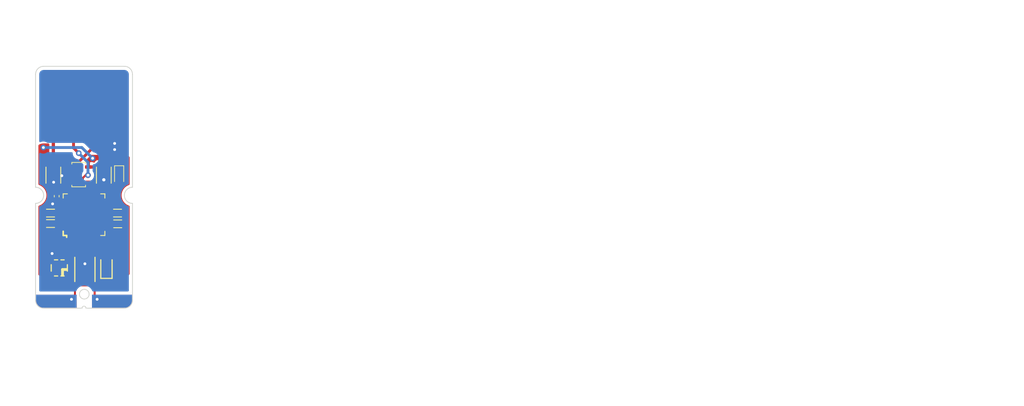
<source format=kicad_pcb>
(kicad_pcb (version 20171130) (host pcbnew "(5.0.1-3-g963ef8bb5)")

  (general
    (thickness 2)
    (drawings 31)
    (tracks 160)
    (zones 0)
    (modules 19)
    (nets 36)
  )

  (page A4)
  (title_block
    (title "HelloBoard PCB")
    (date 2018-07-30)
    (rev 1.0.0)
    (company A)
    (comment 1 "ElectricUI DEVKITS")
    (comment 2 20180730)
    (comment 3 "Scott Rapson")
  )

  (layers
    (0 F.Cu signal)
    (31 B.Cu signal)
    (34 B.Paste user)
    (35 F.Paste user)
    (36 B.SilkS user)
    (37 F.SilkS user)
    (38 B.Mask user)
    (39 F.Mask user)
    (40 Dwgs.User user)
    (41 Cmts.User user)
    (42 Eco1.User user)
    (44 Edge.Cuts user)
    (45 Margin user)
    (46 B.CrtYd user)
    (47 F.CrtYd user)
    (49 F.Fab user)
  )

  (setup
    (last_trace_width 0.25)
    (trace_clearance 0.2)
    (zone_clearance 0.35)
    (zone_45_only no)
    (trace_min 0.2)
    (segment_width 0.2)
    (edge_width 0.1)
    (via_size 0.8)
    (via_drill 0.4)
    (via_min_size 0.4)
    (via_min_drill 0.3)
    (uvia_size 0.3)
    (uvia_drill 0.1)
    (uvias_allowed no)
    (uvia_min_size 0.2)
    (uvia_min_drill 0.1)
    (pcb_text_width 0.3)
    (pcb_text_size 1.5 1.5)
    (mod_edge_width 0.15)
    (mod_text_size 1 1)
    (mod_text_width 0.15)
    (pad_size 0.5 0.51)
    (pad_drill 0)
    (pad_to_mask_clearance 0)
    (solder_mask_min_width 0.25)
    (pad_to_paste_clearance_ratio -0.1)
    (aux_axis_origin 100 70)
    (grid_origin 100 70)
    (visible_elements FFFFFF7F)
    (pcbplotparams
      (layerselection 0x213cc_ffffffff)
      (usegerberextensions true)
      (usegerberattributes false)
      (usegerberadvancedattributes false)
      (creategerberjobfile false)
      (excludeedgelayer true)
      (linewidth 0.100000)
      (plotframeref false)
      (viasonmask false)
      (mode 1)
      (useauxorigin false)
      (hpglpennumber 1)
      (hpglpenspeed 20)
      (hpglpendiameter 15.000000)
      (psnegative false)
      (psa4output false)
      (plotreference true)
      (plotvalue true)
      (plotinvisibletext false)
      (padsonsilk false)
      (subtractmaskfromsilk false)
      (outputformat 1)
      (mirror false)
      (drillshape 0)
      (scaleselection 1)
      (outputdirectory "Outputs/Gerbers/"))
  )

  (net 0 "")
  (net 1 +3.3V)
  (net 2 GND)
  (net 3 "Net-(C2-Pad1)")
  (net 4 VCC)
  (net 5 "Net-(D1-PadA)")
  (net 6 USB_D+)
  (net 7 STATUS_LED)
  (net 8 RESET)
  (net 9 SWD_CLK)
  (net 10 SWD_IO)
  (net 11 LED_DATA)
  (net 12 LED_CLK)
  (net 13 "Net-(U1-Pad4)")
  (net 14 "Net-(U1-Pad5)")
  (net 15 "Net-(U1-Pad6)")
  (net 16 "Net-(U1-Pad12)")
  (net 17 "Net-(U1-Pad14)")
  (net 18 "Net-(U1-Pad15)")
  (net 19 "Net-(U1-Pad16)")
  (net 20 "Net-(U1-Pad17)")
  (net 21 "Net-(U1-Pad18)")
  (net 22 "Net-(U1-Pad19)")
  (net 23 "Net-(U1-Pad20)")
  (net 24 "Net-(U1-Pad21)")
  (net 25 "Net-(U1-Pad22)")
  (net 26 USB_D-)
  (net 27 "Net-(U1-Pad25)")
  (net 28 "Net-(U1-Pad27)")
  (net 29 "Net-(U2-Pad4)")
  (net 30 "Net-(U3-Pad6)")
  (net 31 "Net-(U3-Pad1)")
  (net 32 PHOTOSENSOR)
  (net 33 USER_BUTTON)
  (net 34 TOUCH_A)
  (net 35 TOUCH_B)

  (net_class Default "This is the default net class."
    (clearance 0.2)
    (trace_width 0.25)
    (via_dia 0.8)
    (via_drill 0.4)
    (uvia_dia 0.3)
    (uvia_drill 0.1)
    (add_net +3.3V)
    (add_net GND)
    (add_net LED_CLK)
    (add_net LED_DATA)
    (add_net "Net-(C2-Pad1)")
    (add_net "Net-(D1-PadA)")
    (add_net "Net-(U1-Pad12)")
    (add_net "Net-(U1-Pad14)")
    (add_net "Net-(U1-Pad15)")
    (add_net "Net-(U1-Pad16)")
    (add_net "Net-(U1-Pad17)")
    (add_net "Net-(U1-Pad18)")
    (add_net "Net-(U1-Pad19)")
    (add_net "Net-(U1-Pad20)")
    (add_net "Net-(U1-Pad21)")
    (add_net "Net-(U1-Pad22)")
    (add_net "Net-(U1-Pad25)")
    (add_net "Net-(U1-Pad27)")
    (add_net "Net-(U1-Pad4)")
    (add_net "Net-(U1-Pad5)")
    (add_net "Net-(U1-Pad6)")
    (add_net "Net-(U2-Pad4)")
    (add_net "Net-(U3-Pad1)")
    (add_net "Net-(U3-Pad6)")
    (add_net PHOTOSENSOR)
    (add_net RESET)
    (add_net STATUS_LED)
    (add_net SWD_CLK)
    (add_net SWD_IO)
    (add_net TOUCH_A)
    (add_net TOUCH_B)
    (add_net USB_D+)
    (add_net USB_D-)
    (add_net USER_BUTTON)
    (add_net VCC)
  )

  (module Applidyne_Test:TP100 (layer F.Cu) (tedit 5BE79150) (tstamp 5BE7A801)
    (at 102.997 92.583)
    (tags testpoint)
    (path /5B644BC6)
    (fp_text reference TEST2 (at 0 3) (layer F.SilkS) hide
      (effects (font (size 1 1) (thickness 0.15)))
    )
    (fp_text value PROBE_PAD (at 0 -3) (layer F.Fab)
      (effects (font (size 1 1) (thickness 0.15)))
    )
    (pad 1 smd circle (at 0 0) (size 1 1) (layers F.Cu F.Mask)
      (net 10 SWD_IO))
  )

  (module Applidyne_Test:TP100 (layer F.Cu) (tedit 5BE79152) (tstamp 5BE7A7FD)
    (at 101.7905 91.3765)
    (tags testpoint)
    (path /5B63FE1E)
    (fp_text reference TEST1 (at 0 3) (layer F.SilkS) hide
      (effects (font (size 1 1) (thickness 0.15)))
    )
    (fp_text value PROBE_PAD (at 0 -3) (layer F.Fab)
      (effects (font (size 1 1) (thickness 0.15)))
    )
    (pad 1 smd circle (at 0 0) (size 1 1) (layers F.Cu F.Mask)
      (net 9 SWD_CLK))
  )

  (module Applidyne_LED:AP102_200X200X90L (layer F.Cu) (tedit 5BE78BBC) (tstamp 5B6B2E03)
    (at 102.9365 95 270)
    (tags "RGB, adressable, LED")
    (path /5B63D0E9)
    (attr smd)
    (fp_text reference U3 (at 0 -2.1 270) (layer F.SilkS) hide
      (effects (font (size 0.8 0.8) (thickness 0.2)))
    )
    (fp_text value APA102-2020 (at 0 0 270) (layer F.SilkS) hide
      (effects (font (size 0.8 0.8) (thickness 0.2)))
    )
    (fp_line (start 1 0.2) (end 1 0.6) (layer F.SilkS) (width 0.15))
    (fp_line (start -1 0.6) (end -1 0.2) (layer F.SilkS) (width 0.15))
    (fp_line (start 1.5 1.4) (end 1.5 -1.4) (layer F.CrtYd) (width 0.15))
    (fp_line (start -1.5 1.4) (end 1.5 1.4) (layer F.CrtYd) (width 0.15))
    (fp_line (start -1.5 -1.4) (end -1.5 1.4) (layer F.CrtYd) (width 0.15))
    (fp_line (start 1.5 -1.4) (end -1.5 -1.4) (layer F.CrtYd) (width 0.15))
    (fp_line (start 0.6 -1) (end 1 -0.7) (layer F.Fab) (width 0.15))
    (fp_line (start -1 1) (end -1 -1) (layer F.Fab) (width 0.15))
    (fp_line (start 1 1) (end -1 1) (layer F.Fab) (width 0.15))
    (fp_line (start 1 -0.7) (end 1 1) (layer F.Fab) (width 0.15))
    (fp_line (start -1 -1) (end 0.6 -1) (layer F.Fab) (width 0.15))
    (fp_line (start -1 -0.2) (end -1 -0.6) (layer F.SilkS) (width 0.15))
    (fp_line (start 0.4 1) (end -0.4 1) (layer F.SilkS) (width 0.15))
    (fp_line (start 1 -0.6) (end 1 -0.2) (layer F.SilkS) (width 0.15))
    (fp_line (start -0.4 -1) (end 0.4 -1) (layer F.SilkS) (width 0.15))
    (fp_line (start 0.2 -0.4) (end 0.2 -0.9) (layer F.SilkS) (width 0.35))
    (fp_line (start 0.9 -0.4) (end 0.2 -0.4) (layer F.SilkS) (width 0.35))
    (pad 1 smd rect (at 0.85 -0.9 270) (size 0.8 0.5) (layers F.Cu F.Paste F.Mask)
      (net 31 "Net-(U3-Pad1)"))
    (pad 6 smd rect (at 0.85 0 270) (size 0.8 0.3) (layers F.Cu F.Paste F.Mask)
      (net 30 "Net-(U3-Pad6)"))
    (pad 5 smd rect (at 0.85 0.9 270) (size 0.8 0.5) (layers F.Cu F.Paste F.Mask)
      (net 1 +3.3V))
    (pad 4 smd rect (at -0.85 0.9 270) (size 0.8 0.5) (layers F.Cu F.Paste F.Mask)
      (net 2 GND))
    (pad 3 smd rect (at -0.85 0 270) (size 0.8 0.3) (layers F.Cu F.Paste F.Mask)
      (net 12 LED_CLK))
    (pad 2 smd rect (at -0.85 -0.9 270) (size 0.8 0.5) (layers F.Cu F.Paste F.Mask)
      (net 11 LED_DATA))
    (model ${APPLI_PACKAGES_3D}/appli_led.3dshapes/APA102_2020.step
      (at (xyz 0 0 0))
      (scale (xyz 1 1 1))
      (rotate (xyz -90 0 180))
    )
  )

  (module Applidyne_Link:SJ1005-2N (layer F.Cu) (tedit 5BE78D8F) (tstamp 5BE6DC67)
    (at 102.616 86.106 270)
    (descr "Resistor, Chip; 1.00 mm L X 0.50 mm W X 0.40 mm H body")
    (tags "smd chip RESC1005X40L RES")
    (path /5BE6F41F)
    (autoplace_cost90 10)
    (autoplace_cost180 10)
    (attr smd)
    (fp_text reference SL1 (at 0 -1 270) (layer F.SilkS) hide
      (effects (font (size 1 0.8) (thickness 0.12)))
    )
    (fp_text value SOLDER-LINK-2-TINY (at 0 0 90) (layer F.Fab) hide
      (effects (font (size 0.4 0.4) (thickness 0.05)))
    )
    (fp_text user %R (at 0 0 270) (layer F.Fab)
      (effects (font (size 0.5 0.4) (thickness 0.05)))
    )
    (fp_circle (center 0 0) (end 0.1688 0) (layer F.CrtYd) (width 0.05))
    (fp_line (start 0.1 -0.3) (end -0.1 -0.3) (layer F.SilkS) (width 0.1))
    (fp_line (start 0.1 0.3) (end -0.1 0.3) (layer F.SilkS) (width 0.1))
    (fp_line (start -0.7 0.3) (end -0.7 -0.3) (layer F.CrtYd) (width 0.05))
    (fp_line (start -0.7 -0.3) (end 0.7 -0.3) (layer F.CrtYd) (width 0.05))
    (fp_line (start 0.7 -0.3) (end 0.7 0.3) (layer F.CrtYd) (width 0.05))
    (fp_line (start 0.7 0.3) (end -0.7 0.3) (layer F.CrtYd) (width 0.05))
    (fp_line (start 0.225 0) (end -0.225 0) (layer F.CrtYd) (width 0.05))
    (fp_line (start 0 -0.225) (end 0 0.225) (layer F.CrtYd) (width 0.05))
    (pad 1 smd roundrect (at -0.35 0) (size 0.5 0.51) (layers F.Cu F.Mask) (roundrect_rratio 0.25)
      (net 2 GND))
    (pad 2 smd roundrect (at 0.35 0) (size 0.5 0.51) (layers F.Cu F.Mask) (roundrect_rratio 0.25)
      (net 8 RESET))
  )

  (module Applidyne_Connector:PAD_SOLDER_2mm (layer F.Cu) (tedit 5BE6C092) (tstamp 5BE717A0)
    (at 109.525 99.21 90)
    (path /5BE73F50)
    (fp_text reference P2 (at 0 3.81 90) (layer F.SilkS) hide
      (effects (font (size 1 1) (thickness 0.15)))
    )
    (fp_text value PAD_SOLDER_2mm (at 0 -0.5 90) (layer F.Fab) hide
      (effects (font (size 1 1) (thickness 0.15)))
    )
    (fp_text user %R (at 0 0 90) (layer F.Fab)
      (effects (font (size 1 1) (thickness 0.15)))
    )
    (pad 1 smd roundrect (at 0 0 90) (size 1 2) (layers F.Cu F.Mask) (roundrect_rratio 0.25)
      (net 35 TOUCH_B))
  )

  (module Applidyne_Connector:PAD_SOLDER_2mm (layer F.Cu) (tedit 5BE6C098) (tstamp 5BE7179A)
    (at 102.54 99.1465 90)
    (path /5BE73C9A)
    (fp_text reference P1 (at 0 3.81 90) (layer F.SilkS) hide
      (effects (font (size 1 1) (thickness 0.15)))
    )
    (fp_text value PAD_SOLDER_2mm (at 0 -0.5 90) (layer F.Fab) hide
      (effects (font (size 1 1) (thickness 0.15)))
    )
    (fp_text user %R (at 0 0 90) (layer F.Fab)
      (effects (font (size 1 1) (thickness 0.15)))
    )
    (pad 1 smd roundrect (at 0 0 90) (size 1 2) (layers F.Cu F.Mask) (roundrect_rratio 0.25)
      (net 34 TOUCH_A))
  )

  (module Applidyne_Special:TEMT7000X (layer F.Cu) (tedit 5B5F3565) (tstamp 5B77A61D)
    (at 108.7755 94.996 270)
    (descr http://docs-asia.electrocomponents.com/webdocs/0de2/0900766b80de2cd2.pdf)
    (tags "SMD 0805 Phototransistor")
    (path /5B5F7A75)
    (attr smd)
    (fp_text reference Q1 (at 0 -1.45 270) (layer F.SilkS) hide
      (effects (font (size 1 1) (thickness 0.15)))
    )
    (fp_text value ALS-PT19-315C (at 0 0 270) (layer F.SilkS) hide
      (effects (font (size 1 1) (thickness 0.15)))
    )
    (fp_text user %R (at 0 -1.45 270) (layer F.Fab)
      (effects (font (size 1 1) (thickness 0.15)))
    )
    (fp_line (start -1 -0.65) (end 1 -0.65) (layer F.Fab) (width 0.15))
    (fp_line (start 1 -0.65) (end 1 0.65) (layer F.Fab) (width 0.15))
    (fp_line (start 1 0.65) (end -1 0.65) (layer F.Fab) (width 0.15))
    (fp_line (start -1 0.65) (end -1 -0.65) (layer F.Fab) (width 0.15))
    (fp_line (start -1 -0.7) (end 1.3 -0.7) (layer F.SilkS) (width 0.15))
    (fp_line (start 1.3 0.7) (end -1 0.7) (layer F.SilkS) (width 0.15))
    (fp_line (start 1.3 -0.7) (end 1.3 0.7) (layer F.SilkS) (width 0.15))
    (fp_text user C (at 1.6 0 270) (layer F.Fab)
      (effects (font (size 1 1) (thickness 0.15)))
    )
    (fp_text user E (at -1.5 0 270) (layer F.Fab)
      (effects (font (size 1 1) (thickness 0.15)))
    )
    (fp_line (start -1.45 -0.85) (end 1.45 -0.85) (layer F.CrtYd) (width 0.15))
    (fp_line (start 1.45 -0.85) (end 1.45 0.85) (layer F.CrtYd) (width 0.15))
    (fp_line (start 1.45 0.85) (end -1.45 0.85) (layer F.CrtYd) (width 0.15))
    (fp_line (start -1.45 0.85) (end -1.45 -0.85) (layer F.CrtYd) (width 0.15))
    (pad E smd rect (at -0.8 0 270) (size 0.8 1.25) (layers F.Cu F.Paste F.Mask)
      (net 32 PHOTOSENSOR))
    (pad C smd rect (at 0.8 0 270) (size 0.8 1.25) (layers F.Cu F.Paste F.Mask)
      (net 1 +3.3V))
    (model ${APPLI_PACKAGES_3D}/appli_special.3dshapes/TEMT7000X.step
      (at (xyz 0 0 0))
      (scale (xyz 1 1 1))
      (rotate (xyz 0 0 0))
    )
  )

  (module Applidyne_Capacitor:CAPC2012X110N (layer F.Cu) (tedit 5B5F3636) (tstamp 5B7796A1)
    (at 108.45 83.5 270)
    (descr "Capacitor, Chip; 2.00 mm L X 1.25 mm W X 1.10 mm H body")
    (tags "smd chip CAPC2012X110N CAP")
    (path /5B6351FD)
    (autoplace_cost90 10)
    (autoplace_cost180 10)
    (attr smd)
    (fp_text reference C4 (at 0 -1.6 270) (layer F.SilkS) hide
      (effects (font (size 1 0.8) (thickness 0.12)))
    )
    (fp_text value 10u_X7R_2012M (at 0 0 270) (layer F.Fab) hide
      (effects (font (size 1 0.8) (thickness 0.12)))
    )
    (fp_line (start 0 -0.35) (end 0 0.35) (layer F.CrtYd) (width 0.05))
    (fp_line (start 0.35 0) (end -0.35 0) (layer F.CrtYd) (width 0.05))
    (fp_line (start 1.71 0.99) (end -1.71 0.99) (layer F.CrtYd) (width 0.05))
    (fp_line (start 1.71 -0.99) (end 1.71 0.99) (layer F.CrtYd) (width 0.05))
    (fp_line (start -1.71 -0.99) (end 1.71 -0.99) (layer F.CrtYd) (width 0.05))
    (fp_line (start -1.71 0.99) (end -1.71 -0.99) (layer F.CrtYd) (width 0.05))
    (fp_line (start 1 0.915) (end -1 0.915) (layer F.SilkS) (width 0.12))
    (fp_line (start 1 -0.915) (end -1 -0.915) (layer F.SilkS) (width 0.12))
    (fp_line (start 1.1 0.73) (end -1.1 0.73) (layer F.Fab) (width 0.12))
    (fp_line (start 1.1 -0.73) (end 1.1 0.73) (layer F.Fab) (width 0.12))
    (fp_line (start -1.1 -0.73) (end 1.1 -0.73) (layer F.Fab) (width 0.12))
    (fp_line (start -1.1 0.73) (end -1.1 -0.73) (layer F.Fab) (width 0.12))
    (fp_circle (center 0 0) (end 0.25 0) (layer F.CrtYd) (width 0.05))
    (fp_text user %R (at 0 0 270) (layer F.Fab)
      (effects (font (size 0.97 0.776) (thickness 0.1)))
    )
    (pad 2 smd roundrect (at 0.875 0 90) (size 1.16 1.47) (layers F.Cu F.Paste F.Mask) (roundrect_rratio 0.25)
      (net 2 GND))
    (pad 1 smd roundrect (at -0.875 0 90) (size 1.16 1.47) (layers F.Cu F.Paste F.Mask) (roundrect_rratio 0.25)
      (net 1 +3.3V))
    (model ${APPLI_PACKAGES_3D}/appli_capacitor.3dshapes/CAPC2012X110.step
      (at (xyz 0 0 0))
      (scale (xyz 1 1 1))
      (rotate (xyz 0 0 0))
    )
  )

  (module Applidyne_Capacitor:CAPC2012X110N (layer F.Cu) (tedit 5B5F3634) (tstamp 5B77968E)
    (at 102.2 83.5 90)
    (descr "Capacitor, Chip; 2.00 mm L X 1.25 mm W X 1.10 mm H body")
    (tags "smd chip CAPC2012X110N CAP")
    (path /5B635173)
    (autoplace_cost90 10)
    (autoplace_cost180 10)
    (attr smd)
    (fp_text reference C3 (at 0 -1.6 90) (layer F.SilkS) hide
      (effects (font (size 1 0.8) (thickness 0.12)))
    )
    (fp_text value 10u_X7R_2012M (at 0 0 90) (layer F.Fab) hide
      (effects (font (size 1 0.8) (thickness 0.12)))
    )
    (fp_text user %R (at 0 0 90) (layer F.Fab)
      (effects (font (size 0.97 0.776) (thickness 0.1)))
    )
    (fp_circle (center 0 0) (end 0.25 0) (layer F.CrtYd) (width 0.05))
    (fp_line (start -1.1 0.73) (end -1.1 -0.73) (layer F.Fab) (width 0.12))
    (fp_line (start -1.1 -0.73) (end 1.1 -0.73) (layer F.Fab) (width 0.12))
    (fp_line (start 1.1 -0.73) (end 1.1 0.73) (layer F.Fab) (width 0.12))
    (fp_line (start 1.1 0.73) (end -1.1 0.73) (layer F.Fab) (width 0.12))
    (fp_line (start 1 -0.915) (end -1 -0.915) (layer F.SilkS) (width 0.12))
    (fp_line (start 1 0.915) (end -1 0.915) (layer F.SilkS) (width 0.12))
    (fp_line (start -1.71 0.99) (end -1.71 -0.99) (layer F.CrtYd) (width 0.05))
    (fp_line (start -1.71 -0.99) (end 1.71 -0.99) (layer F.CrtYd) (width 0.05))
    (fp_line (start 1.71 -0.99) (end 1.71 0.99) (layer F.CrtYd) (width 0.05))
    (fp_line (start 1.71 0.99) (end -1.71 0.99) (layer F.CrtYd) (width 0.05))
    (fp_line (start 0.35 0) (end -0.35 0) (layer F.CrtYd) (width 0.05))
    (fp_line (start 0 -0.35) (end 0 0.35) (layer F.CrtYd) (width 0.05))
    (pad 1 smd roundrect (at -0.875 0 270) (size 1.16 1.47) (layers F.Cu F.Paste F.Mask) (roundrect_rratio 0.25)
      (net 2 GND))
    (pad 2 smd roundrect (at 0.875 0 270) (size 1.16 1.47) (layers F.Cu F.Paste F.Mask) (roundrect_rratio 0.25)
      (net 4 VCC))
    (model ${APPLI_PACKAGES_3D}/appli_capacitor.3dshapes/CAPC2012X110.step
      (at (xyz 0 0 0))
      (scale (xyz 1 1 1))
      (rotate (xyz 0 0 0))
    )
  )

  (module Applidyne_Resistor:RESC1005X40N (layer F.Cu) (tedit 5B5F351D) (tstamp 5B779465)
    (at 110.1725 89.535 180)
    (descr "Resistor, Chip; 1.00 mm L X 0.50 mm W X 0.40 mm H body")
    (tags "smd chip RESC1005X40N RES")
    (path /5B5F7B98)
    (autoplace_cost90 10)
    (autoplace_cost180 10)
    (attr smd)
    (fp_text reference R2 (at 0 -1.2 180) (layer F.SilkS) hide
      (effects (font (size 1 0.8) (thickness 0.12)))
    )
    (fp_text value 10K0_1005M (at 0 0 180) (layer F.Fab) hide
      (effects (font (size 1 0.8) (thickness 0.12)))
    )
    (fp_text user %R (at 0 0 180) (layer F.Fab)
      (effects (font (size 0.5 0.4) (thickness 0.05)))
    )
    (fp_circle (center 0 0) (end 0.2025 0) (layer F.CrtYd) (width 0.05))
    (fp_line (start -0.53 0.28) (end -0.53 -0.28) (layer F.Fab) (width 0.12))
    (fp_line (start -0.53 -0.28) (end 0.53 -0.28) (layer F.Fab) (width 0.12))
    (fp_line (start 0.53 -0.28) (end 0.53 0.28) (layer F.Fab) (width 0.12))
    (fp_line (start 0.53 0.28) (end -0.53 0.28) (layer F.Fab) (width 0.12))
    (fp_line (start 0.5 -0.48) (end -0.5 -0.48) (layer F.SilkS) (width 0.12))
    (fp_line (start 0.5 0.48) (end -0.5 0.48) (layer F.SilkS) (width 0.12))
    (fp_line (start -0.85 0.54) (end -0.85 -0.54) (layer F.CrtYd) (width 0.05))
    (fp_line (start -0.85 -0.54) (end 0.85 -0.54) (layer F.CrtYd) (width 0.05))
    (fp_line (start 0.85 -0.54) (end 0.85 0.54) (layer F.CrtYd) (width 0.05))
    (fp_line (start 0.85 0.54) (end -0.85 0.54) (layer F.CrtYd) (width 0.05))
    (fp_line (start 0.27 0) (end -0.27 0) (layer F.CrtYd) (width 0.05))
    (fp_line (start 0 -0.27) (end 0 0.27) (layer F.CrtYd) (width 0.05))
    (pad 1 smd roundrect (at -0.445 0) (size 0.51 0.6) (layers F.Cu F.Paste F.Mask) (roundrect_rratio 0.25)
      (net 32 PHOTOSENSOR))
    (pad 2 smd roundrect (at 0.445 0) (size 0.51 0.6) (layers F.Cu F.Paste F.Mask) (roundrect_rratio 0.25)
      (net 2 GND))
    (model ${APPLI_PACKAGES_3D}/appli_resistor.3dshapes/RESC1005X40.step
      (at (xyz 0 0 0))
      (scale (xyz 1 1 1))
      (rotate (xyz 0 0 0))
    )
  )

  (module Applidyne_LED:LEDC1608X80L40L (layer F.Cu) (tedit 5B5F3035) (tstamp 5B6BBA29)
    (at 110.35 83.5 270)
    (descr "LED, Chip; 1.60 mm L X 0.80 mm W X 0.80 mm H body")
    (path /5B63E60E)
    (attr smd)
    (fp_text reference D1 (at 0 0 270) (layer F.SilkS) hide
      (effects (font (size 1 0.8) (thickness 0.1)))
    )
    (fp_text value LED_RED_1608M (at 0 0 270) (layer F.SilkS) hide
      (effects (font (size 1 0.8) (thickness 0.1)))
    )
    (fp_text user %R (at 0 0 270) (layer F.Fab)
      (effects (font (size 0.5 0.4) (thickness 0.05)))
    )
    (fp_line (start -1.215 0.615) (end -1.215 -0.615) (layer F.CrtYd) (width 0.05))
    (fp_line (start -1.215 -0.615) (end 1.215 -0.615) (layer F.CrtYd) (width 0.05))
    (fp_line (start 1.215 -0.615) (end 1.215 0.615) (layer F.CrtYd) (width 0.05))
    (fp_line (start 1.215 0.615) (end -1.215 0.615) (layer F.CrtYd) (width 0.05))
    (fp_circle (center 0 0) (end 0 0.2306) (layer F.CrtYd) (width 0.05))
    (fp_line (start 0.3075 0) (end -0.3075 0) (layer F.CrtYd) (width 0.05))
    (fp_line (start 0 -0.3075) (end 0 0.3075) (layer F.CrtYd) (width 0.05))
    (fp_line (start -0.85 0.45) (end -0.85 -0.15) (layer F.Fab) (width 0.12))
    (fp_line (start -0.85 -0.15) (end -0.55 -0.45) (layer F.Fab) (width 0.12))
    (fp_line (start -0.55 -0.45) (end 0.85 -0.45) (layer F.Fab) (width 0.12))
    (fp_line (start 0.85 -0.45) (end 0.85 0.45) (layer F.Fab) (width 0.12))
    (fp_line (start 0.85 0.45) (end -0.85 0.45) (layer F.Fab) (width 0.12))
    (fp_line (start 0.8 -0.565) (end -1.165 -0.565) (layer F.SilkS) (width 0.1))
    (fp_line (start -1.165 -0.565) (end -1.165 0.565) (layer F.SilkS) (width 0.1))
    (fp_line (start -1.165 0.565) (end 0.8 0.565) (layer F.SilkS) (width 0.1))
    (pad C smd roundrect (at -0.66 0 270) (size 0.71 0.83) (layers F.Cu F.Paste F.Mask) (roundrect_rratio 0.25)
      (net 2 GND))
    (pad A smd roundrect (at 0.66 0 270) (size 0.71 0.83) (layers F.Cu F.Paste F.Mask) (roundrect_rratio 0.25)
      (net 5 "Net-(D1-PadA)"))
    (model ${APPLI_PACKAGES_3D}/appli_led.3dshapes/LEDC1608X80L40.step
      (offset (xyz 0 0 0.09999999849815071))
      (scale (xyz 1 1 1))
      (rotate (xyz -90 0 0))
    )
  )

  (module Applidyne_SOT:SOT95P280X145-5L30L (layer F.Cu) (tedit 5B5F302E) (tstamp 5B6BB817)
    (at 105.3365 83.4365 270)
    (descr "Small Outline Transistor (SOT23), 0.95 mm pitch; 5 pin, 2.92 mm L X 1.60 mm W X 1.45 mm H body")
    (path /5B6363D2)
    (attr smd)
    (fp_text reference U2 (at 0 0 270) (layer F.SilkS) hide
      (effects (font (size 1 1) (thickness 0.1)))
    )
    (fp_text value AP2112K-3.3 (at 0 0 270) (layer F.SilkS) hide
      (effects (font (size 1.524 1.524) (thickness 0.15)))
    )
    (fp_text user %R (at 0 0 270) (layer F.Fab)
      (effects (font (size 0.92 0.736) (thickness 0.09)))
    )
    (fp_circle (center 0 0) (end 0 0.25) (layer F.CrtYd) (width 0.05))
    (fp_line (start 0 -0.35) (end 0 0.35) (layer F.CrtYd) (width 0.05))
    (fp_line (start -0.35 0) (end 0.35 0) (layer F.CrtYd) (width 0.05))
    (fp_line (start -1.51 0.85) (end -1.51 -0.85) (layer F.Fab) (width 0.12))
    (fp_line (start -1.51 -0.85) (end 1.51 -0.85) (layer F.Fab) (width 0.12))
    (fp_line (start 1.51 -0.85) (end 1.51 0.85) (layer F.Fab) (width 0.12))
    (fp_line (start 1.51 0.85) (end -1.51 0.85) (layer F.Fab) (width 0.12))
    (fp_line (start -1.63 0.97) (end -1.28 0.97) (layer F.CrtYd) (width 0.05))
    (fp_line (start -1.28 0.97) (end -1.28 1.75) (layer F.CrtYd) (width 0.05))
    (fp_line (start -1.28 1.75) (end 1.28 1.75) (layer F.CrtYd) (width 0.05))
    (fp_line (start 1.28 1.75) (end 1.28 0.97) (layer F.CrtYd) (width 0.05))
    (fp_line (start 1.28 0.97) (end 1.63 0.97) (layer F.CrtYd) (width 0.05))
    (fp_line (start 1.63 0.97) (end 1.63 -0.97) (layer F.CrtYd) (width 0.05))
    (fp_line (start 1.63 -0.97) (end 1.28 -0.97) (layer F.CrtYd) (width 0.05))
    (fp_line (start 1.28 -0.97) (end 1.28 -1.75) (layer F.CrtYd) (width 0.05))
    (fp_line (start 1.28 -1.75) (end -1.28 -1.75) (layer F.CrtYd) (width 0.05))
    (fp_line (start -1.28 -1.75) (end -1.28 -0.97) (layer F.CrtYd) (width 0.05))
    (fp_line (start -1.28 -0.97) (end -1.63 -0.97) (layer F.CrtYd) (width 0.05))
    (fp_line (start -1.63 -0.97) (end -1.63 0.97) (layer F.CrtYd) (width 0.05))
    (fp_line (start 1.31 0.85) (end 1.51 0.85) (layer F.SilkS) (width 0.1))
    (fp_line (start 1.51 0.85) (end 1.51 -0.85) (layer F.SilkS) (width 0.1))
    (fp_line (start 1.51 -0.85) (end 1.31 -0.85) (layer F.SilkS) (width 0.1))
    (fp_line (start -1.31 0.85) (end -1.51 0.85) (layer F.SilkS) (width 0.1))
    (fp_line (start -1.51 0.85) (end -1.51 -0.85) (layer F.SilkS) (width 0.1))
    (fp_line (start -1.51 -0.85) (end -1.31 -0.85) (layer F.SilkS) (width 0.1))
    (pad 1 smd roundrect (at -0.95 1.2) (size 0.85 0.42) (layers F.Cu F.Paste F.Mask) (roundrect_rratio 0.25)
      (net 4 VCC))
    (pad 2 smd roundrect (at 0 1.2) (size 0.85 0.42) (layers F.Cu F.Paste F.Mask) (roundrect_rratio 0.25)
      (net 2 GND))
    (pad 3 smd roundrect (at 0.95 1.2) (size 0.85 0.42) (layers F.Cu F.Paste F.Mask) (roundrect_rratio 0.25)
      (net 4 VCC))
    (pad 4 smd roundrect (at 0.95 -1.2) (size 0.85 0.42) (layers F.Cu F.Paste F.Mask) (roundrect_rratio 0.25)
      (net 29 "Net-(U2-Pad4)"))
    (pad 5 smd roundrect (at -0.95 -1.2) (size 0.85 0.42) (layers F.Cu F.Paste F.Mask) (roundrect_rratio 0.25)
      (net 1 +3.3V))
    (model ${APPLI_PACKAGES_3D}/appli_sot.3dshapes/SOT95P240X110-5L16.step
      (at (xyz 0 0 0))
      (scale (xyz 1 1 1))
      (rotate (xyz 0 0 90))
    )
  )

  (module Applidyne_Capacitor:CAPC1005X60N (layer F.Cu) (tedit 5B5F0138) (tstamp 5B6B2C45)
    (at 101.85 89.5 180)
    (descr "Capacitor, Chip; 1.00 mm L X 0.50 mm W X 0.60 mm H body")
    (tags "smd chip CAPC1005X60N CAP")
    (path /5B636861)
    (autoplace_cost90 10)
    (autoplace_cost180 10)
    (attr smd)
    (fp_text reference C1 (at 0 -1.2 180) (layer F.SilkS) hide
      (effects (font (size 1 0.8) (thickness 0.12)))
    )
    (fp_text value 1u_X5R_1005M (at 0 0 180) (layer F.Fab) hide
      (effects (font (size 1 0.8) (thickness 0.12)))
    )
    (fp_text user %R (at 0 0 180) (layer F.Fab)
      (effects (font (size 0.5 0.4) (thickness 0.05)))
    )
    (fp_circle (center 0 0) (end 0.2025 0) (layer F.CrtYd) (width 0.05))
    (fp_line (start -0.53 0.28) (end -0.53 -0.28) (layer F.Fab) (width 0.12))
    (fp_line (start -0.53 -0.28) (end 0.53 -0.28) (layer F.Fab) (width 0.12))
    (fp_line (start 0.53 -0.28) (end 0.53 0.28) (layer F.Fab) (width 0.12))
    (fp_line (start 0.53 0.28) (end -0.53 0.28) (layer F.Fab) (width 0.12))
    (fp_line (start 0.5 -0.48) (end -0.5 -0.48) (layer F.SilkS) (width 0.12))
    (fp_line (start 0.5 0.48) (end -0.5 0.48) (layer F.SilkS) (width 0.12))
    (fp_line (start -0.85 0.54) (end -0.85 -0.54) (layer F.CrtYd) (width 0.05))
    (fp_line (start -0.85 -0.54) (end 0.85 -0.54) (layer F.CrtYd) (width 0.05))
    (fp_line (start 0.85 -0.54) (end 0.85 0.54) (layer F.CrtYd) (width 0.05))
    (fp_line (start 0.85 0.54) (end -0.85 0.54) (layer F.CrtYd) (width 0.05))
    (fp_line (start 0.27 0) (end -0.27 0) (layer F.CrtYd) (width 0.05))
    (fp_line (start 0 -0.27) (end 0 0.27) (layer F.CrtYd) (width 0.05))
    (pad 1 smd roundrect (at -0.405 0) (size 0.59 0.6) (layers F.Cu F.Paste F.Mask) (roundrect_rratio 0.25)
      (net 1 +3.3V))
    (pad 2 smd roundrect (at 0.405 0) (size 0.59 0.6) (layers F.Cu F.Paste F.Mask) (roundrect_rratio 0.25)
      (net 2 GND))
    (model ${APPLI_PACKAGES_3D}/appli_capacitor.3dshapes/CAPC1005X60.step
      (at (xyz 0 0 0))
      (scale (xyz 1 1 1))
      (rotate (xyz 0 0 0))
    )
  )

  (module Applidyne_Capacitor:CAPC1005X60N (layer F.Cu) (tedit 5B5F013C) (tstamp 5B6B2C59)
    (at 101.85 88.2015 180)
    (descr "Capacitor, Chip; 1.00 mm L X 0.50 mm W X 0.60 mm H body")
    (tags "smd chip CAPC1005X60N CAP")
    (path /5B6352DC)
    (autoplace_cost90 10)
    (autoplace_cost180 10)
    (attr smd)
    (fp_text reference C2 (at 0 -1.2 180) (layer F.SilkS) hide
      (effects (font (size 1 0.8) (thickness 0.12)))
    )
    (fp_text value 1u_X5R_1005M (at 0 0 180) (layer F.Fab) hide
      (effects (font (size 1 0.8) (thickness 0.12)))
    )
    (fp_line (start 0 -0.27) (end 0 0.27) (layer F.CrtYd) (width 0.05))
    (fp_line (start 0.27 0) (end -0.27 0) (layer F.CrtYd) (width 0.05))
    (fp_line (start 0.85 0.54) (end -0.85 0.54) (layer F.CrtYd) (width 0.05))
    (fp_line (start 0.85 -0.54) (end 0.85 0.54) (layer F.CrtYd) (width 0.05))
    (fp_line (start -0.85 -0.54) (end 0.85 -0.54) (layer F.CrtYd) (width 0.05))
    (fp_line (start -0.85 0.54) (end -0.85 -0.54) (layer F.CrtYd) (width 0.05))
    (fp_line (start 0.5 0.48) (end -0.5 0.48) (layer F.SilkS) (width 0.12))
    (fp_line (start 0.5 -0.48) (end -0.5 -0.48) (layer F.SilkS) (width 0.12))
    (fp_line (start 0.53 0.28) (end -0.53 0.28) (layer F.Fab) (width 0.12))
    (fp_line (start 0.53 -0.28) (end 0.53 0.28) (layer F.Fab) (width 0.12))
    (fp_line (start -0.53 -0.28) (end 0.53 -0.28) (layer F.Fab) (width 0.12))
    (fp_line (start -0.53 0.28) (end -0.53 -0.28) (layer F.Fab) (width 0.12))
    (fp_circle (center 0 0) (end 0.2025 0) (layer F.CrtYd) (width 0.05))
    (fp_text user %R (at 0 0 180) (layer F.Fab)
      (effects (font (size 0.5 0.4) (thickness 0.05)))
    )
    (pad 2 smd roundrect (at 0.405 0) (size 0.59 0.6) (layers F.Cu F.Paste F.Mask) (roundrect_rratio 0.25)
      (net 2 GND))
    (pad 1 smd roundrect (at -0.405 0) (size 0.59 0.6) (layers F.Cu F.Paste F.Mask) (roundrect_rratio 0.25)
      (net 3 "Net-(C2-Pad1)"))
    (model ${APPLI_PACKAGES_3D}/appli_capacitor.3dshapes/CAPC1005X60.step
      (at (xyz 0 0 0))
      (scale (xyz 1 1 1))
      (rotate (xyz 0 0 0))
    )
  )

  (module Applidyne_USB:USB_A_PLUG_PCB (layer F.Cu) (tedit 5B5F072B) (tstamp 5B6B2CA2)
    (at 106 69.9 180)
    (path /5B634FDE)
    (attr virtual)
    (fp_text reference J?1 (at 0.13 -7.85 180) (layer F.SilkS) hide
      (effects (font (size 1.5 1.5) (thickness 0.15)))
    )
    (fp_text value USB_A_MALE_PCB (at 0.29 -10.13 180) (layer F.SilkS) hide
      (effects (font (size 1.5 1.5) (thickness 0.15)))
    )
    (fp_line (start 6.03 0) (end 6.03 -12) (layer Dwgs.User) (width 0.15))
    (fp_line (start 6.03 0) (end -6.03 0) (layer Dwgs.User) (width 0.15))
    (fp_line (start -6.03 0) (end -6.03 -12) (layer Dwgs.User) (width 0.15))
    (pad 1 connect roundrect (at 3.81 -4.9 180) (size 1.9 8) (layers F.Cu F.Mask) (roundrect_rratio 0.25)
      (net 4 VCC))
    (pad 4 connect roundrect (at -3.81 -4.9 180) (size 1.9 8) (layers F.Cu F.Mask) (roundrect_rratio 0.25)
      (net 2 GND))
    (pad 3 connect roundrect (at -1.3 -5.15 180) (size 2 7.5) (layers F.Cu F.Mask) (roundrect_rratio 0.25)
      (net 6 USB_D+))
    (pad 2 connect roundrect (at 1.3 -5.15 180) (size 2 7.5) (layers F.Cu F.Mask) (roundrect_rratio 0.25)
      (net 26 USB_D-))
  )

  (module Applidyne_Logo:EUI_LOGO_1000X940_MASK (layer B.Cu) (tedit 0) (tstamp 5B6B2CA7)
    (at 106.045 89.2175 180)
    (path /5B655C8C)
    (fp_text reference LOGO1 (at 0 0 180) (layer B.SilkS) hide
      (effects (font (size 1.524 1.524) (thickness 0.3)) (justify mirror))
    )
    (fp_text value LOGO (at 0.75 0 180) (layer B.SilkS) hide
      (effects (font (size 1.524 1.524) (thickness 0.3)) (justify mirror))
    )
    (fp_poly (pts (xy 1.532012 4.678468) (xy 1.598433 4.671027) (xy 1.631549 4.665609) (xy 1.689169 4.653175)
      (xy 1.747145 4.636802) (xy 1.804328 4.616872) (xy 1.859569 4.593767) (xy 1.887838 4.580279)
      (xy 1.894059 4.577026) (xy 1.903989 4.571638) (xy 1.917412 4.564238) (xy 1.934111 4.55495)
      (xy 1.95387 4.543898) (xy 1.976474 4.531204) (xy 2.001704 4.516993) (xy 2.029346 4.501388)
      (xy 2.059182 4.484512) (xy 2.090997 4.46649) (xy 2.124573 4.447445) (xy 2.159695 4.4275)
      (xy 2.196147 4.406779) (xy 2.233711 4.385406) (xy 2.272171 4.363503) (xy 2.311312 4.341196)
      (xy 2.350917 4.318606) (xy 2.390768 4.295859) (xy 2.430651 4.273076) (xy 2.470349 4.250383)
      (xy 2.509645 4.227902) (xy 2.548323 4.205758) (xy 2.586166 4.184073) (xy 2.622959 4.162971)
      (xy 2.658485 4.142576) (xy 2.692527 4.123011) (xy 2.724869 4.104401) (xy 2.755295 4.086868)
      (xy 2.783589 4.070536) (xy 2.809533 4.055528) (xy 2.832912 4.041969) (xy 2.85351 4.029982)
      (xy 2.87111 4.01969) (xy 2.885495 4.011217) (xy 2.896449 4.004686) (xy 2.903757 4.000222)
      (xy 2.906126 3.998703) (xy 2.959945 3.960188) (xy 3.0109 3.918214) (xy 3.058788 3.872985)
      (xy 3.103405 3.824704) (xy 3.144548 3.773575) (xy 3.178414 3.725333) (xy 3.186358 3.713332)
      (xy 3.193749 3.702354) (xy 3.200114 3.693092) (xy 3.204974 3.686236) (xy 3.207856 3.68248)
      (xy 3.207975 3.682347) (xy 3.21135 3.678114) (xy 3.212757 3.675273) (xy 3.212757 3.675271)
      (xy 3.213755 3.672753) (xy 3.216539 3.666823) (xy 3.220787 3.658135) (xy 3.22618 3.647343)
      (xy 3.232398 3.635098) (xy 3.233169 3.633591) (xy 3.26225 3.572208) (xy 3.286838 3.510245)
      (xy 3.307005 3.447435) (xy 3.322824 3.383511) (xy 3.334368 3.318208) (xy 3.341709 3.251257)
      (xy 3.343155 3.229919) (xy 3.343397 3.223402) (xy 3.343628 3.21245) (xy 3.343849 3.197207)
      (xy 3.344059 3.177814) (xy 3.344257 3.154413) (xy 3.344442 3.127148) (xy 3.344615 3.096159)
      (xy 3.344774 3.06159) (xy 3.344919 3.023583) (xy 3.345049 2.982279) (xy 3.345164 2.937822)
      (xy 3.345263 2.890354) (xy 3.345346 2.840016) (xy 3.345411 2.786952) (xy 3.34546 2.731303)
      (xy 3.34549 2.673212) (xy 3.345499 2.636108) (xy 3.345586 2.081198) (xy 3.91242 1.755117)
      (xy 3.960023 1.727729) (xy 4.006813 1.700803) (xy 4.052618 1.674438) (xy 4.097268 1.648731)
      (xy 4.140592 1.623781) (xy 4.182422 1.599687) (xy 4.222585 1.576546) (xy 4.260911 1.554457)
      (xy 4.29723 1.533519) (xy 4.331372 1.513828) (xy 4.363166 1.495485) (xy 4.392442 1.478586)
      (xy 4.419029 1.463231) (xy 4.442757 1.449518) (xy 4.463455 1.437545) (xy 4.480953 1.42741)
      (xy 4.495081 1.419211) (xy 4.505668 1.413048) (xy 4.512543 1.409017) (xy 4.514547 1.407826)
      (xy 4.570787 1.371385) (xy 4.624147 1.331427) (xy 4.6745 1.288092) (xy 4.721717 1.241522)
      (xy 4.76567 1.191856) (xy 4.806233 1.139234) (xy 4.843276 1.083798) (xy 4.876671 1.025687)
      (xy 4.893759 0.991973) (xy 4.920939 0.930757) (xy 4.943702 0.868636) (xy 4.962107 0.805389)
      (xy 4.976211 0.740797) (xy 4.986071 0.674641) (xy 4.99066 0.624702) (xy 4.990906 0.618757)
      (xy 4.991142 0.60835) (xy 4.991368 0.593595) (xy 4.991581 0.574607) (xy 4.991783 0.551499)
      (xy 4.991973 0.524386) (xy 4.992149 0.493383) (xy 4.992312 0.458604) (xy 4.992462 0.420163)
      (xy 4.992597 0.378174) (xy 4.992718 0.332753) (xy 4.992824 0.284012) (xy 4.992914 0.232068)
      (xy 4.992988 0.177033) (xy 4.993045 0.119022) (xy 4.993086 0.05815) (xy 4.993105 0.011441)
      (xy 4.99312 -0.050241) (xy 4.99313 -0.107518) (xy 4.993131 -0.160561) (xy 4.993124 -0.20954)
      (xy 4.993107 -0.254628) (xy 4.99308 -0.295995) (xy 4.993041 -0.333813) (xy 4.99299 -0.368252)
      (xy 4.992926 -0.399485) (xy 4.992847 -0.427681) (xy 4.992753 -0.453013) (xy 4.992643 -0.475651)
      (xy 4.992515 -0.495767) (xy 4.99237 -0.513532) (xy 4.992205 -0.529116) (xy 4.99202 -0.542692)
      (xy 4.991814 -0.554431) (xy 4.991587 -0.564503) (xy 4.991336 -0.57308) (xy 4.991062 -0.580332)
      (xy 4.990763 -0.586432) (xy 4.990438 -0.591551) (xy 4.990086 -0.595858) (xy 4.989707 -0.599527)
      (xy 4.989706 -0.599532) (xy 4.979736 -0.666354) (xy 4.965439 -0.731868) (xy 4.946862 -0.795914)
      (xy 4.924052 -0.858333) (xy 4.897056 -0.918967) (xy 4.893218 -0.926757) (xy 4.86133 -0.985705)
      (xy 4.825752 -1.042036) (xy 4.786614 -1.095602) (xy 4.744047 -1.146256) (xy 4.69818 -1.193849)
      (xy 4.649143 -1.238234) (xy 4.597067 -1.279262) (xy 4.561703 -1.304024) (xy 4.556495 -1.307317)
      (xy 4.547466 -1.312801) (xy 4.534764 -1.320391) (xy 4.518536 -1.33) (xy 4.498932 -1.341542)
      (xy 4.476098 -1.354932) (xy 4.450184 -1.370084) (xy 4.421337 -1.38691) (xy 4.389706 -1.405326)
      (xy 4.355437 -1.425244) (xy 4.318681 -1.44658) (xy 4.279584 -1.469246) (xy 4.238295 -1.493158)
      (xy 4.194962 -1.518228) (xy 4.149733 -1.544371) (xy 4.102756 -1.5715) (xy 4.05418 -1.59953)
      (xy 4.004152 -1.628375) (xy 3.95282 -1.657948) (xy 3.935284 -1.668046) (xy 3.345477 -2.007624)
      (xy 3.345444 -2.63479) (xy 3.345438 -2.700821) (xy 3.345426 -2.762446) (xy 3.345407 -2.819833)
      (xy 3.345378 -2.873152) (xy 3.345337 -2.922574) (xy 3.345283 -2.968267) (xy 3.345214 -3.010401)
      (xy 3.345128 -3.049146) (xy 3.345022 -3.084672) (xy 3.344896 -3.117148) (xy 3.344747 -3.146744)
      (xy 3.344573 -3.17363) (xy 3.344372 -3.197975) (xy 3.344144 -3.219948) (xy 3.343884 -3.23972)
      (xy 3.343593 -3.25746) (xy 3.343267 -3.273338) (xy 3.342906 -3.287524) (xy 3.342507 -3.300186)
      (xy 3.342067 -3.311495) (xy 3.341587 -3.32162) (xy 3.341062 -3.330732) (xy 3.340493 -3.338999)
      (xy 3.339876 -3.346591) (xy 3.339209 -3.353678) (xy 3.338492 -3.36043) (xy 3.337722 -3.367015)
      (xy 3.337273 -3.370649) (xy 3.326707 -3.436799) (xy 3.311862 -3.501648) (xy 3.292859 -3.565007)
      (xy 3.269815 -3.62669) (xy 3.242849 -3.686509) (xy 3.212082 -3.744276) (xy 3.177631 -3.799804)
      (xy 3.139616 -3.852905) (xy 3.098155 -3.903393) (xy 3.053368 -3.951078) (xy 3.005373 -3.995775)
      (xy 2.95429 -4.037295) (xy 2.900238 -4.075451) (xy 2.882975 -4.086518) (xy 2.878197 -4.089396)
      (xy 2.869706 -4.09438) (xy 2.857733 -4.101336) (xy 2.842509 -4.110134) (xy 2.824265 -4.120643)
      (xy 2.803232 -4.13273) (xy 2.779642 -4.146264) (xy 2.753724 -4.161115) (xy 2.72571 -4.177149)
      (xy 2.695832 -4.194236) (xy 2.664319 -4.212244) (xy 2.631403 -4.231042) (xy 2.597315 -4.250498)
      (xy 2.562286 -4.27048) (xy 2.526546 -4.290858) (xy 2.490328 -4.311499) (xy 2.453861 -4.332271)
      (xy 2.417376 -4.353045) (xy 2.381106 -4.373687) (xy 2.34528 -4.394066) (xy 2.310129 -4.414052)
      (xy 2.275885 -4.433511) (xy 2.242779 -4.452314) (xy 2.211041 -4.470328) (xy 2.180903 -4.487421)
      (xy 2.152595 -4.503463) (xy 2.126348 -4.518321) (xy 2.102394 -4.531864) (xy 2.080963 -4.543961)
      (xy 2.062286 -4.554481) (xy 2.046595 -4.56329) (xy 2.034119 -4.570259) (xy 2.025091 -4.575255)
      (xy 2.019741 -4.578147) (xy 2.018943 -4.578558) (xy 1.962031 -4.604632) (xy 1.902422 -4.627305)
      (xy 1.840646 -4.646418) (xy 1.777237 -4.661812) (xy 1.712725 -4.67333) (xy 1.691045 -4.676283)
      (xy 1.682011 -4.677138) (xy 1.66925 -4.677956) (xy 1.653526 -4.678719) (xy 1.635604 -4.679411)
      (xy 1.616247 -4.680013) (xy 1.596221 -4.680511) (xy 1.576289 -4.680885) (xy 1.557217 -4.68112)
      (xy 1.539769 -4.681198) (xy 1.524708 -4.681102) (xy 1.512801 -4.680815) (xy 1.505694 -4.680406)
      (xy 1.444074 -4.673417) (xy 1.385182 -4.663513) (xy 1.328187 -4.650463) (xy 1.272259 -4.634037)
      (xy 1.216567 -4.614004) (xy 1.160281 -4.590134) (xy 1.130983 -4.576362) (xy 1.125538 -4.573539)
      (xy 1.11628 -4.56851) (xy 1.10336 -4.561362) (xy 1.086927 -4.552179) (xy 1.067131 -4.541047)
      (xy 1.044122 -4.528051) (xy 1.01805 -4.513276) (xy 0.989065 -4.496809) (xy 0.957315 -4.478734)
      (xy 0.922952 -4.459137) (xy 0.886124 -4.438102) (xy 0.846982 -4.415717) (xy 0.805675 -4.392065)
      (xy 0.762354 -4.367232) (xy 0.717167 -4.341304) (xy 0.670265 -4.314366) (xy 0.621798 -4.286504)
      (xy 0.571915 -4.257802) (xy 0.549316 -4.244791) (xy 0.004837 -3.931251) (xy -0.53819 -4.243906)
      (xy -0.584748 -4.270703) (xy -0.630484 -4.29701) (xy -0.675226 -4.322727) (xy -0.718799 -4.347756)
      (xy -0.761031 -4.371997) (xy -0.801746 -4.395351) (xy -0.840772 -4.417718) (xy -0.877934 -4.439)
      (xy -0.91306 -4.459096) (xy -0.945976 -4.477909) (xy -0.976507 -4.495337) (xy -1.00448 -4.511284)
      (xy -1.029722 -4.525648) (xy -1.052059 -4.538331) (xy -1.071318 -4.549234) (xy -1.087323 -4.558257)
      (xy -1.099903 -4.565301) (xy -1.108883 -4.570267) (xy -1.11409 -4.573055) (xy -1.114397 -4.573211)
      (xy -1.171227 -4.599613) (xy -1.228785 -4.622069) (xy -1.287616 -4.640741) (xy -1.348268 -4.655788)
      (xy -1.41129 -4.667372) (xy -1.454207 -4.673171) (xy -1.465458 -4.674137) (xy -1.480922 -4.674917)
      (xy -1.50024 -4.6755) (xy -1.523053 -4.675876) (xy -1.548999 -4.676036) (xy -1.558324 -4.676039)
      (xy -1.586861 -4.675876) (xy -1.611746 -4.675396) (xy -1.633898 -4.674522) (xy -1.654235 -4.673178)
      (xy -1.673677 -4.671288) (xy -1.693141 -4.668774) (xy -1.713548 -4.66556) (xy -1.735814 -4.661569)
      (xy -1.739099 -4.66095) (xy -1.770021 -4.654405) (xy -1.802733 -4.646224) (xy -1.836288 -4.636717)
      (xy -1.869744 -4.626189) (xy -1.902153 -4.614951) (xy -1.932571 -4.603309) (xy -1.960054 -4.591571)
      (xy -1.977363 -4.583299) (xy -1.982639 -4.5805) (xy -1.991607 -4.575574) (xy -2.004039 -4.568652)
      (xy -2.019707 -4.559865) (xy -2.038385 -4.549342) (xy -2.059846 -4.537213) (xy -2.083862 -4.523608)
      (xy -2.110205 -4.508658) (xy -2.13865 -4.492493) (xy -2.168968 -4.475242) (xy -2.200932 -4.457036)
      (xy -2.234315 -4.438004) (xy -2.268889 -4.418278) (xy -2.304429 -4.397986) (xy -2.340705 -4.377259)
      (xy -2.377492 -4.356227) (xy -2.414561 -4.335021) (xy -2.451686 -4.313769) (xy -2.488639 -4.292603)
      (xy -2.525193 -4.271652) (xy -2.561122 -4.251046) (xy -2.596196 -4.230916) (xy -2.630191 -4.211391)
      (xy -2.662877 -4.192602) (xy -2.694028 -4.174678) (xy -2.723417 -4.15775) (xy -2.750816 -4.141948)
      (xy -2.775999 -4.127402) (xy -2.798737 -4.114241) (xy -2.818804 -4.102597) (xy -2.835973 -4.092598)
      (xy -2.850016 -4.084376) (xy -2.860706 -4.07806) (xy -2.867815 -4.07378) (xy -2.870658 -4.071987)
      (xy -2.922733 -4.034418) (xy -2.972663 -3.99297) (xy -3.020152 -3.94795) (xy -3.064905 -3.899664)
      (xy -3.106628 -3.84842) (xy -3.145026 -3.794524) (xy -3.160579 -3.770389) (xy -3.17033 -3.754077)
      (xy -3.181169 -3.734757) (xy -3.192586 -3.713436) (xy -3.20407 -3.691123) (xy -3.21511 -3.668825)
      (xy -3.225196 -3.647551) (xy -3.233818 -3.628308) (xy -3.239595 -3.614352) (xy -3.257649 -3.565137)
      (xy -3.272705 -3.516926) (xy -3.285 -3.468676) (xy -3.294769 -3.419344) (xy -3.302248 -3.367889)
      (xy -3.307632 -3.313773) (xy -3.307996 -3.308757) (xy -3.308334 -3.30306) (xy -3.308647 -3.296517)
      (xy -3.308937 -3.288961) (xy -3.309205 -3.280223) (xy -3.309451 -3.270138) (xy -3.309675 -3.258538)
      (xy -3.30988 -3.245257) (xy -3.310066 -3.230126) (xy -3.310234 -3.212981) (xy -3.310384 -3.193652)
      (xy -3.310518 -3.171974) (xy -3.310636 -3.14778) (xy -3.310739 -3.120902) (xy -3.310829 -3.091174)
      (xy -3.310906 -3.058428) (xy -3.31097 -3.022497) (xy -3.311024 -2.983215) (xy -3.311067 -2.940415)
      (xy -3.311101 -2.893929) (xy -3.311126 -2.843591) (xy -3.311144 -2.789233) (xy -3.311155 -2.730689)
      (xy -3.31116 -2.667792) (xy -3.311161 -2.645593) (xy -3.311168 -2.021703) (xy -3.91284 -1.675387)
      (xy -3.961704 -1.647253) (xy -4.009662 -1.619621) (xy -4.056555 -1.592586) (xy -4.102223 -1.566239)
      (xy -4.146505 -1.540674) (xy -4.189243 -1.515983) (xy -4.230275 -1.492259) (xy -4.269443 -1.469594)
      (xy -4.306586 -1.448083) (xy -4.341544 -1.427816) (xy -4.374157 -1.408888) (xy -4.404266 -1.39139)
      (xy -4.431711 -1.375416) (xy -4.45633 -1.361059) (xy -4.477966 -1.348411) (xy -4.496457 -1.337564)
      (xy -4.511645 -1.328613) (xy -4.523368 -1.321649) (xy -4.531466 -1.316765) (xy -4.535781 -1.314054)
      (xy -4.536097 -1.313837) (xy -4.547787 -1.305607) (xy -4.561029 -1.296317) (xy -4.573699 -1.287457)
      (xy -4.579044 -1.28373) (xy -4.630874 -1.24492) (xy -4.680019 -1.202606) (xy -4.726248 -1.157069)
      (xy -4.769329 -1.108585) (xy -4.809031 -1.057434) (xy -4.845123 -1.003894) (xy -4.877374 -0.948242)
      (xy -4.890427 -0.921614) (xy -4.301982 -0.921614) (xy -4.301184 -0.923495) (xy -4.297731 -0.926435)
      (xy -4.295137 -0.928007) (xy -4.288811 -0.931724) (xy -4.278958 -0.937469) (xy -4.265784 -0.945124)
      (xy -4.249495 -0.954568) (xy -4.230296 -0.965686) (xy -4.208392 -0.978357) (xy -4.183989 -0.992464)
      (xy -4.157293 -1.007888) (xy -4.128508 -1.024511) (xy -4.09784 -1.042215) (xy -4.065495 -1.060881)
      (xy -4.031677 -1.080391) (xy -3.996594 -1.100627) (xy -3.960449 -1.121469) (xy -3.923448 -1.142801)
      (xy -3.885798 -1.164503) (xy -3.847702 -1.186457) (xy -3.809368 -1.208545) (xy -3.770999 -1.230648)
      (xy -3.732802 -1.252648) (xy -3.694982 -1.274427) (xy -3.657745 -1.295867) (xy -3.621295 -1.316848)
      (xy -3.585839 -1.337253) (xy -3.551581 -1.356963) (xy -3.518728 -1.37586) (xy -3.487484 -1.393826)
      (xy -3.458056 -1.410742) (xy -3.430648 -1.426489) (xy -3.405465 -1.440951) (xy -3.382715 -1.454007)
      (xy -3.362601 -1.46554) (xy -3.34533 -1.475431) (xy -3.331106 -1.483563) (xy -3.320135 -1.489816)
      (xy -3.312624 -1.494073) (xy -3.308776 -1.496214) (xy -3.308293 -1.496457) (xy -3.308141 -1.494208)
      (xy -3.307992 -1.487577) (xy -3.307847 -1.476755) (xy -3.307708 -1.461938) (xy -3.307573 -1.443318)
      (xy -3.307445 -1.421089) (xy -3.307323 -1.395444) (xy -3.307208 -1.366577) (xy -3.307101 -1.334682)
      (xy -3.307002 -1.299951) (xy -3.306912 -1.262578) (xy -3.306831 -1.222758) (xy -3.306761 -1.180682)
      (xy -3.306701 -1.136545) (xy -3.306652 -1.090541) (xy -3.306615 -1.042862) (xy -3.30659 -0.993702)
      (xy -3.306578 -0.943255) (xy -3.306577 -0.92308) (xy -3.306578 -0.862394) (xy -3.306583 -0.80612)
      (xy -3.306594 -0.754093) (xy -3.30661 -0.70615) (xy -3.306632 -0.662125) (xy -3.306663 -0.621853)
      (xy -3.306704 -0.585171) (xy -3.306754 -0.551913) (xy -3.306815 -0.521915) (xy -3.306889 -0.495013)
      (xy -3.306977 -0.471041) (xy -3.307079 -0.449836) (xy -3.307196 -0.431233) (xy -3.30733 -0.415067)
      (xy -3.307482 -0.401174) (xy -3.307653 -0.389388) (xy -3.307843 -0.379546) (xy -3.308055 -0.371484)
      (xy -3.308289 -0.365035) (xy -3.308546 -0.360036) (xy -3.308827 -0.356323) (xy -3.309133 -0.35373)
      (xy -3.309466 -0.352093) (xy -3.309826 -0.351248) (xy -3.310214 -0.35103) (xy -3.310323 -0.351056)
      (xy -3.312568 -0.352292) (xy -3.318568 -0.355692) (xy -3.328119 -0.361137) (xy -3.341013 -0.368509)
      (xy -3.357046 -0.37769) (xy -3.376012 -0.388561) (xy -3.397705 -0.401004) (xy -3.421921 -0.414902)
      (xy -3.448452 -0.430135) (xy -3.477094 -0.446585) (xy -3.507641 -0.464134) (xy -3.539887 -0.482664)
      (xy -3.573627 -0.502057) (xy -3.608656 -0.522194) (xy -3.644767 -0.542956) (xy -3.681755 -0.564226)
      (xy -3.719415 -0.585886) (xy -3.75754 -0.607816) (xy -3.795926 -0.629899) (xy -3.834366 -0.652017)
      (xy -3.872655 -0.67405) (xy -3.910588 -0.695882) (xy -3.947959 -0.717393) (xy -3.984562 -0.738465)
      (xy -4.020192 -0.758981) (xy -4.054642 -0.778821) (xy -4.087709 -0.797867) (xy -4.119185 -0.816001)
      (xy -4.148865 -0.833106) (xy -4.176545 -0.849061) (xy -4.202017 -0.86375) (xy -4.225077 -0.877054)
      (xy -4.245519 -0.888855) (xy -4.263137 -0.899034) (xy -4.277725 -0.907473) (xy -4.289079 -0.914053)
      (xy -4.296993 -0.918658) (xy -4.30126 -0.921167) (xy -4.301982 -0.921614) (xy -4.890427 -0.921614)
      (xy -4.905553 -0.890759) (xy -4.905829 -0.890141) (xy -4.928009 -0.83659) (xy -4.946772 -0.782814)
      (xy -4.962295 -0.728112) (xy -4.974749 -0.671781) (xy -4.984311 -0.61312) (xy -4.991154 -0.551428)
      (xy -4.991798 -0.543822) (xy -4.99223 -0.536151) (xy -4.992638 -0.524167) (xy -4.993021 -0.508127)
      (xy -4.993379 -0.488284) (xy -4.993713 -0.464896) (xy -4.994021 -0.438217) (xy -4.994305 -0.408504)
      (xy -4.994563 -0.376012) (xy -4.994797 -0.340997) (xy -4.995006 -0.303714) (xy -4.99519 -0.264419)
      (xy -4.995348 -0.223369) (xy -4.995483 -0.180818) (xy -4.995592 -0.137022) (xy -4.995677 -0.092236)
      (xy -4.995736 -0.046718) (xy -4.995771 -0.000721) (xy -4.99578 0.043725) (xy -4.537676 0.043725)
      (xy -4.537676 0.043005) (xy -4.537674 -0.018102) (xy -4.537666 -0.074793) (xy -4.537653 -0.127229)
      (xy -4.537632 -0.175571) (xy -4.537603 -0.219979) (xy -4.537566 -0.260614) (xy -4.537518 -0.297636)
      (xy -4.53746 -0.331207) (xy -4.537389 -0.361487) (xy -4.537306 -0.388637) (xy -4.53721 -0.412818)
      (xy -4.537098 -0.434189) (xy -4.536971 -0.452913) (xy -4.536828 -0.469149) (xy -4.536667 -0.483059)
      (xy -4.536487 -0.494803) (xy -4.536288 -0.504541) (xy -4.536069 -0.512435) (xy -4.535829 -0.518646)
      (xy -4.535566 -0.523333) (xy -4.53528 -0.526658) (xy -4.53497 -0.528781) (xy -4.534635 -0.529864)
      (xy -4.534295 -0.530075) (xy -4.532148 -0.528874) (xy -4.526136 -0.525446) (xy -4.516357 -0.51985)
      (xy -4.502911 -0.512141) (xy -4.485898 -0.502378) (xy -4.465418 -0.490619) (xy -4.44157 -0.47692)
      (xy -4.414455 -0.461339) (xy -4.384171 -0.443933) (xy -4.35082 -0.42476) (xy -4.3145 -0.403877)
      (xy -4.275311 -0.381342) (xy -4.233353 -0.357211) (xy -4.188725 -0.331542) (xy -4.141529 -0.304393)
      (xy -4.091862 -0.275821) (xy -4.039826 -0.245884) (xy -3.985519 -0.214638) (xy -3.929042 -0.182142)
      (xy -3.870494 -0.148451) (xy -3.809975 -0.113625) (xy -3.764477 -0.087441) (xy -2.853521 -0.087441)
      (xy -2.85291 -1.707878) (xy -2.852299 -3.328316) (xy -2.845927 -3.356919) (xy -2.832651 -3.406426)
      (xy -2.8154 -3.453754) (xy -2.794253 -3.49878) (xy -2.769291 -3.541379) (xy -2.740594 -3.581425)
      (xy -2.708242 -3.618795) (xy -2.672315 -3.653363) (xy -2.637171 -3.681842) (xy -2.632259 -3.685158)
      (xy -2.623717 -3.69052) (xy -2.611896 -3.697719) (xy -2.597147 -3.706549) (xy -2.579825 -3.716803)
      (xy -2.560281 -3.728272) (xy -2.538866 -3.740749) (xy -2.515935 -3.754027) (xy -2.491838 -3.767898)
      (xy -2.466929 -3.782154) (xy -2.464487 -3.783547) (xy -2.442178 -3.79627) (xy -2.416344 -3.811001)
      (xy -2.387435 -3.827483) (xy -2.355901 -3.845461) (xy -2.322193 -3.864676) (xy -2.286763 -3.884873)
      (xy -2.25006 -3.905793) (xy -2.212535 -3.927181) (xy -2.174639 -3.948779) (xy -2.136823 -3.970331)
      (xy -2.099537 -3.991579) (xy -2.063232 -4.012267) (xy -2.04573 -4.02224) (xy -1.781433 -4.172836)
      (xy -1.781047 -3.664671) (xy -1.327207 -3.664671) (xy -1.327207 -3.666982) (xy -1.327203 -3.725442)
      (xy -1.327188 -3.779477) (xy -1.327163 -3.82924) (xy -1.327127 -3.874884) (xy -1.327078 -3.91656)
      (xy -1.327016 -3.954422) (xy -1.32694 -3.98862) (xy -1.326848 -4.019308) (xy -1.326741 -4.046638)
      (xy -1.326617 -4.070762) (xy -1.326476 -4.091833) (xy -1.326316 -4.110002) (xy -1.326137 -4.125423)
      (xy -1.325938 -4.138247) (xy -1.325717 -4.148626) (xy -1.325475 -4.156714) (xy -1.32521 -4.162662)
      (xy -1.324921 -4.166622) (xy -1.324608 -4.168748) (xy -1.324347 -4.169229) (xy -1.321268 -4.168175)
      (xy -1.315144 -4.165344) (xy -1.306926 -4.161196) (xy -1.299443 -4.157216) (xy -1.294223 -4.154314)
      (xy -1.285449 -4.149358) (xy -1.273342 -4.142473) (xy -1.258124 -4.133789) (xy -1.240016 -4.123432)
      (xy -1.21924 -4.11153) (xy -1.196017 -4.098212) (xy -1.170567 -4.083603) (xy -1.143114 -4.067833)
      (xy -1.113877 -4.051028) (xy -1.083078 -4.033317) (xy -1.050939 -4.014826) (xy -1.01768 -3.995684)
      (xy -0.983524 -3.976018) (xy -0.948691 -3.955956) (xy -0.913404 -3.935625) (xy -0.877882 -3.915152)
      (xy -0.842348 -3.894667) (xy -0.807023 -3.874295) (xy -0.772128 -3.854165) (xy -0.737884 -3.834404)
      (xy -0.704514 -3.81514) (xy -0.672238 -3.796501) (xy -0.641277 -3.778613) (xy -0.611853 -3.761606)
      (xy -0.584188 -3.745606) (xy -0.558502 -3.73074) (xy -0.535017 -3.717137) (xy -0.513954 -3.704925)
      (xy -0.495535 -3.694229) (xy -0.479981 -3.68518) (xy -0.467513 -3.677903) (xy -0.458353 -3.672527)
      (xy -0.452722 -3.669179) (xy -0.450841 -3.667988) (xy -0.452784 -3.666732) (xy -0.458478 -3.663323)
      (xy -0.467705 -3.657889) (xy -0.480247 -3.650554) (xy -0.495884 -3.641444) (xy -0.514399 -3.630685)
      (xy -0.535573 -3.618403) (xy -0.559188 -3.604723) (xy -0.585025 -3.589772) (xy -0.612866 -3.573674)
      (xy -0.642493 -3.556556) (xy -0.673687 -3.538544) (xy -0.70623 -3.519763) (xy -0.739904 -3.500338)
      (xy -0.774489 -3.480396) (xy -0.809768 -3.460063) (xy -0.845523 -3.439464) (xy -0.881534 -3.418724)
      (xy -0.917584 -3.39797) (xy -0.953454 -3.377328) (xy -0.988926 -3.356923) (xy -1.023781 -3.33688)
      (xy -1.057801 -3.317326) (xy -1.090767 -3.298387) (xy -1.122462 -3.280187) (xy -1.152667 -3.262853)
      (xy -1.181163 -3.246511) (xy -1.207732 -3.231286) (xy -1.232156 -3.217304) (xy -1.254215 -3.204691)
      (xy -1.273693 -3.193573) (xy -1.290371 -3.184074) (xy -1.304029 -3.176322) (xy -1.31445 -3.170441)
      (xy -1.321415 -3.166558) (xy -1.324707 -3.164798) (xy -1.324943 -3.164703) (xy -1.32523 -3.166987)
      (xy -1.325498 -3.173821) (xy -1.325748 -3.185178) (xy -1.325978 -3.201033) (xy -1.326188 -3.221358)
      (xy -1.32638 -3.246128) (xy -1.326552 -3.275315) (xy -1.326704 -3.308893) (xy -1.326836 -3.346836)
      (xy -1.326948 -3.389117) (xy -1.327041 -3.43571) (xy -1.327113 -3.486589) (xy -1.327165 -3.541726)
      (xy -1.327196 -3.601095) (xy -1.327207 -3.664671) (xy -1.781047 -3.664671) (xy -1.780717 -3.231135)
      (xy -1.780675 -3.170458) (xy -1.780641 -3.105468) (xy -1.780613 -3.036426) (xy -1.780591 -2.963594)
      (xy -1.780575 -2.887236) (xy -1.780566 -2.807613) (xy -1.780562 -2.724988) (xy -1.780565 -2.639622)
      (xy -1.780573 -2.55178) (xy -1.780587 -2.461723) (xy -1.780607 -2.369713) (xy -1.780632 -2.276012)
      (xy -1.780663 -2.180884) (xy -1.780699 -2.084591) (xy -1.78074 -1.987394) (xy -1.780769 -1.925998)
      (xy -1.327207 -1.925998) (xy -1.327207 -2.637672) (xy 0.006293 -3.405464) (xy 0.093814 -3.455856)
      (xy 0.177456 -3.504015) (xy 0.257309 -3.549992) (xy 0.33346 -3.593837) (xy 0.405997 -3.635601)
      (xy 0.475009 -3.675334) (xy 0.540582 -3.713088) (xy 0.602806 -3.748912) (xy 0.661768 -3.782858)
      (xy 0.717557 -3.814975) (xy 0.77026 -3.845315) (xy 0.819966 -3.873928) (xy 0.866762 -3.900865)
      (xy 0.910737 -3.926176) (xy 0.951979 -3.949912) (xy 0.990576 -3.972124) (xy 1.026616 -3.992862)
      (xy 1.060187 -4.012176) (xy 1.091377 -4.030118) (xy 1.120274 -4.046738) (xy 1.146967 -4.062087)
      (xy 1.171542 -4.076214) (xy 1.194089 -4.089172) (xy 1.214696 -4.10101) (xy 1.23345 -4.111779)
      (xy 1.250439 -4.121529) (xy 1.265753 -4.130312) (xy 1.279477 -4.138178) (xy 1.291702 -4.145177)
      (xy 1.302515 -4.15136) (xy 1.312003 -4.156778) (xy 1.320256 -4.161481) (xy 1.32736 -4.16552)
      (xy 1.333405 -4.168946) (xy 1.338478 -4.171808) (xy 1.342667 -4.174158) (xy 1.34606 -4.176047)
      (xy 1.348746 -4.177525) (xy 1.350813 -4.178642) (xy 1.352347 -4.179449) (xy 1.353439 -4.179997)
      (xy 1.354175 -4.180336) (xy 1.354644 -4.180517) (xy 1.354934 -4.180591) (xy 1.355133 -4.180608)
      (xy 1.355242 -4.180611) (xy 1.355379 -4.17836) (xy 1.355509 -4.171707) (xy 1.355633 -4.160829)
      (xy 1.355749 -4.145901) (xy 1.355857 -4.127098) (xy 1.355958 -4.104596) (xy 1.356051 -4.078571)
      (xy 1.356136 -4.049198) (xy 1.356212 -4.016652) (xy 1.356279 -3.981109) (xy 1.356337 -3.942745)
      (xy 1.356386 -3.901735) (xy 1.356425 -3.858255) (xy 1.356453 -3.81248) (xy 1.356472 -3.764585)
      (xy 1.35648 -3.714746) (xy 1.356477 -3.663139) (xy 1.356462 -3.609939) (xy 1.356436 -3.555322)
      (xy 1.356399 -3.499463) (xy 1.356386 -3.483757) (xy 1.355811 -2.786811) (xy 0.640721 -2.374926)
      (xy 0.587522 -2.344287) (xy 0.535256 -2.314192) (xy 0.484067 -2.284723) (xy 0.434099 -2.255964)
      (xy 0.385497 -2.227997) (xy 0.338405 -2.200904) (xy 0.292967 -2.17477) (xy 0.249328 -2.149677)
      (xy 0.207632 -2.125708) (xy 0.168023 -2.102946) (xy 0.130646 -2.081473) (xy 0.095646 -2.061373)
      (xy 0.063166 -2.042729) (xy 0.03335 -2.025623) (xy 0.006344 -2.010139) (xy -0.017708 -1.996359)
      (xy -0.038662 -1.984366) (xy -0.056374 -1.974244) (xy -0.070699 -1.966075) (xy -0.081493 -1.959941)
      (xy -0.088611 -1.955927) (xy -0.09191 -1.954115) (xy -0.091918 -1.95411) (xy -0.095302 -1.952256)
      (xy -0.102494 -1.948207) (xy -0.113336 -1.942053) (xy -0.12767 -1.933885) (xy -0.14534 -1.923793)
      (xy -0.166187 -1.911867) (xy -0.190055 -1.898199) (xy -0.216786 -1.882877) (xy -0.246222 -1.865994)
      (xy -0.278206 -1.847638) (xy -0.31258 -1.827901) (xy -0.349188 -1.806873) (xy -0.387871 -1.784644)
      (xy -0.428473 -1.761304) (xy -0.451821 -1.747878) (xy 0.46639 -1.747878) (xy 0.468204 -1.749126)
      (xy 0.473771 -1.752531) (xy 0.482874 -1.757966) (xy 0.495296 -1.765308) (xy 0.510823 -1.774431)
      (xy 0.529237 -1.785211) (xy 0.550323 -1.797523) (xy 0.573865 -1.811242) (xy 0.599647 -1.826243)
      (xy 0.627453 -1.842402) (xy 0.657066 -1.859595) (xy 0.688272 -1.877695) (xy 0.720853 -1.896578)
      (xy 0.754594 -1.916121) (xy 0.789279 -1.936197) (xy 0.824692 -1.956682) (xy 0.860617 -1.977452)
      (xy 0.896837 -1.998381) (xy 0.933137 -2.019345) (xy 0.969301 -2.040219) (xy 1.005113 -2.060879)
      (xy 1.040357 -2.081199) (xy 1.074816 -2.101055) (xy 1.108275 -2.120321) (xy 1.140518 -2.138875)
      (xy 1.171329 -2.156589) (xy 1.200492 -2.173341) (xy 1.22779 -2.189004) (xy 1.253008 -2.203455)
      (xy 1.27593 -2.216568) (xy 1.296339 -2.228219) (xy 1.314021 -2.238282) (xy 1.328758 -2.246634)
      (xy 1.340335 -2.25315) (xy 1.348535 -2.257704) (xy 1.353143 -2.260172) (xy 1.354094 -2.260599)
      (xy 1.354424 -2.25982) (xy 1.354729 -2.257328) (xy 1.35501 -2.252972) (xy 1.355268 -2.246601)
      (xy 1.355504 -2.238065) (xy 1.355719 -2.227212) (xy 1.355913 -2.213892) (xy 1.356087 -2.197954)
      (xy 1.356243 -2.179247) (xy 1.35638 -2.157621) (xy 1.356501 -2.132925) (xy 1.356605 -2.105007)
      (xy 1.356694 -2.073718) (xy 1.356768 -2.038905) (xy 1.356829 -2.00042) (xy 1.356877 -1.95811)
      (xy 1.356912 -1.911825) (xy 1.356936 -1.861415) (xy 1.35695 -1.806728) (xy 1.35695 -1.803498)
      (xy 1.810036 -1.803498) (xy 1.810036 -1.826054) (xy 1.810037 -1.929618) (xy 1.810041 -2.032069)
      (xy 1.810046 -2.133312) (xy 1.810055 -2.233251) (xy 1.810065 -2.33179) (xy 1.810077 -2.428834)
      (xy 1.810092 -2.524287) (xy 1.810109 -2.618054) (xy 1.810127 -2.710038) (xy 1.810148 -2.800145)
      (xy 1.81017 -2.888278) (xy 1.810195 -2.974342) (xy 1.810221 -3.058242) (xy 1.810249 -3.13988)
      (xy 1.810278 -3.219163) (xy 1.81031 -3.295995) (xy 1.810343 -3.370279) (xy 1.810377 -3.44192)
      (xy 1.810413 -3.510822) (xy 1.81045 -3.57689) (xy 1.810489 -3.640028) (xy 1.810529 -3.700141)
      (xy 1.810571 -3.757133) (xy 1.810613 -3.810907) (xy 1.810657 -3.86137) (xy 1.810702 -3.908424)
      (xy 1.810748 -3.951974) (xy 1.810796 -3.991925) (xy 1.810844 -4.028181) (xy 1.810893 -4.060647)
      (xy 1.810943 -4.089226) (xy 1.810994 -4.113823) (xy 1.811046 -4.134342) (xy 1.811098 -4.150688)
      (xy 1.811151 -4.162765) (xy 1.811205 -4.170478) (xy 1.811259 -4.173731) (xy 1.811271 -4.173838)
      (xy 1.813882 -4.172887) (xy 1.819027 -4.170486) (xy 1.821642 -4.169178) (xy 1.826028 -4.166817)
      (xy 1.834107 -4.162336) (xy 1.845649 -4.155867) (xy 1.860419 -4.147543) (xy 1.878187 -4.137497)
      (xy 1.898718 -4.125861) (xy 1.921781 -4.11277) (xy 1.947144 -4.098355) (xy 1.974573 -4.082749)
      (xy 2.003837 -4.066086) (xy 2.034703 -4.048497) (xy 2.066938 -4.030118) (xy 2.100311 -4.011079)
      (xy 2.134588 -3.991514) (xy 2.169537 -3.971555) (xy 2.204926 -3.951337) (xy 2.240522 -3.930991)
      (xy 2.276093 -3.91065) (xy 2.311406 -3.890448) (xy 2.346229 -3.870518) (xy 2.38033 -3.850991)
      (xy 2.413476 -3.832001) (xy 2.445434 -3.813682) (xy 2.475973 -3.796165) (xy 2.504859 -3.779584)
      (xy 2.53186 -3.764072) (xy 2.556744 -3.749761) (xy 2.579279 -3.736784) (xy 2.599231 -3.725275)
      (xy 2.616369 -3.715366) (xy 2.630459 -3.70719) (xy 2.641271 -3.70088) (xy 2.64857 -3.696569)
      (xy 2.652125 -3.694389) (xy 2.652126 -3.694389) (xy 2.691122 -3.665726) (xy 2.72752 -3.633527)
      (xy 2.760887 -3.59823) (xy 2.79079 -3.560273) (xy 2.804604 -3.539976) (xy 2.827192 -3.501929)
      (xy 2.846219 -3.463047) (xy 2.861937 -3.422648) (xy 2.874598 -3.380046) (xy 2.884452 -3.33456)
      (xy 2.887966 -3.313442) (xy 2.888201 -3.309627) (xy 2.888435 -3.301337) (xy 2.888669 -3.288672)
      (xy 2.888903 -3.271733) (xy 2.889134 -3.250621) (xy 2.889365 -3.225436) (xy 2.889594 -3.19628)
      (xy 2.88982 -3.163253) (xy 2.890045 -3.126456) (xy 2.890267 -3.08599) (xy 2.890486 -3.041956)
      (xy 2.890702 -2.994455) (xy 2.890915 -2.943587) (xy 2.891125 -2.889453) (xy 2.89133 -2.832155)
      (xy 2.891532 -2.771793) (xy 2.891729 -2.708467) (xy 2.891921 -2.642279) (xy 2.892109 -2.57333)
      (xy 2.892291 -2.50172) (xy 2.892468 -2.42755) (xy 2.892639 -2.350922) (xy 2.892805 -2.271935)
      (xy 2.892964 -2.190691) (xy 2.893117 -2.107291) (xy 2.893262 -2.021835) (xy 2.893401 -1.934424)
      (xy 2.893533 -1.845159) (xy 2.893657 -1.754141) (xy 2.893773 -1.661471) (xy 2.893881 -1.56725)
      (xy 2.893981 -1.471578) (xy 2.894072 -1.374556) (xy 2.894155 -1.276286) (xy 2.894228 -1.176867)
      (xy 2.894292 -1.076402) (xy 2.894346 -0.97499) (xy 2.894368 -0.921936) (xy 3.347766 -0.921936)
      (xy 3.34777 -0.972166) (xy 3.347785 -1.021183) (xy 3.347808 -1.068791) (xy 3.34784 -1.114793)
      (xy 3.34788 -1.158994) (xy 3.347928 -1.201198) (xy 3.347983 -1.241208) (xy 3.348045 -1.278829)
      (xy 3.348114 -1.313864) (xy 3.348189 -1.346117) (xy 3.348269 -1.375392) (xy 3.348354 -1.401494)
      (xy 3.348445 -1.424225) (xy 3.348539 -1.44339) (xy 3.348638 -1.458794) (xy 3.34874 -1.470238)
      (xy 3.348845 -1.477529) (xy 3.348953 -1.480469) (xy 3.34897 -1.480523) (xy 3.351035 -1.479397)
      (xy 3.356892 -1.476086) (xy 3.366368 -1.470689) (xy 3.379288 -1.463306) (xy 3.395479 -1.454036)
      (xy 3.414769 -1.44298) (xy 3.436983 -1.430237) (xy 3.461947 -1.415907) (xy 3.489489 -1.400088)
      (xy 3.519435 -1.382882) (xy 3.551612 -1.364387) (xy 3.585845 -1.344703) (xy 3.621962 -1.323931)
      (xy 3.659789 -1.302169) (xy 3.699152 -1.279517) (xy 3.739878 -1.256075) (xy 3.781794 -1.231942)
      (xy 3.817497 -1.211382) (xy 3.860488 -1.186618) (xy 3.902544 -1.162383) (xy 3.943485 -1.138782)
      (xy 3.98313 -1.115919) (xy 4.021298 -1.093899) (xy 4.057808 -1.072826) (xy 4.09248 -1.052804)
      (xy 4.125133 -1.03394) (xy 4.155585 -1.016336) (xy 4.183656 -1.000098) (xy 4.209165 -0.98533)
      (xy 4.231932 -0.972136) (xy 4.251775 -0.960622) (xy 4.268513 -0.950892) (xy 4.281966 -0.94305)
      (xy 4.291952 -0.937201) (xy 4.298292 -0.93345) (xy 4.300572 -0.932059) (xy 4.307973 -0.926899)
      (xy 4.312808 -0.922749) (xy 4.314446 -0.920169) (xy 4.314298 -0.919852) (xy 4.312178 -0.918559)
      (xy 4.306299 -0.915104) (xy 4.296871 -0.909607) (xy 4.284102 -0.902188) (xy 4.268199 -0.892968)
      (xy 4.249373 -0.882065) (xy 4.22783 -0.869602) (xy 4.203781 -0.855697) (xy 4.177432 -0.840471)
      (xy 4.148994 -0.824045) (xy 4.118674 -0.806537) (xy 4.08668 -0.78807) (xy 4.053222 -0.768761)
      (xy 4.018507 -0.748733) (xy 3.982745 -0.728105) (xy 3.946144 -0.706996) (xy 3.908912 -0.685529)
      (xy 3.871258 -0.663821) (xy 3.83339 -0.641995) (xy 3.795517 -0.620169) (xy 3.757848 -0.598464)
      (xy 3.72059 -0.577) (xy 3.683953 -0.555898) (xy 3.648144 -0.535277) (xy 3.613373 -0.515259)
      (xy 3.579848 -0.495961) (xy 3.547777 -0.477507) (xy 3.51737 -0.460014) (xy 3.488833 -0.443603)
      (xy 3.462377 -0.428396) (xy 3.438209 -0.414511) (xy 3.416538 -0.402069) (xy 3.397572 -0.39119)
      (xy 3.381521 -0.381994) (xy 3.368592 -0.374602) (xy 3.358994 -0.369133) (xy 3.352935 -0.365708)
      (xy 3.350626 -0.364448) (xy 3.35031 -0.365123) (xy 3.350017 -0.367499) (xy 3.349745 -0.371718)
      (xy 3.349495 -0.377925) (xy 3.349265 -0.386266) (xy 3.349055 -0.396884) (xy 3.348864 -0.409925)
      (xy 3.348691 -0.425531) (xy 3.348536 -0.443849) (xy 3.348397 -0.465023) (xy 3.348275 -0.489196)
      (xy 3.348167 -0.516514) (xy 3.348074 -0.547121) (xy 3.347995 -0.581161) (xy 3.347929 -0.61878)
      (xy 3.347876 -0.660121) (xy 3.347833 -0.705329) (xy 3.347802 -0.754549) (xy 3.347781 -0.807925)
      (xy 3.347769 -0.865602) (xy 3.347766 -0.921936) (xy 2.894368 -0.921936) (xy 2.894389 -0.873949)
      (xy 2.894685 -0.101474) (xy 2.353476 0.210128) (xy 2.307408 0.236649) (xy 2.262375 0.26257)
      (xy 2.218538 0.287798) (xy 2.176057 0.312241) (xy 2.135095 0.335806) (xy 2.095811 0.3584)
      (xy 2.058368 0.379932) (xy 2.022927 0.400307) (xy 1.989648 0.419435) (xy 1.958692 0.437221)
      (xy 1.930221 0.453574) (xy 1.904396 0.468402) (xy 1.881379 0.48161) (xy 1.861329 0.493108)
      (xy 1.844408 0.502801) (xy 1.830778 0.510599) (xy 1.8206 0.516407) (xy 1.814034 0.520135)
      (xy 1.811242 0.521688) (xy 1.811151 0.521729) (xy 1.811102 0.519457) (xy 1.811053 0.512704)
      (xy 1.811005 0.501565) (xy 1.810958 0.486137) (xy 1.810911 0.466515) (xy 1.810865 0.442794)
      (xy 1.81082 0.415071) (xy 1.810775 0.383441) (xy 1.810731 0.347999) (xy 1.810689 0.308841)
      (xy 1.810647 0.266063) (xy 1.810606 0.219761) (xy 1.810566 0.17003) (xy 1.810527 0.116966)
      (xy 1.810489 0.060664) (xy 1.810453 0.00122) (xy 1.810418 -0.06127) (xy 1.810384 -0.12671)
      (xy 1.810351 -0.195006) (xy 1.810319 -0.266061) (xy 1.810289 -0.33978) (xy 1.810261 -0.416067)
      (xy 1.810234 -0.494826) (xy 1.810208 -0.575962) (xy 1.810184 -0.659379) (xy 1.810162 -0.744982)
      (xy 1.810141 -0.832674) (xy 1.810122 -0.922361) (xy 1.810105 -1.013946) (xy 1.81009 -1.107334)
      (xy 1.810076 -1.202429) (xy 1.810064 -1.299136) (xy 1.810055 -1.397359) (xy 1.810047 -1.497003)
      (xy 1.810041 -1.597971) (xy 1.810037 -1.700168) (xy 1.810036 -1.803498) (xy 1.35695 -1.803498)
      (xy 1.356955 -1.748253) (xy 1.35695 -1.70016) (xy 1.356935 -1.653289) (xy 1.356911 -1.607844)
      (xy 1.356878 -1.564031) (xy 1.356837 -1.522053) (xy 1.356788 -1.482116) (xy 1.356732 -1.444424)
      (xy 1.356668 -1.409182) (xy 1.356598 -1.376594) (xy 1.356522 -1.346866) (xy 1.356441 -1.320202)
      (xy 1.356354 -1.296806) (xy 1.356263 -1.276884) (xy 1.356167 -1.260639) (xy 1.356067 -1.248278)
      (xy 1.355964 -1.240003) (xy 1.355859 -1.236021) (xy 1.355817 -1.235676) (xy 1.353752 -1.236799)
      (xy 1.34794 -1.240083) (xy 1.338597 -1.245405) (xy 1.325939 -1.252639) (xy 1.310183 -1.261661)
      (xy 1.291546 -1.272346) (xy 1.270245 -1.284569) (xy 1.246495 -1.298205) (xy 1.220515 -1.31313)
      (xy 1.192519 -1.329219) (xy 1.162726 -1.346348) (xy 1.131351 -1.36439) (xy 1.098612 -1.383223)
      (xy 1.064724 -1.40272) (xy 1.029905 -1.422758) (xy 0.99437 -1.443211) (xy 0.958338 -1.463954)
      (xy 0.922024 -1.484864) (xy 0.885645 -1.505815) (xy 0.849417 -1.526682) (xy 0.813558 -1.547341)
      (xy 0.778283 -1.567666) (xy 0.74381 -1.587534) (xy 0.710356 -1.60682) (xy 0.678136 -1.625397)
      (xy 0.647367 -1.643143) (xy 0.618266 -1.659932) (xy 0.59105 -1.67564) (xy 0.565936 -1.690141)
      (xy 0.543139 -1.703311) (xy 0.522876 -1.715025) (xy 0.505365 -1.725159) (xy 0.490822 -1.733587)
      (xy 0.479463 -1.740185) (xy 0.471505 -1.744828) (xy 0.467165 -1.747392) (xy 0.46639 -1.747878)
      (xy -0.451821 -1.747878) (xy -0.470835 -1.736945) (xy -0.5148 -1.711656) (xy -0.560212 -1.685528)
      (xy -0.606911 -1.658651) (xy -0.654742 -1.631115) (xy -0.703546 -1.603012) (xy -0.717448 -1.595005)
      (xy -0.766298 -1.566871) (xy -0.814121 -1.539331) (xy -0.860764 -1.512474) (xy -0.906076 -1.486387)
      (xy -0.949905 -1.461157) (xy -0.992098 -1.436871) (xy -1.032505 -1.413618) (xy -1.070972 -1.391483)
      (xy -1.107349 -1.370555) (xy -1.141483 -1.350921) (xy -1.173223 -1.332668) (xy -1.202416 -1.315884)
      (xy -1.22891 -1.300656) (xy -1.252555 -1.287071) (xy -1.273197 -1.275217) (xy -1.290686 -1.26518)
      (xy -1.304868 -1.25705) (xy -1.315593 -1.250911) (xy -1.322708 -1.246853) (xy -1.326061 -1.244963)
      (xy -1.326318 -1.244829) (xy -1.32639 -1.247088) (xy -1.32646 -1.253748) (xy -1.326528 -1.264634)
      (xy -1.326595 -1.279569) (xy -1.326659 -1.298378) (xy -1.326721 -1.320886) (xy -1.32678 -1.346916)
      (xy -1.326836 -1.376294) (xy -1.32689 -1.408844) (xy -1.32694 -1.44439) (xy -1.326986 -1.482756)
      (xy -1.327029 -1.523767) (xy -1.327067 -1.567247) (xy -1.327102 -1.613021) (xy -1.327132 -1.660914)
      (xy -1.327157 -1.710748) (xy -1.327177 -1.762349) (xy -1.327193 -1.815542) (xy -1.327203 -1.87015)
      (xy -1.327207 -1.925998) (xy -1.780769 -1.925998) (xy -1.780787 -1.889557) (xy -1.780839 -1.791342)
      (xy -1.780895 -1.693011) (xy -1.780957 -1.594827) (xy -1.781023 -1.497051) (xy -1.781094 -1.399947)
      (xy -1.78117 -1.303777) (xy -1.78125 -1.208802) (xy -1.781335 -1.115287) (xy -1.781423 -1.023492)
      (xy -1.781516 -0.933681) (xy -1.781574 -0.881563) (xy -1.781698 -0.773638) (xy -1.781825 -0.669886)
      (xy -1.781954 -0.570325) (xy -1.782086 -0.47497) (xy -1.782221 -0.383838) (xy -1.782358 -0.296946)
      (xy -1.782497 -0.214311) (xy -1.782639 -0.13595) (xy -1.782783 -0.061878) (xy -1.78293 0.007886)
      (xy -1.783079 0.073328) (xy -1.78323 0.134429) (xy -1.783383 0.191174) (xy -1.783538 0.243545)
      (xy -1.783695 0.291527) (xy -1.783855 0.335101) (xy -1.784016 0.374253) (xy -1.784179 0.408964)
      (xy -1.784344 0.439218) (xy -1.784511 0.464999) (xy -1.78468 0.486291) (xy -1.78485 0.503075)
      (xy -1.785022 0.515336) (xy -1.785196 0.523057) (xy -1.785371 0.526221) (xy -1.785405 0.526306)
      (xy -1.787557 0.525179) (xy -1.79351 0.52186) (xy -1.803103 0.516442) (xy -1.816173 0.509019)
      (xy -1.832556 0.499684) (xy -1.852091 0.48853) (xy -1.874614 0.475651) (xy -1.899962 0.46114)
      (xy -1.927973 0.445091) (xy -1.958484 0.427597) (xy -1.991332 0.40875) (xy -2.026354 0.388645)
      (xy -2.063388 0.367375) (xy -2.10227 0.345034) (xy -2.142838 0.321713) (xy -2.184929 0.297508)
      (xy -2.22838 0.272511) (xy -2.273029 0.246816) (xy -2.318712 0.220515) (xy -2.320593 0.219433)
      (xy -2.853521 -0.087441) (xy -3.764477 -0.087441) (xy -3.747585 -0.07772) (xy -3.683423 -0.040794)
      (xy -3.61759 -0.002904) (xy -3.550184 0.035893) (xy -3.481307 0.075538) (xy -3.411057 0.115976)
      (xy -3.339534 0.157148) (xy -3.266838 0.198997) (xy -3.193069 0.241466) (xy -3.118327 0.284496)
      (xy -3.117272 0.285104) (xy -3.042445 0.328186) (xy -2.968567 0.370725) (xy -2.895738 0.412663)
      (xy -2.824058 0.453943) (xy -2.753629 0.494506) (xy -2.684551 0.534294) (xy -2.616925 0.573249)
      (xy -2.55085 0.611314) (xy -2.486429 0.648429) (xy -2.423761 0.684538) (xy -2.362948 0.719581)
      (xy -2.304089 0.753502) (xy -2.247286 0.786241) (xy -2.235834 0.792843) (xy -1.328352 0.792843)
      (xy -1.328352 -0.718919) (xy -0.663604 -1.101836) (xy -0.612483 -1.131279) (xy -0.562373 -1.160131)
      (xy -0.513418 -1.188309) (xy -0.465766 -1.215729) (xy -0.41956 -1.242307) (xy -0.374948 -1.26796)
      (xy -0.332075 -1.292604) (xy -0.291088 -1.316155) (xy -0.25213 -1.338531) (xy -0.21535 -1.359646)
      (xy -0.180891 -1.379418) (xy -0.148901 -1.397763) (xy -0.119524 -1.414597) (xy -0.092907 -1.429837)
      (xy -0.069196 -1.443398) (xy -0.048536 -1.455198) (xy -0.031073 -1.465152) (xy -0.016953 -1.473177)
      (xy -0.006321 -1.47919) (xy 0.000676 -1.483106) (xy 0.003893 -1.484843) (xy 0.004094 -1.484927)
      (xy 0.00628 -1.483811) (xy 0.012286 -1.480493) (xy 0.021967 -1.475056) (xy 0.035179 -1.467583)
      (xy 0.051775 -1.458156) (xy 0.071613 -1.44686) (xy 0.094546 -1.433776) (xy 0.120429 -1.418988)
      (xy 0.149118 -1.402579) (xy 0.180468 -1.384633) (xy 0.214333 -1.365231) (xy 0.250569 -1.344458)
      (xy 0.289031 -1.322396) (xy 0.329573 -1.299128) (xy 0.372052 -1.274737) (xy 0.416322 -1.249307)
      (xy 0.462237 -1.22292) (xy 0.509654 -1.195659) (xy 0.558427 -1.167609) (xy 0.608411 -1.13885)
      (xy 0.659462 -1.109467) (xy 0.679711 -1.09781) (xy 1.352378 -0.710521) (xy 1.352378 0.784435)
      (xy 0.67858 1.172376) (xy 0.004781 1.560317) (xy -0.661785 1.17658) (xy -1.328352 0.792843)
      (xy -2.235834 0.792843) (xy -2.192639 0.817742) (xy -2.140248 0.847945) (xy -2.090215 0.876794)
      (xy -2.04264 0.904229) (xy -1.997624 0.930193) (xy -1.955267 0.954628) (xy -1.91567 0.977476)
      (xy -1.878933 0.998678) (xy -1.845158 1.018177) (xy -1.814444 1.035915) (xy -1.786893 1.051834)
      (xy -1.762605 1.065875) (xy -1.741681 1.077981) (xy -1.724221 1.088094) (xy -1.710326 1.096155)
      (xy -1.700097 1.102107) (xy -1.693634 1.105891) (xy -1.691045 1.107445) (xy -1.688039 1.109275)
      (xy -1.681228 1.11329) (xy -1.670777 1.119397) (xy -1.656849 1.127501) (xy -1.639609 1.137508)
      (xy -1.619219 1.149324) (xy -1.595844 1.162854) (xy -1.569647 1.178003) (xy -1.540793 1.194678)
      (xy -1.509445 1.212785) (xy -1.475767 1.232229) (xy -1.439923 1.252915) (xy -1.402077 1.27475)
      (xy -1.362392 1.297639) (xy -1.321033 1.321487) (xy -1.278162 1.346202) (xy -1.233945 1.371687)
      (xy -1.188545 1.397849) (xy -1.142125 1.424594) (xy -1.094849 1.451828) (xy -1.046882 1.479455)
      (xy -0.998387 1.507382) (xy -0.949528 1.535514) (xy -0.900468 1.563758) (xy -0.851372 1.592018)
      (xy -0.802404 1.620201) (xy -0.753726 1.648212) (xy -0.705504 1.675956) (xy -0.6579 1.703341)
      (xy -0.611079 1.730271) (xy -0.565205 1.756651) (xy -0.520441 1.782389) (xy -0.476951 1.807388)
      (xy -0.45409 1.820527) (xy 0.46843 1.820527) (xy 0.468525 1.820335) (xy 0.470904 1.818924)
      (xy 0.477118 1.815306) (xy 0.487043 1.809553) (xy 0.500556 1.801738) (xy 0.517531 1.791931)
      (xy 0.537844 1.780204) (xy 0.56137 1.766629) (xy 0.587986 1.751278) (xy 0.617566 1.734221)
      (xy 0.649987 1.715531) (xy 0.685124 1.69528) (xy 0.722852 1.673538) (xy 0.763047 1.650377)
      (xy 0.805585 1.62587) (xy 0.850341 1.600088) (xy 0.89719 1.573101) (xy 0.946009 1.544983)
      (xy 0.996673 1.515804) (xy 1.049058 1.485636) (xy 1.103038 1.454551) (xy 1.158491 1.422621)
      (xy 1.21529 1.389916) (xy 1.273312 1.356509) (xy 1.332433 1.322471) (xy 1.392527 1.287874)
      (xy 1.453471 1.25279) (xy 1.515141 1.217289) (xy 1.57741 1.181444) (xy 1.640157 1.145327)
      (xy 1.703254 1.109008) (xy 1.76658 1.07256) (xy 1.830008 1.036054) (xy 1.893415 0.999561)
      (xy 1.956676 0.963154) (xy 2.019666 0.926904) (xy 2.082262 0.890882) (xy 2.144339 0.855161)
      (xy 2.205772 0.819811) (xy 2.266437 0.784905) (xy 2.326209 0.750513) (xy 2.384965 0.716709)
      (xy 2.44258 0.683562) (xy 2.498928 0.651145) (xy 2.553887 0.61953) (xy 2.607331 0.588788)
      (xy 2.659136 0.55899) (xy 2.709178 0.530209) (xy 2.757332 0.502516) (xy 2.803473 0.475982)
      (xy 2.847478 0.450679) (xy 2.889222 0.426679) (xy 2.92858 0.404054) (xy 2.965428 0.382874)
      (xy 2.999642 0.363212) (xy 3.031097 0.345139) (xy 3.059669 0.328727) (xy 3.085233 0.314047)
      (xy 3.107665 0.301171) (xy 3.126841 0.290171) (xy 3.142635 0.281118) (xy 3.154925 0.274084)
      (xy 3.163584 0.26914) (xy 3.168489 0.266359) (xy 3.169623 0.265736) (xy 3.174009 0.264186)
      (xy 3.181575 0.261674) (xy 3.191127 0.25859) (xy 3.198335 0.256309) (xy 3.222632 0.246854)
      (xy 3.245308 0.234086) (xy 3.267229 0.217485) (xy 3.275685 0.209932) (xy 3.277554 0.20824)
      (xy 3.279662 0.206451) (xy 3.282141 0.204487) (xy 3.285125 0.202269) (xy 3.288747 0.199721)
      (xy 3.293139 0.196764) (xy 3.298433 0.19332) (xy 3.304764 0.189312) (xy 3.312263 0.184662)
      (xy 3.321063 0.179292) (xy 3.331298 0.173124) (xy 3.3431 0.166081) (xy 3.356602 0.158084)
      (xy 3.371937 0.149055) (xy 3.389237 0.138918) (xy 3.408636 0.127593) (xy 3.430266 0.115004)
      (xy 3.45426 0.101073) (xy 3.480751 0.08572) (xy 3.509872 0.06887) (xy 3.541755 0.050444)
      (xy 3.576534 0.030363) (xy 3.614341 0.008551) (xy 3.655309 -0.01507) (xy 3.69957 -0.040579)
      (xy 3.747259 -0.068053) (xy 3.798507 -0.09757) (xy 3.853448 -0.129208) (xy 3.912213 -0.163044)
      (xy 3.916405 -0.165458) (xy 4.53882 -0.523817) (xy 4.539442 -0.469571) (xy 4.539498 -0.462113)
      (xy 4.539546 -0.450313) (xy 4.539586 -0.434406) (xy 4.539619 -0.414626) (xy 4.539644 -0.391207)
      (xy 4.539661 -0.364385) (xy 4.539671 -0.334394) (xy 4.539673 -0.301469) (xy 4.539667 -0.265843)
      (xy 4.539654 -0.227752) (xy 4.539634 -0.187431) (xy 4.539607 -0.145113) (xy 4.539571 -0.101034)
      (xy 4.539529 -0.055428) (xy 4.539479 -0.008529) (xy 4.539423 0.039427) (xy 4.539358 0.088207)
      (xy 4.539346 0.097252) (xy 4.539267 0.154922) (xy 4.539197 0.208207) (xy 4.53913 0.257295)
      (xy 4.539063 0.302379) (xy 4.538991 0.343647) (xy 4.53891 0.381292) (xy 4.538815 0.415502)
      (xy 4.538703 0.446469) (xy 4.538569 0.474383) (xy 4.538408 0.499434) (xy 4.538217 0.521813)
      (xy 4.537991 0.54171) (xy 4.537726 0.559316) (xy 4.537417 0.574822) (xy 4.53706 0.588416)
      (xy 4.536651 0.600291) (xy 4.536186 0.610637) (xy 4.535661 0.619643) (xy 4.53507 0.6275)
      (xy 4.53441 0.6344) (xy 4.533676 0.640531) (xy 4.532865 0.646086) (xy 4.531971 0.651253)
      (xy 4.530991 0.656224) (xy 4.52992 0.661189) (xy 4.528754 0.666339) (xy 4.527489 0.671863)
      (xy 4.526257 0.677333) (xy 4.517813 0.709193) (xy 4.506439 0.742659) (xy 4.492704 0.776385)
      (xy 4.477175 0.809025) (xy 4.46042 0.839233) (xy 4.452912 0.851243) (xy 4.424824 0.89035)
      (xy 4.393048 0.927128) (xy 4.358105 0.961051) (xy 4.320513 0.991593) (xy 4.299694 1.006231)
      (xy 4.296378 1.008262) (xy 4.289247 1.012487) (xy 4.278455 1.018816) (xy 4.264154 1.027162)
      (xy 4.246497 1.037437) (xy 4.225637 1.049551) (xy 4.201726 1.063417) (xy 4.174918 1.078947)
      (xy 4.145364 1.096051) (xy 4.113219 1.114643) (xy 4.078634 1.134632) (xy 4.041763 1.155932)
      (xy 4.002758 1.178454) (xy 3.961772 1.202109) (xy 3.918958 1.226809) (xy 3.874468 1.252466)
      (xy 3.828457 1.278991) (xy 3.781075 1.306296) (xy 3.732477 1.334294) (xy 3.682814 1.362895)
      (xy 3.639522 1.387819) (xy 3.589124 1.416835) (xy 3.539684 1.445308) (xy 3.491354 1.473149)
      (xy 3.444287 1.500273) (xy 3.398632 1.52659) (xy 3.354541 1.552014) (xy 3.312166 1.576457)
      (xy 3.271658 1.599832) (xy 3.233169 1.622051) (xy 3.196849 1.643027) (xy 3.16285 1.662672)
      (xy 3.131325 1.680899) (xy 3.102423 1.697621) (xy 3.076296 1.712749) (xy 3.053096 1.726197)
      (xy 3.032974 1.737877) (xy 3.016082 1.747702) (xy 3.00257 1.755583) (xy 2.992591 1.761434)
      (xy 2.986295 1.765167) (xy 2.983928 1.766627) (xy 2.980441 1.768804) (xy 2.973226 1.773116)
      (xy 2.96246 1.77946) (xy 2.948325 1.787732) (xy 2.930998 1.79783) (xy 2.91066 1.809651)
      (xy 2.887488 1.823092) (xy 2.861663 1.83805) (xy 2.833363 1.854422) (xy 2.802768 1.872104)
      (xy 2.770057 1.890995) (xy 2.735408 1.91099) (xy 2.699002 1.931988) (xy 2.661018 1.953885)
      (xy 2.621634 1.976578) (xy 2.58103 1.999964) (xy 2.539384 2.02394) (xy 2.496877 2.048403)
      (xy 2.453687 2.073251) (xy 2.409994 2.09838) (xy 2.365976 2.123687) (xy 2.321813 2.14907)
      (xy 2.277684 2.174425) (xy 2.233768 2.199649) (xy 2.190245 2.22464) (xy 2.147293 2.249294)
      (xy 2.105092 2.273509) (xy 2.063821 2.297181) (xy 2.023659 2.320208) (xy 1.984785 2.342486)
      (xy 1.947378 2.363913) (xy 1.911618 2.384386) (xy 1.877684 2.403802) (xy 1.845755 2.422057)
      (xy 1.816011 2.439049) (xy 1.788629 2.454675) (xy 1.76379 2.468831) (xy 1.741673 2.481416)
      (xy 1.722456 2.492325) (xy 1.70632 2.501456) (xy 1.693443 2.508706) (xy 1.684004 2.513973)
      (xy 1.678183 2.517152) (xy 1.676171 2.518145) (xy 1.673842 2.517023) (xy 1.667702 2.513702)
      (xy 1.657905 2.508269) (xy 1.644605 2.500813) (xy 1.627955 2.49142) (xy 1.608109 2.48018)
      (xy 1.585221 2.467179) (xy 1.559444 2.452506) (xy 1.530931 2.436248) (xy 1.499837 2.418493)
      (xy 1.466315 2.399329) (xy 1.430518 2.378843) (xy 1.392601 2.357124) (xy 1.352716 2.334259)
      (xy 1.311018 2.310336) (xy 1.26766 2.285443) (xy 1.222795 2.259667) (xy 1.176578 2.233096)
      (xy 1.129161 2.205819) (xy 1.080699 2.177922) (xy 1.068057 2.170642) (xy 1.009249 2.13677)
      (xy 0.954288 2.105106) (xy 0.903049 2.075576) (xy 0.855409 2.04811) (xy 0.811246 2.022635)
      (xy 0.770436 1.99908) (xy 0.732857 1.977372) (xy 0.698384 1.957439) (xy 0.666895 1.93921)
      (xy 0.638267 1.922612) (xy 0.612377 1.907575) (xy 0.589101 1.894024) (xy 0.568317 1.88189)
      (xy 0.549901 1.8711) (xy 0.53373 1.861581) (xy 0.519682 1.853263) (xy 0.507632 1.846072)
      (xy 0.497459 1.839938) (xy 0.489038 1.834788) (xy 0.482247 1.83055) (xy 0.476963 1.827152)
      (xy 0.473062 1.824523) (xy 0.470422 1.822591) (xy 0.468919 1.821282) (xy 0.46843 1.820527)
      (xy -0.45409 1.820527) (xy -0.434899 1.831556) (xy -0.394449 1.854798) (xy -0.355764 1.877019)
      (xy -0.319009 1.898125) (xy -0.284347 1.918022) (xy -0.251942 1.936616) (xy -0.221957 1.953812)
      (xy -0.194558 1.969515) (xy -0.169907 1.983633) (xy -0.148169 1.99607) (xy -0.129506 2.006732)
      (xy -0.114084 2.015524) (xy -0.102065 2.022354) (xy -0.093614 2.027125) (xy -0.088895 2.029744)
      (xy -0.088099 2.030163) (xy -0.085438 2.031639) (xy -0.07895 2.03532) (xy -0.068757 2.041135)
      (xy -0.054983 2.049013) (xy -0.037752 2.058883) (xy -0.017186 2.070675) (xy 0.006592 2.084317)
      (xy 0.033457 2.099738) (xy 0.063286 2.116868) (xy 0.095957 2.135634) (xy 0.131346 2.155967)
      (xy 0.16933 2.177796) (xy 0.209785 2.201049) (xy 0.252588 2.225655) (xy 0.297616 2.251544)
      (xy 0.344746 2.278645) (xy 0.393853 2.306885) (xy 0.444816 2.336196) (xy 0.497511 2.366505)
      (xy 0.551813 2.397741) (xy 0.607601 2.429835) (xy 0.664751 2.462714) (xy 0.723139 2.496307)
      (xy 0.782642 2.530544) (xy 0.843138 2.565355) (xy 0.904501 2.600666) (xy 0.966611 2.636409)
      (xy 1.029342 2.672512) (xy 1.092572 2.708903) (xy 1.156177 2.745512) (xy 1.218949 2.781643)
      (xy 2.134972 2.781643) (xy 2.137142 2.780298) (xy 2.143038 2.776808) (xy 2.152424 2.771312)
      (xy 2.165065 2.763943) (xy 2.180725 2.754838) (xy 2.19917 2.744133) (xy 2.220163 2.731963)
      (xy 2.24347 2.718465) (xy 2.268855 2.703773) (xy 2.296083 2.688025) (xy 2.324919 2.671354)
      (xy 2.355126 2.653898) (xy 2.386471 2.635792) (xy 2.418717 2.617171) (xy 2.451629 2.598172)
      (xy 2.484972 2.578931) (xy 2.51851 2.559582) (xy 2.552009 2.540262) (xy 2.585232 2.521106)
      (xy 2.617945 2.502251) (xy 2.649912 2.483832) (xy 2.680897 2.465984) (xy 2.710667 2.448844)
      (xy 2.738984 2.432548) (xy 2.765614 2.41723) (xy 2.790321 2.403027) (xy 2.812871 2.390075)
      (xy 2.833027 2.378509) (xy 2.850555 2.368465) (xy 2.865219 2.360079) (xy 2.876783 2.353487)
      (xy 2.885013 2.348824) (xy 2.889673 2.346226) (xy 2.89068 2.345708) (xy 2.890859 2.347936)
      (xy 2.891033 2.354513) (xy 2.8912 2.365211) (xy 2.89136 2.379802) (xy 2.891512 2.398059)
      (xy 2.891656 2.419754) (xy 2.891789 2.444659) (xy 2.891911 2.472547) (xy 2.892021 2.50319)
      (xy 2.892119 2.536359) (xy 2.892203 2.571829) (xy 2.892272 2.60937) (xy 2.892325 2.648755)
      (xy 2.892362 2.689756) (xy 2.892382 2.732146) (xy 2.892384 2.759103) (xy 2.892375 2.802627)
      (xy 2.89235 2.845128) (xy 2.89231 2.886361) (xy 2.892256 2.926082) (xy 2.892188 2.964046)
      (xy 2.892108 3.000009) (xy 2.892017 3.033725) (xy 2.891915 3.064951) (xy 2.891803 3.093441)
      (xy 2.891682 3.118951) (xy 2.891553 3.141237) (xy 2.891416 3.160053) (xy 2.891273 3.175155)
      (xy 2.891125 3.186299) (xy 2.890971 3.19324) (xy 2.890889 3.195122) (xy 2.889962 3.206218)
      (xy 2.888886 3.213187) (xy 2.887569 3.216479) (xy 2.886542 3.216861) (xy 2.884296 3.215667)
      (xy 2.87828 3.212299) (xy 2.86869 3.206869) (xy 2.855719 3.199487) (xy 2.839562 3.190267)
      (xy 2.820415 3.179319) (xy 2.798473 3.166755) (xy 2.773929 3.152688) (xy 2.746979 3.137228)
      (xy 2.717818 3.120488) (xy 2.68664 3.102579) (xy 2.653641 3.083613) (xy 2.619015 3.063702)
      (xy 2.582957 3.042957) (xy 2.545662 3.02149) (xy 2.508279 2.999963) (xy 2.463955 2.974415)
      (xy 2.42187 2.950124) (xy 2.382149 2.927162) (xy 2.344917 2.905601) (xy 2.310295 2.885514)
      (xy 2.278409 2.866973) (xy 2.249383 2.850051) (xy 2.223339 2.83482) (xy 2.200403 2.821353)
      (xy 2.180698 2.809721) (xy 2.164348 2.799999) (xy 2.151476 2.792257) (xy 2.142207 2.786569)
      (xy 2.136665 2.783006) (xy 2.134972 2.781643) (xy 1.218949 2.781643) (xy 1.220035 2.782268)
      (xy 1.284021 2.8191) (xy 1.348014 2.855938) (xy 1.411888 2.892709) (xy 1.475521 2.929343)
      (xy 1.53879 2.965769) (xy 1.601572 3.001916) (xy 1.663742 3.037714) (xy 1.725179 3.07309)
      (xy 1.785758 3.107975) (xy 1.845356 3.142297) (xy 1.90385 3.175985) (xy 1.961117 3.208969)
      (xy 2.017033 3.241176) (xy 2.071476 3.272537) (xy 2.124321 3.302981) (xy 2.175445 3.332436)
      (xy 2.224726 3.360831) (xy 2.27204 3.388095) (xy 2.317263 3.414158) (xy 2.360273 3.438949)
      (xy 2.400945 3.462396) (xy 2.439158 3.484429) (xy 2.474787 3.504976) (xy 2.507709 3.523967)
      (xy 2.537801 3.54133) (xy 2.564939 3.556995) (xy 2.589001 3.570891) (xy 2.609863 3.582947)
      (xy 2.627402 3.593091) (xy 2.641494 3.601253) (xy 2.652016 3.607362) (xy 2.658845 3.611346)
      (xy 2.661857 3.613136) (xy 2.661996 3.613228) (xy 2.661027 3.615071) (xy 2.656891 3.618667)
      (xy 2.650341 3.623404) (xy 2.645978 3.626276) (xy 2.642261 3.628513) (xy 2.634762 3.632903)
      (xy 2.623674 3.639334) (xy 2.609191 3.647696) (xy 2.591509 3.657876) (xy 2.570822 3.669764)
      (xy 2.547323 3.683249) (xy 2.521208 3.698219) (xy 2.492671 3.714562) (xy 2.461905 3.732168)
      (xy 2.429105 3.750925) (xy 2.394467 3.770722) (xy 2.358183 3.791447) (xy 2.320448 3.812989)
      (xy 2.281458 3.835237) (xy 2.241405 3.85808) (xy 2.210486 3.875706) (xy 2.169234 3.899218)
      (xy 2.128601 3.922377) (xy 2.088802 3.945061) (xy 2.050054 3.967146) (xy 2.012569 3.988511)
      (xy 1.976565 4.009032) (xy 1.942256 4.028588) (xy 1.909856 4.047055) (xy 1.879581 4.06431)
      (xy 1.851646 4.080233) (xy 1.826267 4.094698) (xy 1.803657 4.107585) (xy 1.784033 4.118771)
      (xy 1.767609 4.128133) (xy 1.7546 4.135548) (xy 1.745221 4.140894) (xy 1.741387 4.143079)
      (xy 1.717157 4.156674) (xy 1.695914 4.168074) (xy 1.676859 4.177653) (xy 1.65919 4.185786)
      (xy 1.642109 4.192847) (xy 1.624814 4.199211) (xy 1.612788 4.203245) (xy 1.574752 4.214195)
      (xy 1.537548 4.221933) (xy 1.499745 4.226683) (xy 1.459914 4.228666) (xy 1.448694 4.228756)
      (xy 1.399928 4.226572) (xy 1.35217 4.219987) (xy 1.305203 4.208956) (xy 1.258813 4.19343)
      (xy 1.228849 4.180899) (xy 1.225363 4.17908) (xy 1.218035 4.175044) (xy 1.206985 4.168861)
      (xy 1.192337 4.160602) (xy 1.174211 4.150335) (xy 1.15273 4.138132) (xy 1.128015 4.12406)
      (xy 1.100189 4.108192) (xy 1.069373 4.090595) (xy 1.035688 4.07134) (xy 0.999258 4.050498)
      (xy 0.960203 4.028137) (xy 0.918646 4.004327) (xy 0.874707 3.979139) (xy 0.82851 3.952642)
      (xy 0.780176 3.924905) (xy 0.729827 3.896) (xy 0.677584 3.865995) (xy 0.62357 3.834961)
      (xy 0.567906 3.802967) (xy 0.510714 3.770083) (xy 0.452116 3.736379) (xy 0.392234 3.701925)
      (xy 0.331189 3.66679) (xy 0.269104 3.631045) (xy 0.2061 3.594758) (xy 0.202513 3.592693)
      (xy 0.149546 3.562182) (xy 0.092784 3.529487) (xy 0.032396 3.494704) (xy -0.031446 3.457933)
      (xy -0.098571 3.419272) (xy -0.16881 3.378818) (xy -0.24199 3.336671) (xy -0.317943 3.292928)
      (xy -0.396496 3.247688) (xy -0.477479 3.20105) (xy -0.560722 3.15311) (xy -0.646054 3.103968)
      (xy -0.733305 3.053722) (xy -0.822303 3.002471) (xy -0.912877 2.950311) (xy -1.004859 2.897343)
      (xy -1.098075 2.843663) (xy -1.192357 2.789371) (xy -1.287533 2.734564) (xy -1.383433 2.679342)
      (xy -1.479886 2.623801) (xy -1.576721 2.568041) (xy -1.673768 2.512159) (xy -1.770856 2.456254)
      (xy -1.867814 2.400425) (xy -1.964471 2.344769) (xy -2.060658 2.289385) (xy -2.156203 2.234371)
      (xy -2.250936 2.179825) (xy -2.344686 2.125846) (xy -2.437282 2.072532) (xy -2.528554 2.019981)
      (xy -2.566315 1.998239) (xy -2.67733 1.934318) (xy -2.78497 1.872332) (xy -2.889213 1.812293)
      (xy -2.990041 1.754213) (xy -3.087433 1.698103) (xy -3.181369 1.643975) (xy -3.271829 1.591841)
      (xy -3.358792 1.541713) (xy -3.442239 1.493601) (xy -3.52215 1.447517) (xy -3.598504 1.403474)
      (xy -3.671282 1.361482) (xy -3.740463 1.321553) (xy -3.806027 1.2837) (xy -3.867953 1.247933)
      (xy -3.926223 1.214264) (xy -3.980816 1.182705) (xy -4.031711 1.153268) (xy -4.078888 1.125963)
      (xy -4.122329 1.100804) (xy -4.162011 1.0778) (xy -4.197916 1.056964) (xy -4.230022 1.038308)
      (xy -4.258311 1.021843) (xy -4.282762 1.007581) (xy -4.303354 0.995533) (xy -4.320068 0.985712)
      (xy -4.332884 0.978127) (xy -4.341781 0.972792) (xy -4.346739 0.969718) (xy -4.347748 0.969023)
      (xy -4.359717 0.958598) (xy -4.37349 0.945493) (xy -4.388129 0.930694) (xy -4.402699 0.915185)
      (xy -4.416262 0.899951) (xy -4.427882 0.885978) (xy -4.432871 0.879503) (xy -4.46095 0.83799)
      (xy -4.48485 0.794612) (xy -4.504573 0.749365) (xy -4.520122 0.702243) (xy -4.531499 0.653239)
      (xy -4.533057 0.644497) (xy -4.533544 0.641575) (xy -4.533995 0.638622) (xy -4.534413 0.635464)
      (xy -4.534797 0.631926) (xy -4.53515 0.627834) (xy -4.535473 0.623012) (xy -4.535768 0.617286)
      (xy -4.536034 0.610481) (xy -4.536275 0.602422) (xy -4.536491 0.592935) (xy -4.536684 0.581844)
      (xy -4.536854 0.568976) (xy -4.537004 0.554154) (xy -4.537134 0.537205) (xy -4.537247 0.517953)
      (xy -4.537342 0.496225) (xy -4.537422 0.471844) (xy -4.537489 0.444636) (xy -4.537542 0.414427)
      (xy -4.537585 0.381042) (xy -4.537617 0.344305) (xy -4.53764 0.304043) (xy -4.537657 0.26008)
      (xy -4.537667 0.212241) (xy -4.537673 0.160352) (xy -4.537675 0.104238) (xy -4.537676 0.043725)
      (xy -4.99578 0.043725) (xy -4.995781 0.045497) (xy -4.995766 0.091682) (xy -4.995726 0.137578)
      (xy -4.995662 0.182929) (xy -4.995572 0.227479) (xy -4.995457 0.270973) (xy -4.995319 0.313156)
      (xy -4.995155 0.35377) (xy -4.994965 0.392562) (xy -4.994751 0.429274) (xy -4.994512 0.463652)
      (xy -4.994248 0.49544) (xy -4.993959 0.524381) (xy -4.993646 0.550221) (xy -4.993307 0.572704)
      (xy -4.992943 0.591574) (xy -4.992555 0.606575) (xy -4.992141 0.617452) (xy -4.991807 0.622848)
      (xy -4.987089 0.670478) (xy -4.981171 0.714629) (xy -4.973858 0.756285) (xy -4.964953 0.796432)
      (xy -4.954261 0.836056) (xy -4.941583 0.876143) (xy -4.941104 0.877558) (xy -4.91734 0.940596)
      (xy -4.889631 1.00134) (xy -4.858039 1.059713) (xy -4.822624 1.115637) (xy -4.783447 1.169033)
      (xy -4.740568 1.219825) (xy -4.694047 1.267933) (xy -4.643947 1.313279) (xy -4.590326 1.355787)
      (xy -4.544732 1.387831) (xy -4.540876 1.390214) (xy -4.533206 1.394776) (xy -4.521885 1.401425)
      (xy -4.507071 1.410069) (xy -4.488926 1.420614) (xy -4.467609 1.432969) (xy -4.443282 1.447041)
      (xy -4.416103 1.462739) (xy -4.386235 1.479969) (xy -4.353836 1.498639) (xy -4.319068 1.518658)
      (xy -4.28209 1.539932) (xy -4.243064 1.562369) (xy -4.202148 1.585877) (xy -4.159505 1.610364)
      (xy -4.115294 1.635736) (xy -4.069675 1.661903) (xy -4.022809 1.688771) (xy -3.974856 1.716248)
      (xy -3.925977 1.744242) (xy -3.916915 1.749431) (xy -3.312297 2.095585) (xy -3.311023 2.662752)
      (xy -3.310887 2.723499) (xy -3.310759 2.779857) (xy -3.310753 2.782787) (xy -2.853496 2.782787)
      (xy -2.853496 2.357233) (xy -2.799093 2.388549) (xy -2.790892 2.393269) (xy -2.778988 2.400123)
      (xy -2.763642 2.408957) (xy -2.745118 2.419621) (xy -2.723679 2.431964) (xy -2.699585 2.445835)
      (xy -2.673101 2.461082) (xy -2.644489 2.477555) (xy -2.614011 2.495102) (xy -2.581931 2.513571)
      (xy -2.548509 2.532813) (xy -2.51401 2.552675) (xy -2.478696 2.573007) (xy -2.442828 2.593657)
      (xy -2.4307 2.600639) (xy -2.395739 2.62078) (xy -2.361877 2.640312) (xy -2.329326 2.659113)
      (xy -2.298294 2.677059) (xy -2.268995 2.694029) (xy -2.241637 2.7099) (xy -2.216432 2.724549)
      (xy -2.19359 2.737853) (xy -2.173323 2.749689) (xy -2.15584 2.759936) (xy -2.141353 2.76847)
      (xy -2.130073 2.775168) (xy -2.122209 2.779909) (xy -2.117972 2.782569) (xy -2.11726 2.783119)
      (xy -2.119239 2.784351) (xy -2.124946 2.78773) (xy -2.134141 2.79312) (xy -2.146586 2.800381)
      (xy -2.162044 2.809378) (xy -2.180276 2.819971) (xy -2.201044 2.832024) (xy -2.22411 2.845398)
      (xy -2.249234 2.859957) (xy -2.276181 2.875562) (xy -2.30471 2.892076) (xy -2.334584 2.909362)
      (xy -2.365564 2.92728) (xy -2.397413 2.945695) (xy -2.429891 2.964469) (xy -2.462762 2.983463)
      (xy -2.495786 3.00254) (xy -2.528725 3.021562) (xy -2.561342 3.040393) (xy -2.593398 3.058893)
      (xy -2.624654 3.076927) (xy -2.654873 3.094355) (xy -2.683815 3.11104) (xy -2.711244 3.126846)
      (xy -2.736921 3.141633) (xy -2.760607 3.155265) (xy -2.782065 3.167603) (xy -2.801056 3.178511)
      (xy -2.817341 3.18785) (xy -2.830684 3.195484) (xy -2.840844 3.201273) (xy -2.847585 3.205082)
      (xy -2.849491 3.206141) (xy -2.849979 3.206252) (xy -2.850426 3.205898) (xy -2.850833 3.204886)
      (xy -2.851203 3.203026) (xy -2.851537 3.200124) (xy -2.851837 3.19599) (xy -2.852105 3.190431)
      (xy -2.852342 3.183256) (xy -2.852551 3.174272) (xy -2.852733 3.163289) (xy -2.85289 3.150113)
      (xy -2.853025 3.134554) (xy -2.853137 3.116419) (xy -2.853231 3.095517) (xy -2.853307 3.071655)
      (xy -2.853367 3.044643) (xy -2.853413 3.014287) (xy -2.853446 2.980396) (xy -2.85347 2.942779)
      (xy -2.853484 2.901243) (xy -2.853492 2.855597) (xy -2.853495 2.805649) (xy -2.853496 2.782787)
      (xy -3.310753 2.782787) (xy -3.310637 2.83201) (xy -3.310517 2.880146) (xy -3.310396 2.924452)
      (xy -3.31027 2.965113) (xy -3.310137 3.002316) (xy -3.309993 3.036247) (xy -3.309834 3.067093)
      (xy -3.309659 3.09504) (xy -3.309462 3.120274) (xy -3.309242 3.142983) (xy -3.308994 3.163352)
      (xy -3.308716 3.181568) (xy -3.308404 3.197817) (xy -3.308055 3.212286) (xy -3.307666 3.225161)
      (xy -3.307234 3.236629) (xy -3.306754 3.246875) (xy -3.306225 3.256087) (xy -3.305642 3.26445)
      (xy -3.305003 3.272152) (xy -3.304304 3.279378) (xy -3.303541 3.286315) (xy -3.302713 3.29315)
      (xy -3.301815 3.300068) (xy -3.300844 3.307257) (xy -3.299797 3.314902) (xy -3.299591 3.316402)
      (xy -3.288264 3.382632) (xy -3.272601 3.447462) (xy -3.252666 3.510751) (xy -3.228526 3.572358)
      (xy -3.214071 3.602913) (xy -2.626421 3.602913) (xy -2.624616 3.601686) (xy -2.619045 3.598309)
      (xy -2.609913 3.5929) (xy -2.597429 3.585578) (xy -2.581799 3.576462) (xy -2.563231 3.565671)
      (xy -2.541931 3.553324) (xy -2.518107 3.539539) (xy -2.491967 3.524435) (xy -2.463716 3.508132)
      (xy -2.433563 3.490747) (xy -2.401714 3.4724) (xy -2.368377 3.45321) (xy -2.333759 3.433295)
      (xy -2.298067 3.412774) (xy -2.261509 3.391767) (xy -2.22429 3.370391) (xy -2.18662 3.348767)
      (xy -2.148703 3.327011) (xy -2.110749 3.305245) (xy -2.072964 3.283585) (xy -2.035555 3.262152)
      (xy -1.99873 3.241063) (xy -1.962695 3.220438) (xy -1.927657 3.200396) (xy -1.893825 3.181056)
      (xy -1.861405 3.162535) (xy -1.830604 3.144954) (xy -1.801629 3.12843) (xy -1.774688 3.113083)
      (xy -1.749987 3.099032) (xy -1.727735 3.086395) (xy -1.708138 3.075291) (xy -1.691402 3.06584)
      (xy -1.677737 3.058159) (xy -1.667347 3.052368) (xy -1.660442 3.048585) (xy -1.657227 3.04693)
      (xy -1.657017 3.046864) (xy -1.654801 3.04809) (xy -1.648772 3.051511) (xy -1.639084 3.057039)
      (xy -1.625891 3.064586) (xy -1.609345 3.074062) (xy -1.5896 3.085381) (xy -1.56681 3.098455)
      (xy -1.541129 3.113193) (xy -1.512709 3.12951) (xy -1.481705 3.147316) (xy -1.44827 3.166523)
      (xy -1.412558 3.187043) (xy -1.374721 3.208789) (xy -1.334915 3.23167) (xy -1.293291 3.255601)
      (xy -1.250004 3.280491) (xy -1.205207 3.306254) (xy -1.159055 3.332801) (xy -1.111699 3.360043)
      (xy -1.063295 3.387893) (xy -1.052432 3.394143) (xy -1.003845 3.422105) (xy -0.956291 3.449481)
      (xy -0.909924 3.476183) (xy -0.864895 3.502123) (xy -0.821358 3.527213) (xy -0.779465 3.551364)
      (xy -0.739368 3.574489) (xy -0.70122 3.596498) (xy -0.665174 3.617305) (xy -0.631382 3.636821)
      (xy -0.599996 3.654957) (xy -0.57117 3.671626) (xy -0.545057 3.68674) (xy -0.521807 3.70021)
      (xy -0.501575 3.711948) (xy -0.484512 3.721866) (xy -0.470772 3.729876) (xy -0.460506 3.735889)
      (xy -0.453868 3.739818) (xy -0.451009 3.741575) (xy -0.450903 3.741663) (xy -0.452834 3.742971)
      (xy -0.458501 3.746417) (xy -0.467667 3.751864) (xy -0.480093 3.759176) (xy -0.495545 3.768215)
      (xy -0.513784 3.778847) (xy -0.534574 3.790934) (xy -0.557678 3.804341) (xy -0.582859 3.818931)
      (xy -0.609881 3.834568) (xy -0.638506 3.851115) (xy -0.668498 3.868436) (xy -0.69962 3.886396)
      (xy -0.731635 3.904856) (xy -0.764306 3.923683) (xy -0.797397 3.942738) (xy -0.83067 3.961886)
      (xy -0.863889 3.98099) (xy -0.896817 3.999915) (xy -0.929217 4.018523) (xy -0.960852 4.036679)
      (xy -0.991485 4.054246) (xy -1.02088 4.071088) (xy -1.0488 4.087069) (xy -1.075008 4.102052)
      (xy -1.099266 4.115901) (xy -1.121339 4.12848) (xy -1.140989 4.139652) (xy -1.15798 4.149281)
      (xy -1.172074 4.157232) (xy -1.183035 4.163367) (xy -1.190627 4.16755) (xy -1.194479 4.169581)
      (xy -1.23216 4.186091) (xy -1.271884 4.199735) (xy -1.314471 4.21078) (xy -1.331784 4.214393)
      (xy -1.341504 4.216237) (xy -1.350064 4.217667) (xy -1.35827 4.218738) (xy -1.366931 4.219503)
      (xy -1.376853 4.220016) (xy -1.388844 4.220332) (xy -1.403712 4.220504) (xy -1.422265 4.220587)
      (xy -1.42446 4.220593) (xy -1.443748 4.220604) (xy -1.459272 4.220499) (xy -1.471844 4.220233)
      (xy -1.482275 4.21976) (xy -1.491376 4.219032) (xy -1.499961 4.218004) (xy -1.50884 4.216629)
      (xy -1.515991 4.215377) (xy -1.538691 4.210744) (xy -1.562399 4.204951) (xy -1.58553 4.198432)
      (xy -1.606504 4.191617) (xy -1.616018 4.188104) (xy -1.619527 4.186359) (xy -1.626827 4.182398)
      (xy -1.637754 4.176316) (xy -1.652146 4.168206) (xy -1.669841 4.15816) (xy -1.690678 4.146274)
      (xy -1.714493 4.132639) (xy -1.741125 4.117349) (xy -1.770411 4.100498) (xy -1.80219 4.082179)
      (xy -1.8363 4.062485) (xy -1.872577 4.04151) (xy -1.910861 4.019348) (xy -1.950988 3.996091)
      (xy -1.992797 3.971833) (xy -2.036126 3.946668) (xy -2.080812 3.920688) (xy -2.126693 3.893987)
      (xy -2.129252 3.892497) (xy -2.173294 3.866853) (xy -2.216294 3.841815) (xy -2.258085 3.81748)
      (xy -2.298499 3.793946) (xy -2.33737 3.77131) (xy -2.37453 3.749669) (xy -2.409812 3.729121)
      (xy -2.443047 3.709764) (xy -2.47407 3.691695) (xy -2.502712 3.675012) (xy -2.528806 3.659812)
      (xy -2.552185 3.646192) (xy -2.572682 3.63425) (xy -2.590129 3.624083) (xy -2.604358 3.61579)
      (xy -2.615203 3.609466) (xy -2.622496 3.605211) (xy -2.62607 3.603121) (xy -2.626421 3.602913)
      (xy -3.214071 3.602913) (xy -3.200243 3.632141) (xy -3.167882 3.68996) (xy -3.131509 3.745673)
      (xy -3.091187 3.799139) (xy -3.064675 3.830594) (xy -3.031422 3.86633) (xy -2.994782 3.901875)
      (xy -2.955836 3.936294) (xy -2.915664 3.968651) (xy -2.875347 3.99801) (xy -2.857585 4.009905)
      (xy -2.853798 4.012209) (xy -2.846251 4.016655) (xy -2.83516 4.023119) (xy -2.820741 4.031476)
      (xy -2.80321 4.041604) (xy -2.782783 4.053379) (xy -2.759678 4.066676) (xy -2.73411 4.081373)
      (xy -2.706295 4.097346) (xy -2.67645 4.114471) (xy -2.644791 4.132624) (xy -2.611534 4.151683)
      (xy -2.576897 4.171523) (xy -2.541094 4.19202) (xy -2.504343 4.213052) (xy -2.466859 4.234494)
      (xy -2.428859 4.256223) (xy -2.39056 4.278116) (xy -2.352177 4.300048) (xy -2.313927 4.321896)
      (xy -2.276026 4.343537) (xy -2.238691 4.364846) (xy -2.202137 4.385701) (xy -2.166581 4.405977)
      (xy -2.13224 4.425551) (xy -2.09933 4.444299) (xy -2.068066 4.462098) (xy -2.038666 4.478825)
      (xy -2.011346 4.494355) (xy -1.986321 4.508564) (xy -1.963808 4.52133) (xy -1.944025 4.532529)
      (xy -1.927185 4.542036) (xy -1.913507 4.54973) (xy -1.903207 4.555484) (xy -1.8965 4.559177)
      (xy -1.895847 4.55953) (xy -1.882567 4.566325) (xy -1.866067 4.574226) (xy -1.84742 4.582758)
      (xy -1.8277 4.591444) (xy -1.80798 4.599807) (xy -1.789335 4.607371) (xy -1.779492 4.611183)
      (xy -1.729084 4.628765) (xy -1.677984 4.643479) (xy -1.625173 4.655577) (xy -1.569634 4.66531)
      (xy -1.549171 4.66823) (xy -1.532029 4.670119) (xy -1.511304 4.671721) (xy -1.487979 4.673013)
      (xy -1.463042 4.673973) (xy -1.437476 4.674577) (xy -1.412268 4.674803) (xy -1.388402 4.674629)
      (xy -1.366863 4.674031) (xy -1.348638 4.672988) (xy -1.347255 4.672877) (xy -1.280037 4.665123)
      (xy -1.214154 4.653137) (xy -1.149807 4.636971) (xy -1.087193 4.616681) (xy -1.02651 4.59232)
      (xy -0.988541 4.5745) (xy -0.983319 4.571748) (xy -0.974321 4.566815) (xy -0.961736 4.55981)
      (xy -0.945752 4.550839) (xy -0.926557 4.54001) (xy -0.904339 4.52743) (xy -0.879287 4.513207)
      (xy -0.85159 4.497447) (xy -0.821434 4.48026) (xy -0.789008 4.46175) (xy -0.754502 4.442027)
      (xy -0.718102 4.421198) (xy -0.679997 4.399369) (xy -0.640376 4.376649) (xy -0.599426 4.353144)
      (xy -0.557336 4.328962) (xy -0.514295 4.30421) (xy -0.47541 4.28183) (xy -0.432143 4.256923)
      (xy -0.38991 4.232623) (xy -0.348883 4.209028) (xy -0.309234 4.186237) (xy -0.271134 4.164348)
      (xy -0.234757 4.14346) (xy -0.200274 4.123672) (xy -0.167857 4.105083) (xy -0.137679 4.08779)
      (xy -0.109913 4.071893) (xy -0.084729 4.05749) (xy -0.062301 4.04468) (xy -0.0428 4.033562)
      (xy -0.026398 4.024233) (xy -0.013269 4.016794) (xy -0.003584 4.011341) (xy 0.002485 4.007975)
      (xy 0.004765 4.006793) (xy 0.004772 4.006792) (xy 0.006956 4.007919) (xy 0.012934 4.011231)
      (xy 0.022533 4.016632) (xy 0.035582 4.024023) (xy 0.05191 4.033305) (xy 0.071343 4.04438)
      (xy 0.093711 4.057149) (xy 0.118841 4.071515) (xy 0.146562 4.087379) (xy 0.176701 4.104642)
      (xy 0.209088 4.123207) (xy 0.243549 4.142974) (xy 0.279914 4.163845) (xy 0.318011 4.185723)
      (xy 0.357667 4.208507) (xy 0.398711 4.232101) (xy 0.44097 4.256406) (xy 0.484274 4.281323)
      (xy 0.487046 4.282919) (xy 0.54024 4.313532) (xy 0.589637 4.341951) (xy 0.635403 4.368269)
      (xy 0.677706 4.392577) (xy 0.716713 4.414968) (xy 0.752591 4.435535) (xy 0.785508 4.45437)
      (xy 0.815631 4.471565) (xy 0.843126 4.487212) (xy 0.86816 4.501405) (xy 0.890902 4.514235)
      (xy 0.911518 4.525794) (xy 0.930176 4.536176) (xy 0.947041 4.545472) (xy 0.962283 4.553775)
      (xy 0.976067 4.561177) (xy 0.988561 4.567771) (xy 0.999932 4.573649) (xy 1.010347 4.578903)
      (xy 1.019974 4.583626) (xy 1.028979 4.58791) (xy 1.03753 4.591847) (xy 1.045794 4.59553)
      (xy 1.053937 4.599051) (xy 1.062128 4.602503) (xy 1.070533 4.605978) (xy 1.074771 4.607714)
      (xy 1.137223 4.63077) (xy 1.201118 4.649561) (xy 1.266163 4.664056) (xy 1.332066 4.674224)
      (xy 1.398537 4.680036) (xy 1.465283 4.681461) (xy 1.532012 4.678468)) (layer B.Mask) (width 0.01))
  )

  (module Applidyne_Resistor:RESC1005X40N (layer F.Cu) (tedit 5B5F0187) (tstamp 5BE76169)
    (at 110.15 88.2015 180)
    (descr "Resistor, Chip; 1.00 mm L X 0.50 mm W X 0.40 mm H body")
    (tags "smd chip RESC1005X40N RES")
    (path /5B63E3AC)
    (autoplace_cost90 10)
    (autoplace_cost180 10)
    (attr smd)
    (fp_text reference R1 (at 0 -1.2 180) (layer F.SilkS) hide
      (effects (font (size 1 0.8) (thickness 0.12)))
    )
    (fp_text value 1K5_1005M (at 0 0 180) (layer F.Fab) hide
      (effects (font (size 1 0.8) (thickness 0.12)))
    )
    (fp_text user %R (at 0 0 180) (layer F.Fab)
      (effects (font (size 0.5 0.4) (thickness 0.05)))
    )
    (fp_circle (center 0 0) (end 0.2025 0) (layer F.CrtYd) (width 0.05))
    (fp_line (start -0.53 0.28) (end -0.53 -0.28) (layer F.Fab) (width 0.12))
    (fp_line (start -0.53 -0.28) (end 0.53 -0.28) (layer F.Fab) (width 0.12))
    (fp_line (start 0.53 -0.28) (end 0.53 0.28) (layer F.Fab) (width 0.12))
    (fp_line (start 0.53 0.28) (end -0.53 0.28) (layer F.Fab) (width 0.12))
    (fp_line (start 0.5 -0.48) (end -0.5 -0.48) (layer F.SilkS) (width 0.12))
    (fp_line (start 0.5 0.48) (end -0.5 0.48) (layer F.SilkS) (width 0.12))
    (fp_line (start -0.85 0.54) (end -0.85 -0.54) (layer F.CrtYd) (width 0.05))
    (fp_line (start -0.85 -0.54) (end 0.85 -0.54) (layer F.CrtYd) (width 0.05))
    (fp_line (start 0.85 -0.54) (end 0.85 0.54) (layer F.CrtYd) (width 0.05))
    (fp_line (start 0.85 0.54) (end -0.85 0.54) (layer F.CrtYd) (width 0.05))
    (fp_line (start 0.27 0) (end -0.27 0) (layer F.CrtYd) (width 0.05))
    (fp_line (start 0 -0.27) (end 0 0.27) (layer F.CrtYd) (width 0.05))
    (pad 1 smd roundrect (at -0.445 0) (size 0.51 0.6) (layers F.Cu F.Paste F.Mask) (roundrect_rratio 0.25)
      (net 5 "Net-(D1-PadA)"))
    (pad 2 smd roundrect (at 0.445 0) (size 0.51 0.6) (layers F.Cu F.Paste F.Mask) (roundrect_rratio 0.25)
      (net 7 STATUS_LED))
    (model ${APPLI_PACKAGES_3D}/appli_resistor.3dshapes/RESC1005X40.step
      (at (xyz 0 0 0))
      (scale (xyz 1 1 1))
      (rotate (xyz 0 0 0))
    )
  )

  (module Applidyne_Switch:B3U-1000P (layer F.Cu) (tedit 5B5F003A) (tstamp 5B6B2CDB)
    (at 106.1085 95.1865 270)
    (descr http://www.farnell.com/datasheets/2082411.pdf)
    (tags "Tactile Switch, Momentary, SPST-NO")
    (path /5B63789F)
    (attr smd)
    (fp_text reference SW1 (at 0 2.25 270) (layer F.SilkS) hide
      (effects (font (size 1 1) (thickness 0.15)))
    )
    (fp_text value B3U-1000P_SPST-NO_SMD (at 0 0 270) (layer F.SilkS) hide
      (effects (font (size 0.7 0.7) (thickness 0.12)))
    )
    (fp_line (start -1.5 -1.25) (end 1.5 -1.25) (layer F.Fab) (width 0.15))
    (fp_line (start 1.5 -1.25) (end 1.5 1.25) (layer F.Fab) (width 0.15))
    (fp_line (start 1.5 1.25) (end -1.5 1.25) (layer F.Fab) (width 0.15))
    (fp_line (start -1.5 1.25) (end -1.5 -1.25) (layer F.Fab) (width 0.15))
    (fp_circle (center 0 0) (end 0.75 0) (layer F.Fab) (width 0.15))
    (fp_line (start -1.5 -1.25) (end 1.5 -1.25) (layer F.SilkS) (width 0.15))
    (fp_line (start -1.5 1.25) (end 1.5 1.25) (layer F.SilkS) (width 0.15))
    (fp_text user %R (at 0 0 270) (layer F.Fab)
      (effects (font (size 1 1) (thickness 0.15)))
    )
    (pad 1 smd roundrect (at 1.7 0 270) (size 0.8 1.7) (layers F.Cu F.Paste F.Mask) (roundrect_rratio 0.25)
      (net 2 GND))
    (pad 2 smd roundrect (at -1.7 0 270) (size 0.8 1.7) (layers F.Cu F.Paste F.Mask) (roundrect_rratio 0.25)
      (net 33 USER_BUTTON))
    (model ${APPLI_PACKAGES_3D}/appli_switch.3dshapes/B3U-1000P.step
      (at (xyz 0 0 0))
      (scale (xyz 1 1 1))
      (rotate (xyz -90 0 0))
    )
  )

  (module Applidyne_QFN:QFN33P50_500X500X100L40X24T345N (layer F.Cu) (tedit 5BE78D0E) (tstamp 5BE78586)
    (at 106 88.4)
    (descr "Quad Flat No-Lead (QFN with Tab), 0.50 mm pitch; square, 8 pin X 8 pin, 5.00 mm L X 5.00 mm W X 1.00 mm H body")
    (path /5B5FD217)
    (attr smd)
    (fp_text reference U1 (at 0 0) (layer F.Fab)
      (effects (font (size 1.2 1.2) (thickness 0.12)))
    )
    (fp_text value ATSAMD21E18A (at 0 0) (layer F.Fab) hide
      (effects (font (size 1.2 1.2) (thickness 0.12)))
    )
    (fp_text user %R (at -3.9 -2.9) (layer F.SilkS) hide
      (effects (font (size 1 1) (thickness 0.2)))
    )
    (fp_line (start -1.63 2.5) (end -1.63 2.22) (layer Dwgs.User) (width 0.025))
    (fp_arc (start -1.75 2.22) (end -1.87 2.22) (angle 180) (layer Dwgs.User) (width 0.025))
    (fp_line (start -1.87 2.22) (end -1.87 2.5) (layer Dwgs.User) (width 0.025))
    (fp_line (start -1.87 2.5) (end -1.63 2.5) (layer Dwgs.User) (width 0.025))
    (fp_line (start -1.13 2.5) (end -1.13 2.22) (layer Dwgs.User) (width 0.025))
    (fp_arc (start -1.25 2.22) (end -1.37 2.22) (angle 180) (layer Dwgs.User) (width 0.025))
    (fp_line (start -1.37 2.22) (end -1.37 2.5) (layer Dwgs.User) (width 0.025))
    (fp_line (start -1.37 2.5) (end -1.13 2.5) (layer Dwgs.User) (width 0.025))
    (fp_line (start -0.63 2.5) (end -0.63 2.22) (layer Dwgs.User) (width 0.025))
    (fp_arc (start -0.75 2.22) (end -0.87 2.22) (angle 180) (layer Dwgs.User) (width 0.025))
    (fp_line (start -0.87 2.22) (end -0.87 2.5) (layer Dwgs.User) (width 0.025))
    (fp_line (start -0.87 2.5) (end -0.63 2.5) (layer Dwgs.User) (width 0.025))
    (fp_line (start -0.13 2.5) (end -0.13 2.22) (layer Dwgs.User) (width 0.025))
    (fp_arc (start -0.25 2.22) (end -0.37 2.22) (angle 180) (layer Dwgs.User) (width 0.025))
    (fp_line (start -0.37 2.22) (end -0.37 2.5) (layer Dwgs.User) (width 0.025))
    (fp_line (start -0.37 2.5) (end -0.13 2.5) (layer Dwgs.User) (width 0.025))
    (fp_line (start 0.37 2.5) (end 0.37 2.22) (layer Dwgs.User) (width 0.025))
    (fp_arc (start 0.25 2.22) (end 0.13 2.22) (angle 180) (layer Dwgs.User) (width 0.025))
    (fp_line (start 0.13 2.22) (end 0.13 2.5) (layer Dwgs.User) (width 0.025))
    (fp_line (start 0.13 2.5) (end 0.37 2.5) (layer Dwgs.User) (width 0.025))
    (fp_line (start 0.87 2.5) (end 0.87 2.22) (layer Dwgs.User) (width 0.025))
    (fp_arc (start 0.75 2.22) (end 0.63 2.22) (angle 180) (layer Dwgs.User) (width 0.025))
    (fp_line (start 0.63 2.22) (end 0.63 2.5) (layer Dwgs.User) (width 0.025))
    (fp_line (start 0.63 2.5) (end 0.87 2.5) (layer Dwgs.User) (width 0.025))
    (fp_line (start 1.37 2.5) (end 1.37 2.22) (layer Dwgs.User) (width 0.025))
    (fp_arc (start 1.25 2.22) (end 1.13 2.22) (angle 180) (layer Dwgs.User) (width 0.025))
    (fp_line (start 1.13 2.22) (end 1.13 2.5) (layer Dwgs.User) (width 0.025))
    (fp_line (start 1.13 2.5) (end 1.37 2.5) (layer Dwgs.User) (width 0.025))
    (fp_line (start 1.87 2.5) (end 1.87 2.22) (layer Dwgs.User) (width 0.025))
    (fp_arc (start 1.75 2.22) (end 1.63 2.22) (angle 180) (layer Dwgs.User) (width 0.025))
    (fp_line (start 1.63 2.22) (end 1.63 2.5) (layer Dwgs.User) (width 0.025))
    (fp_line (start 1.63 2.5) (end 1.87 2.5) (layer Dwgs.User) (width 0.025))
    (fp_line (start 2.5 1.63) (end 2.22 1.63) (layer Dwgs.User) (width 0.025))
    (fp_arc (start 2.22 1.75) (end 2.22 1.87) (angle 180) (layer Dwgs.User) (width 0.025))
    (fp_line (start 2.22 1.87) (end 2.5 1.87) (layer Dwgs.User) (width 0.025))
    (fp_line (start 2.5 1.87) (end 2.5 1.63) (layer Dwgs.User) (width 0.025))
    (fp_line (start 2.5 1.13) (end 2.22 1.13) (layer Dwgs.User) (width 0.025))
    (fp_arc (start 2.22 1.25) (end 2.22 1.37) (angle 180) (layer Dwgs.User) (width 0.025))
    (fp_line (start 2.22 1.37) (end 2.5 1.37) (layer Dwgs.User) (width 0.025))
    (fp_line (start 2.5 1.37) (end 2.5 1.13) (layer Dwgs.User) (width 0.025))
    (fp_line (start 2.5 0.63) (end 2.22 0.63) (layer Dwgs.User) (width 0.025))
    (fp_arc (start 2.22 0.75) (end 2.22 0.87) (angle 180) (layer Dwgs.User) (width 0.025))
    (fp_line (start 2.22 0.87) (end 2.5 0.87) (layer Dwgs.User) (width 0.025))
    (fp_line (start 2.5 0.87) (end 2.5 0.63) (layer Dwgs.User) (width 0.025))
    (fp_line (start 2.5 0.13) (end 2.22 0.13) (layer Dwgs.User) (width 0.025))
    (fp_arc (start 2.22 0.25) (end 2.22 0.37) (angle 180) (layer Dwgs.User) (width 0.025))
    (fp_line (start 2.22 0.37) (end 2.5 0.37) (layer Dwgs.User) (width 0.025))
    (fp_line (start 2.5 0.37) (end 2.5 0.13) (layer Dwgs.User) (width 0.025))
    (fp_line (start 2.5 -0.37) (end 2.22 -0.37) (layer Dwgs.User) (width 0.025))
    (fp_arc (start 2.22 -0.25) (end 2.22 -0.13) (angle 180) (layer Dwgs.User) (width 0.025))
    (fp_line (start 2.22 -0.13) (end 2.5 -0.13) (layer Dwgs.User) (width 0.025))
    (fp_line (start 2.5 -0.13) (end 2.5 -0.37) (layer Dwgs.User) (width 0.025))
    (fp_line (start 2.5 -0.87) (end 2.22 -0.87) (layer Dwgs.User) (width 0.025))
    (fp_arc (start 2.22 -0.75) (end 2.22 -0.63) (angle 180) (layer Dwgs.User) (width 0.025))
    (fp_line (start 2.22 -0.63) (end 2.5 -0.63) (layer Dwgs.User) (width 0.025))
    (fp_line (start 2.5 -0.63) (end 2.5 -0.87) (layer Dwgs.User) (width 0.025))
    (fp_line (start 2.5 -1.37) (end 2.22 -1.37) (layer Dwgs.User) (width 0.025))
    (fp_arc (start 2.22 -1.25) (end 2.22 -1.13) (angle 180) (layer Dwgs.User) (width 0.025))
    (fp_line (start 2.22 -1.13) (end 2.5 -1.13) (layer Dwgs.User) (width 0.025))
    (fp_line (start 2.5 -1.13) (end 2.5 -1.37) (layer Dwgs.User) (width 0.025))
    (fp_line (start 2.5 -1.87) (end 2.22 -1.87) (layer Dwgs.User) (width 0.025))
    (fp_arc (start 2.22 -1.75) (end 2.22 -1.63) (angle 180) (layer Dwgs.User) (width 0.025))
    (fp_line (start 2.22 -1.63) (end 2.5 -1.63) (layer Dwgs.User) (width 0.025))
    (fp_line (start 2.5 -1.63) (end 2.5 -1.87) (layer Dwgs.User) (width 0.025))
    (fp_line (start 1.63 -2.5) (end 1.63 -2.22) (layer Dwgs.User) (width 0.025))
    (fp_arc (start 1.75 -2.22) (end 1.87 -2.22) (angle 180) (layer Dwgs.User) (width 0.025))
    (fp_line (start 1.87 -2.22) (end 1.87 -2.5) (layer Dwgs.User) (width 0.025))
    (fp_line (start 1.87 -2.5) (end 1.63 -2.5) (layer Dwgs.User) (width 0.025))
    (fp_line (start 1.13 -2.5) (end 1.13 -2.22) (layer Dwgs.User) (width 0.025))
    (fp_arc (start 1.25 -2.22) (end 1.37 -2.22) (angle 180) (layer Dwgs.User) (width 0.025))
    (fp_line (start 1.37 -2.22) (end 1.37 -2.5) (layer Dwgs.User) (width 0.025))
    (fp_line (start 1.37 -2.5) (end 1.13 -2.5) (layer Dwgs.User) (width 0.025))
    (fp_line (start 0.63 -2.5) (end 0.63 -2.22) (layer Dwgs.User) (width 0.025))
    (fp_arc (start 0.75 -2.22) (end 0.87 -2.22) (angle 180) (layer Dwgs.User) (width 0.025))
    (fp_line (start 0.87 -2.22) (end 0.87 -2.5) (layer Dwgs.User) (width 0.025))
    (fp_line (start 0.87 -2.5) (end 0.63 -2.5) (layer Dwgs.User) (width 0.025))
    (fp_line (start 0.13 -2.5) (end 0.13 -2.22) (layer Dwgs.User) (width 0.025))
    (fp_arc (start 0.25 -2.22) (end 0.37 -2.22) (angle 180) (layer Dwgs.User) (width 0.025))
    (fp_line (start 0.37 -2.22) (end 0.37 -2.5) (layer Dwgs.User) (width 0.025))
    (fp_line (start 0.37 -2.5) (end 0.13 -2.5) (layer Dwgs.User) (width 0.025))
    (fp_line (start -0.37 -2.5) (end -0.37 -2.22) (layer Dwgs.User) (width 0.025))
    (fp_arc (start -0.25 -2.22) (end -0.13 -2.22) (angle 180) (layer Dwgs.User) (width 0.025))
    (fp_line (start -0.13 -2.22) (end -0.13 -2.5) (layer Dwgs.User) (width 0.025))
    (fp_line (start -0.13 -2.5) (end -0.37 -2.5) (layer Dwgs.User) (width 0.025))
    (fp_line (start -0.87 -2.5) (end -0.87 -2.22) (layer Dwgs.User) (width 0.025))
    (fp_arc (start -0.75 -2.22) (end -0.63 -2.22) (angle 180) (layer Dwgs.User) (width 0.025))
    (fp_line (start -0.63 -2.22) (end -0.63 -2.5) (layer Dwgs.User) (width 0.025))
    (fp_line (start -0.63 -2.5) (end -0.87 -2.5) (layer Dwgs.User) (width 0.025))
    (fp_line (start -1.37 -2.5) (end -1.37 -2.22) (layer Dwgs.User) (width 0.025))
    (fp_arc (start -1.25 -2.22) (end -1.13 -2.22) (angle 180) (layer Dwgs.User) (width 0.025))
    (fp_line (start -1.13 -2.22) (end -1.13 -2.5) (layer Dwgs.User) (width 0.025))
    (fp_line (start -1.13 -2.5) (end -1.37 -2.5) (layer Dwgs.User) (width 0.025))
    (fp_line (start -1.87 -2.5) (end -1.87 -2.22) (layer Dwgs.User) (width 0.025))
    (fp_arc (start -1.75 -2.22) (end -1.63 -2.22) (angle 180) (layer Dwgs.User) (width 0.025))
    (fp_line (start -1.63 -2.22) (end -1.63 -2.5) (layer Dwgs.User) (width 0.025))
    (fp_line (start -1.63 -2.5) (end -1.87 -2.5) (layer Dwgs.User) (width 0.025))
    (fp_line (start -2.5 -1.63) (end -2.22 -1.63) (layer Dwgs.User) (width 0.025))
    (fp_arc (start -2.22 -1.75) (end -2.22 -1.87) (angle 180) (layer Dwgs.User) (width 0.025))
    (fp_line (start -2.22 -1.87) (end -2.5 -1.87) (layer Dwgs.User) (width 0.025))
    (fp_line (start -2.5 -1.87) (end -2.5 -1.63) (layer Dwgs.User) (width 0.025))
    (fp_line (start -2.5 -1.13) (end -2.22 -1.13) (layer Dwgs.User) (width 0.025))
    (fp_arc (start -2.22 -1.25) (end -2.22 -1.37) (angle 180) (layer Dwgs.User) (width 0.025))
    (fp_line (start -2.22 -1.37) (end -2.5 -1.37) (layer Dwgs.User) (width 0.025))
    (fp_line (start -2.5 -1.37) (end -2.5 -1.13) (layer Dwgs.User) (width 0.025))
    (fp_line (start -2.5 -0.63) (end -2.22 -0.63) (layer Dwgs.User) (width 0.025))
    (fp_arc (start -2.22 -0.75) (end -2.22 -0.87) (angle 180) (layer Dwgs.User) (width 0.025))
    (fp_line (start -2.22 -0.87) (end -2.5 -0.87) (layer Dwgs.User) (width 0.025))
    (fp_line (start -2.5 -0.87) (end -2.5 -0.63) (layer Dwgs.User) (width 0.025))
    (fp_line (start -2.5 -0.13) (end -2.22 -0.13) (layer Dwgs.User) (width 0.025))
    (fp_arc (start -2.22 -0.25) (end -2.22 -0.37) (angle 180) (layer Dwgs.User) (width 0.025))
    (fp_line (start -2.22 -0.37) (end -2.5 -0.37) (layer Dwgs.User) (width 0.025))
    (fp_line (start -2.5 -0.37) (end -2.5 -0.13) (layer Dwgs.User) (width 0.025))
    (fp_line (start -2.5 0.37) (end -2.22 0.37) (layer Dwgs.User) (width 0.025))
    (fp_arc (start -2.22 0.25) (end -2.22 0.13) (angle 180) (layer Dwgs.User) (width 0.025))
    (fp_line (start -2.22 0.13) (end -2.5 0.13) (layer Dwgs.User) (width 0.025))
    (fp_line (start -2.5 0.13) (end -2.5 0.37) (layer Dwgs.User) (width 0.025))
    (fp_line (start -2.5 0.87) (end -2.22 0.87) (layer Dwgs.User) (width 0.025))
    (fp_arc (start -2.22 0.75) (end -2.22 0.63) (angle 180) (layer Dwgs.User) (width 0.025))
    (fp_line (start -2.22 0.63) (end -2.5 0.63) (layer Dwgs.User) (width 0.025))
    (fp_line (start -2.5 0.63) (end -2.5 0.87) (layer Dwgs.User) (width 0.025))
    (fp_line (start -2.5 1.37) (end -2.22 1.37) (layer Dwgs.User) (width 0.025))
    (fp_arc (start -2.22 1.25) (end -2.22 1.13) (angle 180) (layer Dwgs.User) (width 0.025))
    (fp_line (start -2.22 1.13) (end -2.5 1.13) (layer Dwgs.User) (width 0.025))
    (fp_line (start -2.5 1.13) (end -2.5 1.37) (layer Dwgs.User) (width 0.025))
    (fp_line (start -2.5 1.87) (end -2.22 1.87) (layer Dwgs.User) (width 0.025))
    (fp_arc (start -2.22 1.75) (end -2.22 1.63) (angle 180) (layer Dwgs.User) (width 0.025))
    (fp_line (start -2.22 1.63) (end -2.5 1.63) (layer Dwgs.User) (width 0.025))
    (fp_line (start -2.5 1.63) (end -2.5 1.87) (layer Dwgs.User) (width 0.025))
    (fp_line (start -1.225 1.725) (end 1.475 1.725) (layer Dwgs.User) (width 0.025))
    (fp_arc (start 1.475 1.475) (end 1.725 1.475) (angle 90) (layer Dwgs.User) (width 0.025))
    (fp_line (start 1.725 1.475) (end 1.725 -1.475) (layer Dwgs.User) (width 0.025))
    (fp_arc (start 1.475 -1.475) (end 1.475 -1.725) (angle 90) (layer Dwgs.User) (width 0.025))
    (fp_line (start 1.475 -1.725) (end -1.475 -1.725) (layer Dwgs.User) (width 0.025))
    (fp_arc (start -1.475 -1.475) (end -1.725 -1.475) (angle 90) (layer Dwgs.User) (width 0.025))
    (fp_line (start -1.725 -1.475) (end -1.725 1.225) (layer Dwgs.User) (width 0.025))
    (fp_line (start -1.725 1.225) (end -1.225 1.725) (layer Dwgs.User) (width 0.025))
    (fp_line (start -2.5 2.5) (end -2.5 -2.5) (layer Dwgs.User) (width 0.025))
    (fp_line (start -2.5 -2.5) (end 2.5 -2.5) (layer Dwgs.User) (width 0.025))
    (fp_line (start 2.5 -2.5) (end 2.5 2.5) (layer Dwgs.User) (width 0.025))
    (fp_line (start 2.5 2.5) (end -2.5 2.5) (layer Dwgs.User) (width 0.025))
    (fp_line (start -2.15 2.58) (end -2.15 2.8) (layer F.SilkS) (width 0.2))
    (fp_circle (center 0 0) (end 0 0.25) (layer F.CrtYd) (width 0.05))
    (fp_line (start 0 -0.35) (end 0 0.35) (layer F.CrtYd) (width 0.05))
    (fp_line (start -0.35 0) (end 0.35 0) (layer F.CrtYd) (width 0.05))
    (fp_line (start 2.58 2.58) (end -1.31 2.58) (layer F.Fab) (width 0.12))
    (fp_line (start -1.31 2.58) (end -2.58 1.31) (layer F.Fab) (width 0.12))
    (fp_line (start -2.58 1.31) (end -2.58 -2.58) (layer F.Fab) (width 0.12))
    (fp_line (start -2.58 -2.58) (end 2.58 -2.58) (layer F.Fab) (width 0.12))
    (fp_line (start 2.58 -2.58) (end 2.58 2.58) (layer F.Fab) (width 0.12))
    (fp_line (start -2.15 2.58) (end -2.58 2.58) (layer F.SilkS) (width 0.2))
    (fp_line (start -2.58 2.58) (end -2.58 2.06) (layer F.SilkS) (width 0.2))
    (fp_line (start 2.06 2.58) (end 2.58 2.58) (layer F.SilkS) (width 0.12))
    (fp_line (start 2.58 2.58) (end 2.58 2.06) (layer F.SilkS) (width 0.12))
    (fp_line (start 2.06 -2.58) (end 2.58 -2.58) (layer F.SilkS) (width 0.12))
    (fp_line (start 2.58 -2.58) (end 2.58 -2.06) (layer F.SilkS) (width 0.12))
    (fp_line (start -2.06 -2.58) (end -2.58 -2.58) (layer F.SilkS) (width 0.12))
    (fp_line (start -2.58 -2.58) (end -2.58 -2.06) (layer F.SilkS) (width 0.12))
    (fp_line (start 2.78 2.78) (end 2.78 2.08) (layer F.CrtYd) (width 0.05))
    (fp_line (start 2.78 2.08) (end 2.975 2.08) (layer F.CrtYd) (width 0.05))
    (fp_line (start 2.975 2.08) (end 2.975 -2.08) (layer F.CrtYd) (width 0.05))
    (fp_line (start 2.975 -2.08) (end 2.78 -2.08) (layer F.CrtYd) (width 0.05))
    (fp_line (start 2.78 -2.08) (end 2.78 -2.78) (layer F.CrtYd) (width 0.05))
    (fp_line (start 2.78 -2.78) (end 2.08 -2.78) (layer F.CrtYd) (width 0.05))
    (fp_line (start 2.08 -2.78) (end 2.08 -2.975) (layer F.CrtYd) (width 0.05))
    (fp_line (start 2.08 -2.975) (end -2.08 -2.975) (layer F.CrtYd) (width 0.05))
    (fp_line (start -2.08 -2.975) (end -2.08 -2.78) (layer F.CrtYd) (width 0.05))
    (fp_line (start -2.08 -2.78) (end -2.78 -2.78) (layer F.CrtYd) (width 0.05))
    (fp_line (start -2.78 -2.78) (end -2.78 -2.08) (layer F.CrtYd) (width 0.05))
    (fp_line (start -2.78 -2.08) (end -2.975 -2.08) (layer F.CrtYd) (width 0.05))
    (fp_line (start -2.975 -2.08) (end -2.975 2.08) (layer F.CrtYd) (width 0.05))
    (fp_line (start -2.975 2.08) (end -2.78 2.08) (layer F.CrtYd) (width 0.05))
    (fp_line (start -2.78 2.08) (end -2.78 2.78) (layer F.CrtYd) (width 0.05))
    (fp_line (start -2.78 2.78) (end -2.08 2.78) (layer F.CrtYd) (width 0.05))
    (fp_line (start -2.08 2.78) (end -2.08 2.975) (layer F.CrtYd) (width 0.05))
    (fp_line (start -2.08 2.975) (end 2.08 2.975) (layer F.CrtYd) (width 0.05))
    (fp_line (start 2.08 2.975) (end 2.08 2.78) (layer F.CrtYd) (width 0.05))
    (fp_line (start 2.08 2.78) (end 2.78 2.78) (layer F.CrtYd) (width 0.05))
    (pad 1 smd roundrect (at -1.75 2.385 90) (size 0.78 0.26) (layers F.Cu F.Paste F.Mask) (roundrect_rratio 0.25)
      (net 11 LED_DATA))
    (pad 2 smd roundrect (at -1.25 2.385 90) (size 0.78 0.26) (layers F.Cu F.Paste F.Mask) (roundrect_rratio 0.25)
      (net 12 LED_CLK))
    (pad 3 smd roundrect (at -0.75 2.385 90) (size 0.78 0.26) (layers F.Cu F.Paste F.Mask) (roundrect_rratio 0.25)
      (net 34 TOUCH_A))
    (pad 4 smd roundrect (at -0.25 2.385 90) (size 0.78 0.26) (layers F.Cu F.Paste F.Mask) (roundrect_rratio 0.25)
      (net 13 "Net-(U1-Pad4)"))
    (pad 5 smd roundrect (at 0.25 2.385 90) (size 0.78 0.26) (layers F.Cu F.Paste F.Mask) (roundrect_rratio 0.25)
      (net 14 "Net-(U1-Pad5)"))
    (pad 6 smd roundrect (at 0.75 2.385 90) (size 0.78 0.26) (layers F.Cu F.Paste F.Mask) (roundrect_rratio 0.25)
      (net 15 "Net-(U1-Pad6)"))
    (pad 7 smd roundrect (at 1.25 2.385 90) (size 0.78 0.26) (layers F.Cu F.Paste F.Mask) (roundrect_rratio 0.25)
      (net 33 USER_BUTTON))
    (pad 8 smd roundrect (at 1.75 2.385 90) (size 0.78 0.26) (layers F.Cu F.Paste F.Mask) (roundrect_rratio 0.25)
      (net 35 TOUCH_B))
    (pad 9 smd roundrect (at 2.385 1.75) (size 0.78 0.26) (layers F.Cu F.Paste F.Mask) (roundrect_rratio 0.25)
      (net 1 +3.3V))
    (pad 10 smd roundrect (at 2.385 1.25) (size 0.78 0.26) (layers F.Cu F.Paste F.Mask) (roundrect_rratio 0.25)
      (net 2 GND))
    (pad 11 smd roundrect (at 2.385 0.75) (size 0.78 0.26) (layers F.Cu F.Paste F.Mask) (roundrect_rratio 0.25)
      (net 32 PHOTOSENSOR))
    (pad 12 smd roundrect (at 2.385 0.25) (size 0.78 0.26) (layers F.Cu F.Paste F.Mask) (roundrect_rratio 0.25)
      (net 16 "Net-(U1-Pad12)"))
    (pad 13 smd roundrect (at 2.385 -0.25) (size 0.78 0.26) (layers F.Cu F.Paste F.Mask) (roundrect_rratio 0.25)
      (net 7 STATUS_LED))
    (pad 14 smd roundrect (at 2.385 -0.75) (size 0.78 0.26) (layers F.Cu F.Paste F.Mask) (roundrect_rratio 0.25)
      (net 17 "Net-(U1-Pad14)"))
    (pad 15 smd roundrect (at 2.385 -1.25) (size 0.78 0.26) (layers F.Cu F.Paste F.Mask) (roundrect_rratio 0.25)
      (net 18 "Net-(U1-Pad15)"))
    (pad 16 smd roundrect (at 2.385 -1.75) (size 0.78 0.26) (layers F.Cu F.Paste F.Mask) (roundrect_rratio 0.25)
      (net 19 "Net-(U1-Pad16)"))
    (pad 17 smd roundrect (at 1.75 -2.385 90) (size 0.78 0.26) (layers F.Cu F.Paste F.Mask) (roundrect_rratio 0.25)
      (net 20 "Net-(U1-Pad17)"))
    (pad 18 smd roundrect (at 1.25 -2.385 90) (size 0.78 0.26) (layers F.Cu F.Paste F.Mask) (roundrect_rratio 0.25)
      (net 21 "Net-(U1-Pad18)"))
    (pad 19 smd roundrect (at 0.75 -2.385 90) (size 0.78 0.26) (layers F.Cu F.Paste F.Mask) (roundrect_rratio 0.25)
      (net 22 "Net-(U1-Pad19)"))
    (pad 20 smd roundrect (at 0.25 -2.385 90) (size 0.78 0.26) (layers F.Cu F.Paste F.Mask) (roundrect_rratio 0.25)
      (net 23 "Net-(U1-Pad20)"))
    (pad 21 smd roundrect (at -0.25 -2.385 90) (size 0.78 0.26) (layers F.Cu F.Paste F.Mask) (roundrect_rratio 0.25)
      (net 24 "Net-(U1-Pad21)"))
    (pad 22 smd roundrect (at -0.75 -2.385 90) (size 0.78 0.26) (layers F.Cu F.Paste F.Mask) (roundrect_rratio 0.25)
      (net 25 "Net-(U1-Pad22)"))
    (pad 23 smd roundrect (at -1.25 -2.385 90) (size 0.78 0.26) (layers F.Cu F.Paste F.Mask) (roundrect_rratio 0.25)
      (net 26 USB_D-))
    (pad 24 smd roundrect (at -1.75 -2.385 90) (size 0.78 0.26) (layers F.Cu F.Paste F.Mask) (roundrect_rratio 0.25)
      (net 6 USB_D+))
    (pad 25 smd roundrect (at -2.385 -1.75) (size 0.78 0.26) (layers F.Cu F.Paste F.Mask) (roundrect_rratio 0.25)
      (net 27 "Net-(U1-Pad25)"))
    (pad 26 smd roundrect (at -2.385 -1.25) (size 0.78 0.26) (layers F.Cu F.Paste F.Mask) (roundrect_rratio 0.25)
      (net 8 RESET))
    (pad 27 smd roundrect (at -2.385 -0.75) (size 0.78 0.26) (layers F.Cu F.Paste F.Mask) (roundrect_rratio 0.25)
      (net 28 "Net-(U1-Pad27)"))
    (pad 28 smd roundrect (at -2.385 -0.25) (size 0.78 0.26) (layers F.Cu F.Paste F.Mask) (roundrect_rratio 0.25)
      (net 2 GND))
    (pad 29 smd roundrect (at -2.385 0.25) (size 0.78 0.26) (layers F.Cu F.Paste F.Mask) (roundrect_rratio 0.25)
      (net 3 "Net-(C2-Pad1)"))
    (pad 30 smd roundrect (at -2.385 0.75) (size 0.78 0.26) (layers F.Cu F.Paste F.Mask) (roundrect_rratio 0.25)
      (net 1 +3.3V))
    (pad 31 smd roundrect (at -2.385 1.25) (size 0.78 0.26) (layers F.Cu F.Paste F.Mask) (roundrect_rratio 0.25)
      (net 9 SWD_CLK))
    (pad 32 smd roundrect (at -2.385 1.75) (size 0.78 0.26) (layers F.Cu F.Paste F.Mask) (roundrect_rratio 0.25)
      (net 10 SWD_IO))
    (pad "" smd rect (at 0.78 0.78) (size 1.72 1.72) (layers F.Cu F.Paste F.Mask)
      (solder_paste_margin_ratio -0.29))
    (pad "" smd rect (at 0.78 -0.78) (size 1.72 1.72) (layers F.Cu F.Paste F.Mask)
      (solder_paste_margin_ratio -0.29))
    (pad "" smd rect (at -0.78 0.78) (size 1.72 1.72) (layers F.Cu F.Paste F.Mask)
      (solder_paste_margin_ratio -0.29))
    (pad "" smd rect (at -0.78 -0.78) (size 1.72 1.72) (layers F.Cu F.Paste F.Mask)
      (solder_paste_margin_ratio -0.29))
    (pad "" smd rect (at 0.78 0.78 90) (size 1.22 1.22) (layers F.Paste))
    (pad "" smd rect (at 0.78 -0.78 90) (size 1.22 1.22) (layers F.Paste))
    (pad "" smd rect (at -0.78 0.78 90) (size 1.22 1.22) (layers F.Paste))
    (pad "" smd rect (at -0.78 -0.78 90) (size 1.22 1.22) (layers F.Paste))
    (model ${APPLI_PACKAGES_3D}/appli_qfn.3dshapes/QFN33P50_500X500X100L40X24T345.STEP
      (at (xyz 0 0 0))
      (scale (xyz 1 1 1))
      (rotate (xyz 0 0 0))
    )
  )

  (gr_line (start 112 98.5) (end 113 98.5) (layer Cmts.User) (width 0.2))
  (gr_line (start 107 100) (end 107 100.5) (layer Cmts.User) (width 0.2))
  (gr_line (start 105 100) (end 105 100.5) (layer Cmts.User) (width 0.2))
  (gr_line (start 100 98.5) (end 99 98.5) (layer Cmts.User) (width 0.2))
  (gr_text B (at 109.5 103) (layer Cmts.User)
    (effects (font (size 1.5 1.5) (thickness 0.3)))
  )
  (gr_text A (at 102.5 103) (layer Cmts.User)
    (effects (font (size 1.5 1.5) (thickness 0.3)))
  )
  (gr_text "Capacitive Buttons\nPlate board edge" (at 106.5 109.5) (layer Cmts.User)
    (effects (font (size 1.5 1.5) (thickness 0.3)))
  )
  (gr_text "2 Layer Stackup\n\n2.0mm FR4\n1oz (35um) copper\nENIG surface finish\nMatte black soldermask\n12x30mm outline.\n0.35mm via drill\n\nNO silkscreen on top & bottom\nPlate edge around capacitive touch pads as marked.\nInflate soldermask as required.\n" (at 140.5 84.5) (layer Cmts.User)
    (effects (font (size 2 2) (thickness 0.3)) (justify left))
  )
  (gr_text . (at 110.6 91.2 90) (layer F.Mask)
    (effects (font (size 1 1) (thickness 0.2)))
  )
  (gr_poly (pts (xy 99.1745 98.5115) (xy 104.8895 98.5115) (xy 104.8895 100.6705) (xy 99.1745 100.6705)) (layer B.Mask) (width 0.15) (tstamp 5BE71B52))
  (gr_poly (pts (xy 107.1755 98.5115) (xy 112.8905 98.5115) (xy 112.8905 100.6705) (xy 107.1755 100.6705)) (layer B.Mask) (width 0.15) (tstamp 5BE71B51))
  (gr_poly (pts (xy 99.1745 98.5115) (xy 104.8895 98.5115) (xy 104.8895 100.6705) (xy 99.1745 100.6705)) (layer F.Mask) (width 0.15) (tstamp 5BE71B44))
  (gr_poly (pts (xy 107.1755 98.6385) (xy 112.8905 98.6385) (xy 112.8905 100.7975) (xy 107.1755 100.7975)) (layer F.Mask) (width 0.15))
  (gr_circle (center 106.0325 98.2575) (end 106.6325 98.2575) (layer Edge.Cuts) (width 0.1))
  (gr_line (start 111 100) (end 106.25 100) (layer Edge.Cuts) (width 0.1) (tstamp 5BE6BAA5))
  (gr_arc (start 106 100) (end 106.25 100) (angle -180) (layer Edge.Cuts) (width 0.1))
  (gr_line (start 100 71) (end 100 85) (layer Edge.Cuts) (width 0.1) (tstamp 5BE6B87A))
  (gr_arc (start 100 86) (end 100 87) (angle -180) (layer Edge.Cuts) (width 0.1) (tstamp 5BE6B86D))
  (gr_line (start 112 87) (end 112 99) (layer Edge.Cuts) (width 0.1) (tstamp 5BE6B868))
  (gr_arc (start 112 86) (end 112 85) (angle -180) (layer Edge.Cuts) (width 0.1))
  (dimension 12.000104 (width 0.3) (layer Dwgs.User)
    (gr_text "12.0 mm" (at 105.97045 62.883022 0.2387310331) (layer Dwgs.User)
      (effects (font (size 1.5 1.5) (thickness 0.3)))
    )
    (feature1 (pts (xy 112 69.95) (xy 111.976757 64.371589)))
    (feature2 (pts (xy 100 70) (xy 99.976757 64.421589)))
    (crossbar (pts (xy 99.9792 65.008004) (xy 111.9792 64.958004)))
    (arrow1a (pts (xy 111.9792 64.958004) (xy 110.855149 65.549113)))
    (arrow1b (pts (xy 111.9792 64.958004) (xy 110.850263 64.376282)))
    (arrow2a (pts (xy 99.9792 65.008004) (xy 101.108137 65.589726)))
    (arrow2b (pts (xy 99.9792 65.008004) (xy 101.103251 64.416895)))
  )
  (dimension 30.000042 (width 0.3) (layer Dwgs.User)
    (gr_text "30.0 mm" (at 119.101649 85.011794 89.90450712) (layer Dwgs.User)
      (effects (font (size 1.5 1.5) (thickness 0.3)))
    )
    (feature1 (pts (xy 112 100) (xy 117.563072 100.009272)))
    (feature2 (pts (xy 112.05 70) (xy 117.613072 70.009272)))
    (crossbar (pts (xy 117.026652 70.008294) (xy 116.976652 100.008294)))
    (arrow1a (pts (xy 116.976652 100.008294) (xy 116.39211 98.880814)))
    (arrow1b (pts (xy 116.976652 100.008294) (xy 117.564949 98.882769)))
    (arrow2a (pts (xy 117.026652 70.008294) (xy 116.438355 71.133819)))
    (arrow2b (pts (xy 117.026652 70.008294) (xy 117.611194 71.135774)))
  )
  (gr_text eui.io (at 106.045 96.0755) (layer B.Mask)
    (effects (font (size 1.5 1.5) (thickness 0.23)) (justify mirror))
  )
  (gr_arc (start 111 71) (end 112 71) (angle -90) (layer Edge.Cuts) (width 0.1) (tstamp 5B6B5D65))
  (gr_arc (start 101 71) (end 101 70) (angle -90) (layer Edge.Cuts) (width 0.1) (tstamp 5B6B5B83))
  (gr_arc (start 111 99) (end 111 100) (angle -90) (layer Edge.Cuts) (width 0.1) (tstamp 5B6B599F))
  (gr_arc (start 101 99) (end 100 99) (angle -90) (layer Edge.Cuts) (width 0.1))
  (gr_line (start 105.75 100) (end 101 100) (layer Edge.Cuts) (width 0.1) (tstamp 5B77FA46))
  (gr_line (start 112 71) (end 112 85) (layer Edge.Cuts) (width 0.1))
  (gr_line (start 101 70) (end 111 70) (layer Edge.Cuts) (width 0.1))
  (gr_line (start 100 87) (end 100 99) (layer Edge.Cuts) (width 0.1))

  (segment (start 102.605 89.15) (end 102.255 89.5) (width 0.25) (layer F.Cu) (net 1))
  (segment (start 103.615 89.15) (end 102.605 89.15) (width 0.25) (layer F.Cu) (net 1))
  (segment (start 108.385 90.15) (end 109.073 90.15) (width 0.25) (layer F.Cu) (net 1))
  (segment (start 107.988 95.796) (end 108.7755 95.796) (width 0.25) (layer F.Cu) (net 1))
  (segment (start 107.76501 93.52999) (end 107.76501 95.57301) (width 0.25) (layer F.Cu) (net 1))
  (segment (start 109.474 91.821) (end 107.76501 93.52999) (width 0.25) (layer F.Cu) (net 1))
  (segment (start 107.76501 95.57301) (end 107.988 95.796) (width 0.25) (layer F.Cu) (net 1))
  (segment (start 109.474 90.551) (end 109.073 90.15) (width 0.25) (layer F.Cu) (net 1))
  (segment (start 109.474 91.821) (end 109.474 90.551) (width 0.25) (layer F.Cu) (net 1))
  (segment (start 106.5615 82.4865) (end 106.5365 82.4865) (width 0.25) (layer F.Cu) (net 1))
  (segment (start 108.375 82.55) (end 108.45 82.625) (width 0.25) (layer F.Cu) (net 1))
  (segment (start 108.665 82.84) (end 108.45 82.625) (width 0.25) (layer F.Cu) (net 1))
  (segment (start 108.45 82.625) (end 108.45 82.625) (width 0.25) (layer F.Cu) (net 1) (tstamp 5BE6EA39))
  (segment (start 102.255 89.658232) (end 101.6635 90.249732) (width 0.25) (layer F.Cu) (net 1))
  (segment (start 102.255 89.5) (end 102.255 89.658232) (width 0.25) (layer F.Cu) (net 1))
  (segment (start 108.3115 82.4865) (end 108.45 82.625) (width 0.25) (layer F.Cu) (net 1))
  (segment (start 106.5365 82.4865) (end 108.3115 82.4865) (width 0.4) (layer F.Cu) (net 1))
  (via (at 107.061 81.407) (size 0.7) (drill 0.35) (layers F.Cu B.Cu) (net 1))
  (segment (start 108.45 82.625) (end 108.45 82.0975) (width 0.25) (layer F.Cu) (net 1))
  (via (at 100.965 80.073504) (size 0.7) (drill 0.35) (layers F.Cu B.Cu) (net 1))
  (segment (start 107.061 81.407) (end 105.727504 80.073504) (width 0.35) (layer B.Cu) (net 1))
  (segment (start 101.530685 80.073504) (end 100.965 80.073504) (width 0.35) (layer B.Cu) (net 1))
  (segment (start 105.727504 80.073504) (end 101.530685 80.073504) (width 0.35) (layer B.Cu) (net 1))
  (segment (start 108.385 89.65) (end 109.1 89.65) (width 0.25) (layer F.Cu) (net 2))
  (segment (start 109.35 89.5) (end 109.705 89.5) (width 0.25) (layer F.Cu) (net 2))
  (segment (start 109.25 89.5) (end 109.35 89.5) (width 0.25) (layer F.Cu) (net 2))
  (segment (start 109.1 89.65) (end 109.25 89.5) (width 0.25) (layer F.Cu) (net 2))
  (segment (start 103.17344 88.15) (end 102.58994 87.5665) (width 0.25) (layer F.Cu) (net 2))
  (segment (start 103.615 88.15) (end 103.17344 88.15) (width 0.25) (layer F.Cu) (net 2))
  (segment (start 101.445 87.785) (end 101.445 88.2015) (width 0.25) (layer F.Cu) (net 2))
  (segment (start 101.6635 87.5665) (end 101.445 87.785) (width 0.25) (layer F.Cu) (net 2))
  (segment (start 107.25 89.65) (end 106.78 89.18) (width 0.25) (layer F.Cu) (net 2))
  (segment (start 108.385 89.65) (end 107.25 89.65) (width 0.25) (layer F.Cu) (net 2))
  (segment (start 104.69 88.15) (end 105.22 87.62) (width 0.25) (layer F.Cu) (net 2))
  (segment (start 103.615 88.15) (end 104.69 88.15) (width 0.25) (layer F.Cu) (net 2))
  (segment (start 109.81 79.547) (end 109.7915 79.5655) (width 0.25) (layer F.Cu) (net 2))
  (segment (start 109.81 74.8) (end 109.81 79.547) (width 0.4) (layer F.Cu) (net 2))
  (via (at 102.0445 93.218) (size 0.7) (drill 0.35) (layers F.Cu B.Cu) (net 2))
  (segment (start 102.0365 93.0355) (end 102.0445 93.0275) (width 0.25) (layer F.Cu) (net 2))
  (segment (start 102.0445 94.142) (end 102.0365 94.15) (width 0.25) (layer F.Cu) (net 2))
  (segment (start 102.0445 93.218) (end 102.0445 94.142) (width 0.25) (layer F.Cu) (net 2))
  (segment (start 102.3785 84.375) (end 102.235 84.375) (width 0.25) (layer F.Cu) (net 2))
  (segment (start 103.317 83.4365) (end 102.3785 84.375) (width 0.4) (layer F.Cu) (net 2))
  (segment (start 104.1365 83.4365) (end 103.317 83.4365) (width 0.4) (layer F.Cu) (net 2))
  (via (at 109.7915 79.5655) (size 0.7) (drill 0.35) (layers F.Cu B.Cu) (net 2))
  (via (at 103.251 83.566) (size 0.7) (drill 0.35) (layers F.Cu B.Cu) (net 2))
  (segment (start 102.2 84.375) (end 102.4725 84.375) (width 0.25) (layer F.Cu) (net 2))
  (segment (start 102.235 84.375) (end 102.2 84.375) (width 0.25) (layer F.Cu) (net 2) (tstamp 5BE6E963))
  (via (at 102.235 84.375) (size 0.7) (drill 0.35) (layers F.Cu B.Cu) (net 2))
  (segment (start 106.78 89.18) (end 105.22 89.18) (width 0.25) (layer F.Cu) (net 2))
  (segment (start 105.22 87.62) (end 105.22 89.18) (width 0.25) (layer F.Cu) (net 2))
  (segment (start 108.815 84.375) (end 108.45 84.375) (width 0.25) (layer F.Cu) (net 2))
  (segment (start 110.35 82.84) (end 108.815 84.375) (width 0.25) (layer F.Cu) (net 2))
  (segment (start 108.45 84.375) (end 108.45 84.375) (width 0.25) (layer F.Cu) (net 2) (tstamp 5BE70A4C))
  (via (at 108.45 84.074) (size 0.8) (drill 0.4) (layers F.Cu B.Cu) (net 2))
  (via (at 109.7915 80.3275) (size 0.7) (drill 0.35) (layers F.Cu B.Cu) (net 2))
  (segment (start 109.7915 80.391) (end 109.7915 79.5655) (width 0.4) (layer F.Cu) (net 2))
  (segment (start 102.616 84.756) (end 102.235 84.375) (width 0.25) (layer F.Cu) (net 2))
  (segment (start 102.616 85.756) (end 102.616 84.756) (width 0.25) (layer F.Cu) (net 2))
  (segment (start 106.78 87.62) (end 105.22 87.62) (width 0.25) (layer F.Cu) (net 2))
  (segment (start 101.445 89.5) (end 101.445 88.8365) (width 0.25) (layer F.Cu) (net 2))
  (segment (start 101.445 88.8365) (end 101.445 88.2015) (width 0.25) (layer F.Cu) (net 2))
  (segment (start 102.0445 87.5665) (end 101.6635 87.5665) (width 0.25) (layer F.Cu) (net 2))
  (segment (start 102.58994 87.5665) (end 102.0445 87.5665) (width 0.25) (layer F.Cu) (net 2))
  (segment (start 106.1085 96.8865) (end 106.1085 94.488) (width 0.25) (layer F.Cu) (net 2))
  (via (at 106.1085 94.488) (size 0.7) (drill 0.35) (layers F.Cu B.Cu) (net 2))
  (segment (start 102.094974 87.5665) (end 102.0445 87.5665) (width 0.25) (layer F.Cu) (net 2))
  (segment (start 102.108 87.553474) (end 102.094974 87.5665) (width 0.25) (layer F.Cu) (net 2))
  (segment (start 102.108 87.0585) (end 102.108 87.553474) (width 0.25) (layer F.Cu) (net 2))
  (via (at 102.108 87.0585) (size 0.7) (drill 0.35) (layers F.Cu B.Cu) (net 2))
  (segment (start 102.7035 88.65) (end 103.615 88.65) (width 0.25) (layer F.Cu) (net 3))
  (segment (start 102.255 88.2015) (end 102.7035 88.65) (width 0.25) (layer F.Cu) (net 3))
  (segment (start 102.275 82.55) (end 102.2 82.625) (width 0.25) (layer F.Cu) (net 4))
  (segment (start 102.19 82.615) (end 102.2 82.625) (width 0.25) (layer F.Cu) (net 4))
  (segment (start 104.4575 82.55) (end 104.2 82.55) (width 0.25) (layer F.Cu) (net 4))
  (segment (start 104.2 84.45) (end 104.399 84.45) (width 0.25) (layer F.Cu) (net 4))
  (segment (start 104.896489 83.825511) (end 104.896489 82.988989) (width 0.25) (layer F.Cu) (net 4))
  (segment (start 104.3355 84.3865) (end 104.896489 83.825511) (width 0.25) (layer F.Cu) (net 4))
  (segment (start 104.896489 82.988989) (end 104.394 82.4865) (width 0.25) (layer F.Cu) (net 4))
  (segment (start 102.3385 82.4865) (end 102.2 82.625) (width 0.25) (layer F.Cu) (net 4))
  (segment (start 104.1365 82.4865) (end 102.3385 82.4865) (width 0.35) (layer F.Cu) (net 4))
  (segment (start 102.2 74.81) (end 102.19 74.8) (width 0.25) (layer F.Cu) (net 4))
  (segment (start 102.2 82.625) (end 102.2 74.81) (width 0.4) (layer F.Cu) (net 4))
  (segment (start 109.728 85.344) (end 110.35 84.722) (width 0.25) (layer F.Cu) (net 5))
  (segment (start 109.728 86.868) (end 109.728 85.344) (width 0.25) (layer F.Cu) (net 5))
  (segment (start 110.595 87.735) (end 109.728 86.868) (width 0.25) (layer F.Cu) (net 5))
  (segment (start 110.35 84.722) (end 110.35 84.16) (width 0.25) (layer F.Cu) (net 5))
  (segment (start 110.595 88.2015) (end 110.595 87.735) (width 0.25) (layer F.Cu) (net 5))
  (segment (start 105.3465 84.2645) (end 105.3465 82.2325) (width 0.25) (layer F.Cu) (net 6))
  (segment (start 104.25 85.361) (end 105.3465 84.2645) (width 0.25) (layer F.Cu) (net 6))
  (segment (start 104.25 86.015) (end 104.25 85.361) (width 0.25) (layer F.Cu) (net 6))
  (segment (start 105.3465 81.8515) (end 107.3 79.898) (width 0.35) (layer F.Cu) (net 6))
  (segment (start 107.3 79.898) (end 107.3 75.05) (width 0.35) (layer F.Cu) (net 6))
  (segment (start 105.3465 82.2325) (end 105.3465 81.8515) (width 0.35) (layer F.Cu) (net 6))
  (segment (start 109.6535 88.15) (end 109.705 88.2015) (width 0.25) (layer F.Cu) (net 7))
  (segment (start 108.385 88.15) (end 109.6535 88.15) (width 0.25) (layer F.Cu) (net 7))
  (segment (start 102.616 86.811) (end 102.616 86.456) (width 0.25) (layer F.Cu) (net 8))
  (segment (start 102.955 87.15) (end 102.616 86.811) (width 0.25) (layer F.Cu) (net 8))
  (segment (start 103.615 87.15) (end 102.955 87.15) (width 0.25) (layer F.Cu) (net 8))
  (segment (start 103.073232 89.65) (end 102.2985 90.424732) (width 0.25) (layer F.Cu) (net 9))
  (segment (start 103.615 89.65) (end 103.073232 89.65) (width 0.25) (layer F.Cu) (net 9))
  (segment (start 102.2985 90.86991) (end 102.2985 90.424732) (width 0.25) (layer F.Cu) (net 9))
  (segment (start 101.79191 91.3765) (end 102.2985 90.86991) (width 0.25) (layer F.Cu) (net 9))
  (segment (start 101.7905 91.3765) (end 101.79191 91.3765) (width 0.25) (layer F.Cu) (net 9))
  (segment (start 103 91) (end 102.997 91.003) (width 0.25) (layer F.Cu) (net 10))
  (segment (start 102.997 91.003) (end 102.997 92.583) (width 0.25) (layer F.Cu) (net 10))
  (segment (start 103.209643 90.15) (end 102.87 90.489643) (width 0.25) (layer F.Cu) (net 10))
  (segment (start 102.87 90.87) (end 103 91) (width 0.25) (layer F.Cu) (net 10))
  (segment (start 102.87 90.489643) (end 102.87 90.87) (width 0.25) (layer F.Cu) (net 10))
  (segment (start 103.615 90.15) (end 103.209643 90.15) (width 0.25) (layer F.Cu) (net 10))
  (segment (start 104.25 91.4865) (end 104.25 90.785) (width 0.25) (layer F.Cu) (net 11))
  (segment (start 104.25 91.965) (end 104.25 91.4865) (width 0.25) (layer F.Cu) (net 11))
  (segment (start 103.8365 92.3785) (end 104.25 91.965) (width 0.25) (layer F.Cu) (net 11))
  (segment (start 103.8365 94.15) (end 103.8365 92.3785) (width 0.25) (layer F.Cu) (net 11))
  (segment (start 102.9365 94.6815) (end 102.9365 94.15) (width 0.25) (layer F.Cu) (net 12))
  (segment (start 103.205 94.95) (end 102.9365 94.6815) (width 0.25) (layer F.Cu) (net 12))
  (segment (start 104.425487 94.761013) (end 104.2365 94.95) (width 0.25) (layer F.Cu) (net 12))
  (segment (start 104.425487 92.488013) (end 104.425487 94.761013) (width 0.25) (layer F.Cu) (net 12))
  (segment (start 104.75 92.1635) (end 104.425487 92.488013) (width 0.25) (layer F.Cu) (net 12))
  (segment (start 104.2365 94.95) (end 103.205 94.95) (width 0.25) (layer F.Cu) (net 12))
  (segment (start 104.75 90.785) (end 104.75 92.1635) (width 0.25) (layer F.Cu) (net 12))
  (via (at 106.4895 83.5025) (size 0.7) (drill 0.35) (layers F.Cu B.Cu) (net 26))
  (segment (start 106.4895 83.5025) (end 106.4895 81.915) (width 0.35) (layer B.Cu) (net 26))
  (via (at 105.3465 80.772) (size 0.7) (drill 0.35) (layers F.Cu B.Cu) (net 26))
  (segment (start 106.4895 81.915) (end 105.3465 80.772) (width 0.35) (layer B.Cu) (net 26))
  (segment (start 104.7 80.1255) (end 105.3465 80.772) (width 0.35) (layer F.Cu) (net 26))
  (segment (start 104.7 75.05) (end 104.7 80.1255) (width 0.35) (layer F.Cu) (net 26))
  (segment (start 104.75 85.525) (end 104.75 86.015) (width 0.25) (layer F.Cu) (net 26))
  (segment (start 105.84999 84.42501) (end 104.75 85.525) (width 0.25) (layer F.Cu) (net 26))
  (segment (start 105.84999 83.85001) (end 105.84999 84.42501) (width 0.25) (layer F.Cu) (net 26))
  (segment (start 106.1975 83.5025) (end 105.84999 83.85001) (width 0.25) (layer F.Cu) (net 26))
  (segment (start 106.4895 83.5025) (end 106.1975 83.5025) (width 0.25) (layer F.Cu) (net 26))
  (segment (start 108.96359 89.15) (end 109.21359 88.9) (width 0.25) (layer F.Cu) (net 32))
  (segment (start 108.385 89.15) (end 108.96359 89.15) (width 0.25) (layer F.Cu) (net 32))
  (segment (start 109.21359 88.9) (end 110.4265 88.9) (width 0.25) (layer F.Cu) (net 32))
  (segment (start 110.6175 89.091) (end 110.6175 89.535) (width 0.25) (layer F.Cu) (net 32))
  (segment (start 110.4265 88.9) (end 110.6175 89.091) (width 0.25) (layer F.Cu) (net 32))
  (segment (start 108.7755 93.15591) (end 108.7755 94.196) (width 0.25) (layer F.Cu) (net 32))
  (segment (start 109.924009 92.007401) (end 108.7755 93.15591) (width 0.25) (layer F.Cu) (net 32))
  (segment (start 109.924009 90.799491) (end 109.924009 92.007401) (width 0.25) (layer F.Cu) (net 32))
  (segment (start 110.6175 90.106) (end 109.924009 90.799491) (width 0.25) (layer F.Cu) (net 32))
  (segment (start 110.6175 89.535) (end 110.6175 90.106) (width 0.25) (layer F.Cu) (net 32))
  (segment (start 106.4115 93.4865) (end 106.1085 93.4865) (width 0.25) (layer F.Cu) (net 33))
  (segment (start 107.2515 92.6465) (end 106.4115 93.4865) (width 0.25) (layer F.Cu) (net 33))
  (segment (start 107.25 91.275) (end 107.2515 91.2765) (width 0.25) (layer F.Cu) (net 33))
  (segment (start 107.25 90.785) (end 107.25 91.275) (width 0.25) (layer F.Cu) (net 33))
  (segment (start 107.2515 91.2765) (end 107.2515 92.6465) (width 0.25) (layer F.Cu) (net 33))
  (via (at 104.445 98.8925) (size 0.7) (drill 0.35) (layers F.Cu B.Cu) (net 34))
  (segment (start 105.25 90.785) (end 105.25 92.416439) (width 0.25) (layer F.Cu) (net 34))
  (segment (start 105.25 92.416439) (end 104.875498 92.790941) (width 0.25) (layer F.Cu) (net 34))
  (segment (start 104.875498 92.790941) (end 104.875498 95.381478) (width 0.25) (layer F.Cu) (net 34))
  (segment (start 104.875498 95.381478) (end 104.88651 95.39249) (width 0.25) (layer F.Cu) (net 34))
  (segment (start 104.875498 98.462002) (end 104.445 98.8925) (width 0.25) (layer F.Cu) (net 34))
  (segment (start 104.875498 95.381478) (end 104.875498 98.462002) (width 0.25) (layer F.Cu) (net 34))
  (via (at 107.62 98.8925) (size 0.7) (drill 0.35) (layers F.Cu B.Cu) (net 35))
  (segment (start 107.315 98.425) (end 107.62 98.73) (width 0.25) (layer F.Cu) (net 35))
  (segment (start 107.315 93.219411) (end 107.315 98.425) (width 0.25) (layer F.Cu) (net 35))
  (segment (start 107.75 92.784411) (end 107.315 93.219411) (width 0.25) (layer F.Cu) (net 35))
  (segment (start 107.62 98.73) (end 107.62 98.8925) (width 0.25) (layer F.Cu) (net 35))
  (segment (start 107.75 90.785) (end 107.75 92.784411) (width 0.25) (layer F.Cu) (net 35))

  (zone (net 2) (net_name GND) (layer B.Cu) (tstamp 5BF83609) (hatch edge 0.508)
    (connect_pads (clearance 0.4))
    (min_thickness 0.254)
    (fill yes (arc_segments 32) (thermal_gap 0.508) (thermal_bridge_width 0.508))
    (polygon
      (pts
        (xy 99.95 69.9) (xy 112.05 69.9) (xy 112.05 100) (xy 99.95 100)
      )
    )
    (filled_polygon
      (pts
        (xy 111.081623 70.58777) (xy 111.160139 70.611476) (xy 111.232553 70.649979) (xy 111.296111 70.701815) (xy 111.348389 70.765009)
        (xy 111.387397 70.837152) (xy 111.41165 70.915502) (xy 111.423 71.023487) (xy 111.423001 84.534555) (xy 111.383539 84.551469)
        (xy 111.335172 84.571404) (xy 111.328086 84.575236) (xy 111.157061 84.669258) (xy 111.113913 84.698802) (xy 111.070353 84.727743)
        (xy 111.064145 84.732879) (xy 110.914639 84.858329) (xy 110.878045 84.895698) (xy 110.84094 84.932545) (xy 110.835848 84.938788)
        (xy 110.713557 85.090888) (xy 110.684935 85.134627) (xy 110.655679 85.178) (xy 110.651897 85.185114) (xy 110.561477 85.358069)
        (xy 110.541887 85.406556) (xy 110.521619 85.454772) (xy 110.519291 85.462484) (xy 110.464188 85.64971) (xy 110.454389 85.70108)
        (xy 110.443874 85.752305) (xy 110.443088 85.760322) (xy 110.425399 85.954684) (xy 110.425764 86.006981) (xy 110.425399 86.059278)
        (xy 110.426185 86.067296) (xy 110.446586 86.261392) (xy 110.457097 86.312597) (xy 110.4669 86.363989) (xy 110.469229 86.371701)
        (xy 110.526941 86.558139) (xy 110.547205 86.606344) (xy 110.566797 86.654837) (xy 110.570579 86.66195) (xy 110.663404 86.833627)
        (xy 110.692639 86.876969) (xy 110.721285 86.920745) (xy 110.726377 86.926988) (xy 110.85078 87.077365) (xy 110.887867 87.114193)
        (xy 110.924477 87.151579) (xy 110.930685 87.156714) (xy 111.081927 87.280064) (xy 111.125479 87.309) (xy 111.168637 87.338551)
        (xy 111.175723 87.342382) (xy 111.348046 87.434007) (xy 111.39639 87.453933) (xy 111.423 87.465338) (xy 111.423001 97.794)
        (xy 107.133786 97.794) (xy 107.126014 97.770636) (xy 107.010622 97.567511) (xy 106.857975 97.390666) (xy 106.673885 97.246839)
        (xy 106.465365 97.141508) (xy 106.240357 97.078685) (xy 106.007432 97.060763) (xy 105.775462 97.088423) (xy 105.553282 97.160614)
        (xy 105.349356 97.274584) (xy 105.17145 97.425994) (xy 105.026342 97.609075) (xy 104.931304 97.794) (xy 100.577 97.794)
        (xy 100.577 87.465444) (xy 100.616461 87.448531) (xy 100.664828 87.428596) (xy 100.671914 87.424764) (xy 100.84294 87.330742)
        (xy 100.886105 87.301186) (xy 100.929647 87.272257) (xy 100.935855 87.267121) (xy 101.085361 87.141671) (xy 101.121936 87.104321)
        (xy 101.15906 87.067456) (xy 101.164152 87.061212) (xy 101.286443 86.909113) (xy 101.315077 86.865356) (xy 101.344321 86.822)
        (xy 101.348103 86.814887) (xy 101.438522 86.641931) (xy 101.458107 86.593458) (xy 101.47838 86.545229) (xy 101.480709 86.537516)
        (xy 101.535812 86.350291) (xy 101.545612 86.298915) (xy 101.556126 86.247696) (xy 101.556912 86.239678) (xy 101.574601 86.045316)
        (xy 101.574236 85.993019) (xy 101.574601 85.940722) (xy 101.573815 85.932704) (xy 101.553414 85.738607) (xy 101.542895 85.687365)
        (xy 101.533099 85.636011) (xy 101.530771 85.628299) (xy 101.473059 85.441861) (xy 101.452795 85.393656) (xy 101.433203 85.345163)
        (xy 101.429421 85.33805) (xy 101.336596 85.166373) (xy 101.307351 85.123015) (xy 101.278715 85.079255) (xy 101.273623 85.073012)
        (xy 101.149219 84.922634) (xy 101.112133 84.885807) (xy 101.075523 84.848421) (xy 101.069315 84.843286) (xy 100.918073 84.719936)
        (xy 100.874535 84.69101) (xy 100.831364 84.66145) (xy 100.824277 84.657618) (xy 100.651955 84.565993) (xy 100.603609 84.546066)
        (xy 100.577 84.534662) (xy 100.577 80.862047) (xy 100.709189 80.916801) (xy 100.878623 80.950504) (xy 101.051377 80.950504)
        (xy 101.220811 80.916801) (xy 101.380415 80.850691) (xy 101.492941 80.775504) (xy 104.4695 80.775504) (xy 104.4695 80.858377)
        (xy 104.503203 81.027811) (xy 104.569313 81.187415) (xy 104.66529 81.331055) (xy 104.787445 81.45321) (xy 104.931085 81.549187)
        (xy 105.090689 81.615297) (xy 105.223423 81.6417) (xy 105.787501 82.205778) (xy 105.7875 82.974559) (xy 105.712313 83.087085)
        (xy 105.646203 83.246689) (xy 105.6125 83.416123) (xy 105.6125 83.588877) (xy 105.646203 83.758311) (xy 105.712313 83.917915)
        (xy 105.80829 84.061555) (xy 105.930445 84.18371) (xy 106.074085 84.279687) (xy 106.233689 84.345797) (xy 106.403123 84.3795)
        (xy 106.575877 84.3795) (xy 106.745311 84.345797) (xy 106.904915 84.279687) (xy 107.048555 84.18371) (xy 107.17071 84.061555)
        (xy 107.266687 83.917915) (xy 107.332797 83.758311) (xy 107.3665 83.588877) (xy 107.3665 83.416123) (xy 107.332797 83.246689)
        (xy 107.266687 83.087085) (xy 107.1915 82.974559) (xy 107.1915 82.275223) (xy 107.316811 82.250297) (xy 107.476415 82.184187)
        (xy 107.620055 82.08821) (xy 107.74221 81.966055) (xy 107.838187 81.822415) (xy 107.904297 81.662811) (xy 107.938 81.493377)
        (xy 107.938 81.320623) (xy 107.904297 81.151189) (xy 107.838187 80.991585) (xy 107.74221 80.847945) (xy 107.620055 80.72579)
        (xy 107.476415 80.629813) (xy 107.316811 80.563703) (xy 107.184078 80.5373) (xy 106.248275 79.601498) (xy 106.226294 79.574714)
        (xy 106.119401 79.486989) (xy 105.997447 79.421803) (xy 105.86512 79.381662) (xy 105.761984 79.371504) (xy 105.761974 79.371504)
        (xy 105.727504 79.368109) (xy 105.693034 79.371504) (xy 101.492941 79.371504) (xy 101.380415 79.296317) (xy 101.220811 79.230207)
        (xy 101.051377 79.196504) (xy 100.878623 79.196504) (xy 100.709189 79.230207) (xy 100.577 79.284961) (xy 100.577 71.028219)
        (xy 100.58777 70.918377) (xy 100.611476 70.839861) (xy 100.649979 70.767447) (xy 100.701815 70.703889) (xy 100.765009 70.651611)
        (xy 100.837152 70.612603) (xy 100.915502 70.58835) (xy 101.023487 70.577) (xy 110.971781 70.577)
      )
    )
  )
  (zone (net 35) (net_name TOUCH_B) (layer F.Cu) (tstamp 5BF83606) (hatch edge 0.508)
    (connect_pads yes (clearance 0))
    (min_thickness 0.03)
    (fill yes (arc_segments 32) (thermal_gap 0.508) (thermal_bridge_width 0.508))
    (polygon
      (pts
        (xy 112.2555 98.321) (xy 106.985 98.321) (xy 106.985 100.226) (xy 112.2555 100.226)
      )
    )
    (filled_polygon
      (pts
        (xy 111.935001 98.996809) (xy 111.916887 99.181548) (xy 111.864161 99.356184) (xy 111.778519 99.517252) (xy 111.663229 99.658612)
        (xy 111.522671 99.774892) (xy 111.362208 99.861654) (xy 111.187946 99.915597) (xy 111.003465 99.934987) (xy 110.999777 99.935)
        (xy 107 99.935) (xy 107 98.336) (xy 111.935001 98.336)
      )
    )
  )
  (zone (net 34) (net_name TOUCH_A) (layer F.Cu) (tstamp 5BF83603) (hatch edge 0.508)
    (connect_pads yes (clearance 0))
    (min_thickness 0.03)
    (fill yes (arc_segments 32) (thermal_gap 0.508) (thermal_bridge_width 0.508))
    (polygon
      (pts
        (xy 105.075868 98.321) (xy 99.746 98.321) (xy 99.746 100.226) (xy 105.084132 100.226)
      )
    )
    (filled_polygon
      (pts
        (xy 105.06787 99.935) (xy 101.00318 99.935) (xy 100.818452 99.916887) (xy 100.643816 99.864161) (xy 100.482748 99.778519)
        (xy 100.341388 99.663229) (xy 100.225108 99.522671) (xy 100.138346 99.362208) (xy 100.084403 99.187946) (xy 100.065013 99.003465)
        (xy 100.065 98.999777) (xy 100.065 98.336) (xy 105.060933 98.336)
      )
    )
  )
  (zone (net 34) (net_name TOUCH_A) (layer B.Cu) (tstamp 5BF83600) (hatch edge 0.508)
    (priority 1)
    (connect_pads yes (clearance 0))
    (min_thickness 0.03)
    (fill yes (arc_segments 32) (thermal_gap 0.508) (thermal_bridge_width 0.508))
    (polygon
      (pts
        (xy 105.075868 98.321) (xy 99.746 98.321) (xy 99.746 100.226) (xy 105.084132 100.226)
      )
    )
    (filled_polygon
      (pts
        (xy 105.06787 99.935) (xy 101.00318 99.935) (xy 100.818452 99.916887) (xy 100.643816 99.864161) (xy 100.482748 99.778519)
        (xy 100.341388 99.663229) (xy 100.225108 99.522671) (xy 100.138346 99.362208) (xy 100.084403 99.187946) (xy 100.065013 99.003465)
        (xy 100.065 98.999777) (xy 100.065 98.336) (xy 105.060933 98.336)
      )
    )
  )
  (zone (net 35) (net_name TOUCH_B) (layer B.Cu) (tstamp 5BF835FD) (hatch edge 0.508)
    (priority 1)
    (connect_pads yes (clearance 0))
    (min_thickness 0.03)
    (fill yes (arc_segments 32) (thermal_gap 0.508) (thermal_bridge_width 0.508))
    (polygon
      (pts
        (xy 112.2555 98.321) (xy 106.985 98.321) (xy 106.985 100.226) (xy 112.2555 100.226)
      )
    )
    (filled_polygon
      (pts
        (xy 111.935001 98.996809) (xy 111.916887 99.181548) (xy 111.864161 99.356184) (xy 111.778519 99.517252) (xy 111.663229 99.658612)
        (xy 111.522671 99.774892) (xy 111.362208 99.861654) (xy 111.187946 99.915597) (xy 111.003465 99.934987) (xy 110.999777 99.935)
        (xy 107 99.935) (xy 107 98.336) (xy 111.935001 98.336)
      )
    )
  )
  (zone (net 1) (net_name +3.3V) (layer F.Cu) (tstamp 5BF835FA) (hatch edge 0.508)
    (priority 1)
    (connect_pads (clearance 0.3))
    (min_thickness 0.254)
    (fill yes (arc_segments 32) (thermal_gap 0.4) (thermal_bridge_width 0.4) (smoothing fillet) (radius 1))
    (polygon
      (pts
        (xy 105.918 80.9625) (xy 112.014 81.026) (xy 111.9505 96.0755) (xy 99.949 96.0755) (xy 99.949 79.5655)
        (xy 102.997 79.5655) (xy 102.997 94.996) (xy 108.7755 94.996) (xy 108.7755 93.218) (xy 109.9185 92.075)
        (xy 109.855 85.2805) (xy 109.855 82.804) (xy 105.918 82.7405)
      )
    )
    (filled_polygon
      (pts
        (xy 101.573 81.642406) (xy 101.479825 81.67067) (xy 101.355508 81.737118) (xy 101.246544 81.826544) (xy 101.157118 81.935508)
        (xy 101.09067 82.059825) (xy 101.049751 82.194717) (xy 101.035934 82.335) (xy 101.035934 82.915) (xy 101.049751 83.055283)
        (xy 101.09067 83.190175) (xy 101.157118 83.314492) (xy 101.246544 83.423456) (xy 101.339812 83.5) (xy 101.246544 83.576544)
        (xy 101.157118 83.685508) (xy 101.09067 83.809825) (xy 101.049751 83.944717) (xy 101.035934 84.085) (xy 101.035934 84.665)
        (xy 101.049751 84.805283) (xy 101.09067 84.940175) (xy 101.157118 85.064492) (xy 101.246544 85.173456) (xy 101.355508 85.262882)
        (xy 101.479825 85.32933) (xy 101.614717 85.370249) (xy 101.755 85.384066) (xy 101.995093 85.384066) (xy 101.97911 85.413968)
        (xy 101.94758 85.517907) (xy 101.936934 85.626) (xy 101.936934 85.886) (xy 101.94758 85.994093) (xy 101.97911 86.098032)
        (xy 101.983369 86.106) (xy 101.97911 86.113968) (xy 101.94758 86.217907) (xy 101.939515 86.299791) (xy 101.881357 86.311359)
        (xy 101.739952 86.369931) (xy 101.612691 86.454964) (xy 101.504464 86.563191) (xy 101.419431 86.690452) (xy 101.360859 86.831857)
        (xy 101.331 86.981972) (xy 101.331 87.125286) (xy 101.271289 87.174289) (xy 101.254003 87.195352) (xy 101.073856 87.3755)
        (xy 101.052789 87.392789) (xy 100.983809 87.476842) (xy 100.932552 87.572738) (xy 100.919026 87.617326) (xy 100.889806 87.641306)
        (xy 100.818103 87.728677) (xy 100.764822 87.828358) (xy 100.732013 87.936518) (xy 100.720934 88.049) (xy 100.720934 88.354)
        (xy 100.732013 88.466482) (xy 100.764822 88.574642) (xy 100.818103 88.674323) (xy 100.889806 88.761694) (xy 100.893 88.764315)
        (xy 100.893 88.937185) (xy 100.889806 88.939806) (xy 100.818103 89.027177) (xy 100.764822 89.126858) (xy 100.732013 89.235018)
        (xy 100.720934 89.3475) (xy 100.720934 89.6525) (xy 100.732013 89.764982) (xy 100.764822 89.873142) (xy 100.818103 89.972823)
        (xy 100.889806 90.060194) (xy 100.977177 90.131897) (xy 101.076858 90.185178) (xy 101.185018 90.217987) (xy 101.2975 90.229066)
        (xy 101.5925 90.229066) (xy 101.645722 90.223824) (xy 101.710372 90.267021) (xy 101.762903 90.288781) (xy 101.754488 90.316521)
        (xy 101.7465 90.397623) (xy 101.74383 90.424732) (xy 101.74627 90.4495) (xy 101.699199 90.4495) (xy 101.520104 90.485124)
        (xy 101.351401 90.555004) (xy 101.199572 90.656452) (xy 101.070452 90.785572) (xy 100.969004 90.937401) (xy 100.899124 91.106104)
        (xy 100.8635 91.285199) (xy 100.8635 91.467801) (xy 100.899124 91.646896) (xy 100.969004 91.815599) (xy 101.070452 91.967428)
        (xy 101.199572 92.096548) (xy 101.351401 92.197996) (xy 101.520104 92.267876) (xy 101.699199 92.3035) (xy 101.881801 92.3035)
        (xy 102.060896 92.267876) (xy 102.137252 92.236248) (xy 102.105624 92.312604) (xy 102.080085 92.441) (xy 101.967972 92.441)
        (xy 101.817857 92.470859) (xy 101.676452 92.529431) (xy 101.549191 92.614464) (xy 101.440964 92.722691) (xy 101.355931 92.849952)
        (xy 101.297359 92.991357) (xy 101.2675 93.141472) (xy 101.2675 93.294528) (xy 101.297359 93.444643) (xy 101.355931 93.586048)
        (xy 101.379377 93.621137) (xy 101.365678 93.666293) (xy 101.357434 93.75) (xy 101.357434 94.55) (xy 101.365678 94.633707)
        (xy 101.390095 94.714196) (xy 101.429745 94.788376) (xy 101.483105 94.853395) (xy 101.548124 94.906755) (xy 101.622304 94.946405)
        (xy 101.623957 94.946907) (xy 101.536872 94.982979) (xy 101.450557 95.040652) (xy 101.377152 95.114057) (xy 101.319479 95.200372)
        (xy 101.279752 95.29628) (xy 101.2595 95.398095) (xy 101.2595 95.64525) (xy 101.39125 95.777) (xy 101.9635 95.777)
        (xy 101.9635 95.757) (xy 102.1095 95.757) (xy 102.1095 95.777) (xy 102.1295 95.777) (xy 102.1295 95.923)
        (xy 102.1095 95.923) (xy 102.1095 95.943) (xy 101.9635 95.943) (xy 101.9635 95.923) (xy 101.39125 95.923)
        (xy 101.36575 95.9485) (xy 100.955234 95.9485) (xy 100.778811 95.931124) (xy 100.61515 95.881478) (xy 100.477 95.807635)
        (xy 100.477 87.393212) (xy 100.538174 87.373806) (xy 100.577921 87.356771) (xy 100.617881 87.340301) (xy 100.623731 87.337137)
        (xy 100.623741 87.337133) (xy 100.623749 87.337127) (xy 100.794764 87.243111) (xy 100.830454 87.218674) (xy 100.866445 87.194762)
        (xy 100.871573 87.190519) (xy 100.871578 87.190516) (xy 100.871582 87.190512) (xy 101.021082 87.065067) (xy 101.051336 87.034173)
        (xy 101.082009 87.003714) (xy 101.086213 86.998558) (xy 101.086217 86.998554) (xy 101.08622 86.99855) (xy 101.208509 86.846452)
        (xy 101.232195 86.810257) (xy 101.256356 86.774438) (xy 101.259479 86.768563) (xy 101.259484 86.768555) (xy 101.259487 86.768547)
        (xy 101.349902 86.595601) (xy 101.366095 86.555523) (xy 101.382853 86.515659) (xy 101.384773 86.509295) (xy 101.384777 86.509286)
        (xy 101.384779 86.509277) (xy 101.43988 86.322057) (xy 101.447981 86.279588) (xy 101.456674 86.237243) (xy 101.457324 86.230614)
        (xy 101.475013 86.036253) (xy 101.474711 85.993019) (xy 101.475013 85.949786) (xy 101.474363 85.943157) (xy 101.453962 85.749061)
        (xy 101.445266 85.706697) (xy 101.437168 85.664245) (xy 101.435244 85.657874) (xy 101.435243 85.657868) (xy 101.435241 85.657862)
        (xy 101.377531 85.471432) (xy 101.36078 85.431582) (xy 101.344583 85.391492) (xy 101.341456 85.385612) (xy 101.341456 85.385611)
        (xy 101.341453 85.385607) (xy 101.248631 85.213935) (xy 101.224436 85.178064) (xy 101.200782 85.141916) (xy 101.19658 85.136764)
        (xy 101.196574 85.136756) (xy 101.196567 85.136749) (xy 101.072168 84.986377) (xy 101.041483 84.955905) (xy 101.011244 84.925026)
        (xy 101.006118 84.920786) (xy 101.006111 84.920779) (xy 101.006103 84.920774) (xy 100.85487 84.797431) (xy 100.818901 84.773533)
        (xy 100.783189 84.74908) (xy 100.77733 84.745913) (xy 100.605007 84.654288) (xy 100.565042 84.637815) (xy 100.525301 84.620782)
        (xy 100.518948 84.618816) (xy 100.518938 84.618812) (xy 100.518928 84.61881) (xy 100.477 84.606151) (xy 100.477 79.833365)
        (xy 100.61515 79.759522) (xy 100.778811 79.709876) (xy 100.955234 79.6925) (xy 101.573 79.6925)
      )
    )
    (filled_polygon
      (pts
        (xy 111.012697 81.142576) (xy 111.188251 81.161646) (xy 111.350799 81.212602) (xy 111.500345 81.294174) (xy 111.523001 81.313061)
        (xy 111.523001 84.606788) (xy 111.461826 84.626194) (xy 111.422077 84.64323) (xy 111.38212 84.659699) (xy 111.376265 84.662865)
        (xy 111.37626 84.662867) (xy 111.376256 84.66287) (xy 111.205236 84.756889) (xy 111.169562 84.781316) (xy 111.133555 84.805238)
        (xy 111.128424 84.809483) (xy 110.978918 84.934933) (xy 110.948664 84.965827) (xy 110.917991 84.996286) (xy 110.913787 85.001442)
        (xy 110.913783 85.001446) (xy 110.913782 85.001448) (xy 110.791491 85.153548) (xy 110.767819 85.189723) (xy 110.743644 85.225563)
        (xy 110.740517 85.231444) (xy 110.650098 85.404399) (xy 110.633899 85.444491) (xy 110.617147 85.484342) (xy 110.615228 85.490702)
        (xy 110.615223 85.490714) (xy 110.615221 85.490725) (xy 110.56012 85.677943) (xy 110.55202 85.720406) (xy 110.543326 85.762757)
        (xy 110.542676 85.769386) (xy 110.524987 85.963748) (xy 110.525289 86.007014) (xy 110.524987 86.050214) (xy 110.525636 86.056831)
        (xy 110.525636 86.05684) (xy 110.525637 86.056843) (xy 110.546038 86.250939) (xy 110.554734 86.293303) (xy 110.562832 86.335755)
        (xy 110.564756 86.342126) (xy 110.564757 86.342132) (xy 110.564759 86.342138) (xy 110.622469 86.528568) (xy 110.63922 86.568418)
        (xy 110.655417 86.608508) (xy 110.658542 86.614384) (xy 110.658544 86.614389) (xy 110.658547 86.614393) (xy 110.751369 86.786065)
        (xy 110.775564 86.821936) (xy 110.799218 86.858084) (xy 110.80342 86.863236) (xy 110.803426 86.863244) (xy 110.803433 86.863251)
        (xy 110.927832 87.013623) (xy 110.958498 87.044076) (xy 110.988756 87.074975) (xy 110.993882 87.079214) (xy 110.993888 87.07922)
        (xy 110.993895 87.079224) (xy 111.14513 87.202569) (xy 111.181133 87.226489) (xy 111.216812 87.25092) (xy 111.222666 87.254084)
        (xy 111.22267 87.254087) (xy 111.222674 87.254089) (xy 111.394993 87.345712) (xy 111.434972 87.36219) (xy 111.4747 87.379218)
        (xy 111.481056 87.381185) (xy 111.481063 87.381188) (xy 111.48107 87.381189) (xy 111.523 87.393849) (xy 111.523001 95.732327)
        (xy 111.438235 95.801631) (xy 111.287709 95.881834) (xy 111.124453 95.931216) (xy 110.948486 95.9485) (xy 109.87525 95.9485)
        (xy 109.79575 95.869) (xy 108.8485 95.869) (xy 108.8485 95.889) (xy 108.7025 95.889) (xy 108.7025 95.869)
        (xy 108.6825 95.869) (xy 108.6825 95.723) (xy 108.7025 95.723) (xy 108.7025 95.703) (xy 108.8485 95.703)
        (xy 108.8485 95.723) (xy 109.79575 95.723) (xy 109.9275 95.59125) (xy 109.9275 95.344095) (xy 109.907248 95.24228)
        (xy 109.867521 95.146372) (xy 109.809848 95.060057) (xy 109.736443 94.986652) (xy 109.659895 94.935505) (xy 109.703895 94.899395)
        (xy 109.757255 94.834376) (xy 109.796905 94.760196) (xy 109.821322 94.679707) (xy 109.829566 94.596) (xy 109.829566 93.796)
        (xy 109.821322 93.712293) (xy 109.796905 93.631804) (xy 109.757255 93.557624) (xy 109.703895 93.492605) (xy 109.638876 93.439245)
        (xy 109.564696 93.399595) (xy 109.484207 93.375178) (xy 109.4005 93.366934) (xy 109.34512 93.366934) (xy 110.295158 92.416897)
        (xy 110.31622 92.399612) (xy 110.3852 92.315559) (xy 110.436457 92.219664) (xy 110.468021 92.115612) (xy 110.476009 92.03451)
        (xy 110.476009 92.034508) (xy 110.478679 92.007402) (xy 110.476009 91.980296) (xy 110.476009 91.028135) (xy 110.988654 90.515492)
        (xy 111.009711 90.498211) (xy 111.0419 90.458988) (xy 111.078691 90.414159) (xy 111.114721 90.34675) (xy 111.129948 90.318263)
        (xy 111.161512 90.214211) (xy 111.1695 90.133109) (xy 111.1695 90.133099) (xy 111.172169 90.106001) (xy 111.1695 90.078903)
        (xy 111.1695 90.063342) (xy 111.207768 90.016712) (xy 111.2592 89.920489) (xy 111.290872 89.816081) (xy 111.301566 89.7075)
        (xy 111.301566 89.3625) (xy 111.290872 89.253919) (xy 111.2592 89.149511) (xy 111.207768 89.053288) (xy 111.163094 88.998853)
        (xy 111.161512 88.982789) (xy 111.147846 88.937738) (xy 111.129948 88.878737) (xy 111.084402 88.793526) (xy 111.116052 88.767552)
        (xy 111.185268 88.683212) (xy 111.2367 88.586989) (xy 111.268372 88.482581) (xy 111.279066 88.374) (xy 111.279066 88.029)
        (xy 111.268372 87.920419) (xy 111.2367 87.816011) (xy 111.185268 87.719788) (xy 111.143112 87.668421) (xy 111.139012 87.626789)
        (xy 111.107448 87.522737) (xy 111.056191 87.426842) (xy 110.987211 87.342789) (xy 110.966154 87.325508) (xy 110.28 86.639356)
        (xy 110.28 85.572645) (xy 110.721154 85.131492) (xy 110.742211 85.114211) (xy 110.811191 85.030158) (xy 110.862448 84.934263)
        (xy 110.883903 84.863535) (xy 110.92449 84.841841) (xy 111.016407 84.766407) (xy 111.091841 84.67449) (xy 111.147894 84.569623)
        (xy 111.182411 84.455835) (xy 111.194066 84.3375) (xy 111.194066 83.9825) (xy 111.182411 83.864165) (xy 111.147894 83.750377)
        (xy 111.091841 83.64551) (xy 111.016407 83.553593) (xy 110.951103 83.5) (xy 111.016407 83.446407) (xy 111.091841 83.35449)
        (xy 111.147894 83.249623) (xy 111.182411 83.135835) (xy 111.194066 83.0175) (xy 111.194066 82.6625) (xy 111.182411 82.544165)
        (xy 111.147894 82.430377) (xy 111.091841 82.32551) (xy 111.016407 82.233593) (xy 110.92449 82.158159) (xy 110.819623 82.102106)
        (xy 110.705835 82.067589) (xy 110.5875 82.055934) (xy 110.1125 82.055934) (xy 109.994165 82.067589) (xy 109.880377 82.102106)
        (xy 109.77551 82.158159) (xy 109.712 82.21028) (xy 109.712 81.993095) (xy 109.691748 81.89128) (xy 109.652021 81.795372)
        (xy 109.594348 81.709057) (xy 109.520943 81.635652) (xy 109.434628 81.577979) (xy 109.33872 81.538252) (xy 109.236905 81.518)
        (xy 108.65475 81.518) (xy 108.523 81.64975) (xy 108.523 82.552) (xy 108.543 82.552) (xy 108.543 82.655823)
        (xy 108.357 82.652823) (xy 108.357 82.552) (xy 108.377 82.552) (xy 108.377 81.64975) (xy 108.24525 81.518)
        (xy 107.663095 81.518) (xy 107.56128 81.538252) (xy 107.465372 81.577979) (xy 107.379057 81.635652) (xy 107.305652 81.709057)
        (xy 107.247979 81.795372) (xy 107.235414 81.825706) (xy 107.211128 81.809479) (xy 107.11522 81.769752) (xy 107.013405 81.7495)
        (xy 106.74125 81.7495) (xy 106.6095 81.88125) (xy 106.6095 82.4135) (xy 106.6295 82.4135) (xy 106.6295 82.5595)
        (xy 106.6095 82.5595) (xy 106.6095 82.5795) (xy 106.56768 82.5795) (xy 106.476878 82.546429) (xy 106.4435 82.524971)
        (xy 106.4435 82.4135) (xy 106.4635 82.4135) (xy 106.4635 81.88125) (xy 106.33175 81.7495) (xy 106.299856 81.7495)
        (xy 106.949109 81.100248)
      )
    )
    (filled_polygon
      (pts
        (xy 102.328 89.427) (xy 102.348 89.427) (xy 102.348 89.573) (xy 102.328 89.573) (xy 102.328 89.593)
        (xy 102.182 89.593) (xy 102.182 89.573) (xy 102.169066 89.573) (xy 102.169066 89.427) (xy 102.182 89.427)
        (xy 102.182 89.407) (xy 102.328 89.407)
      )
    )
  )
)

</source>
